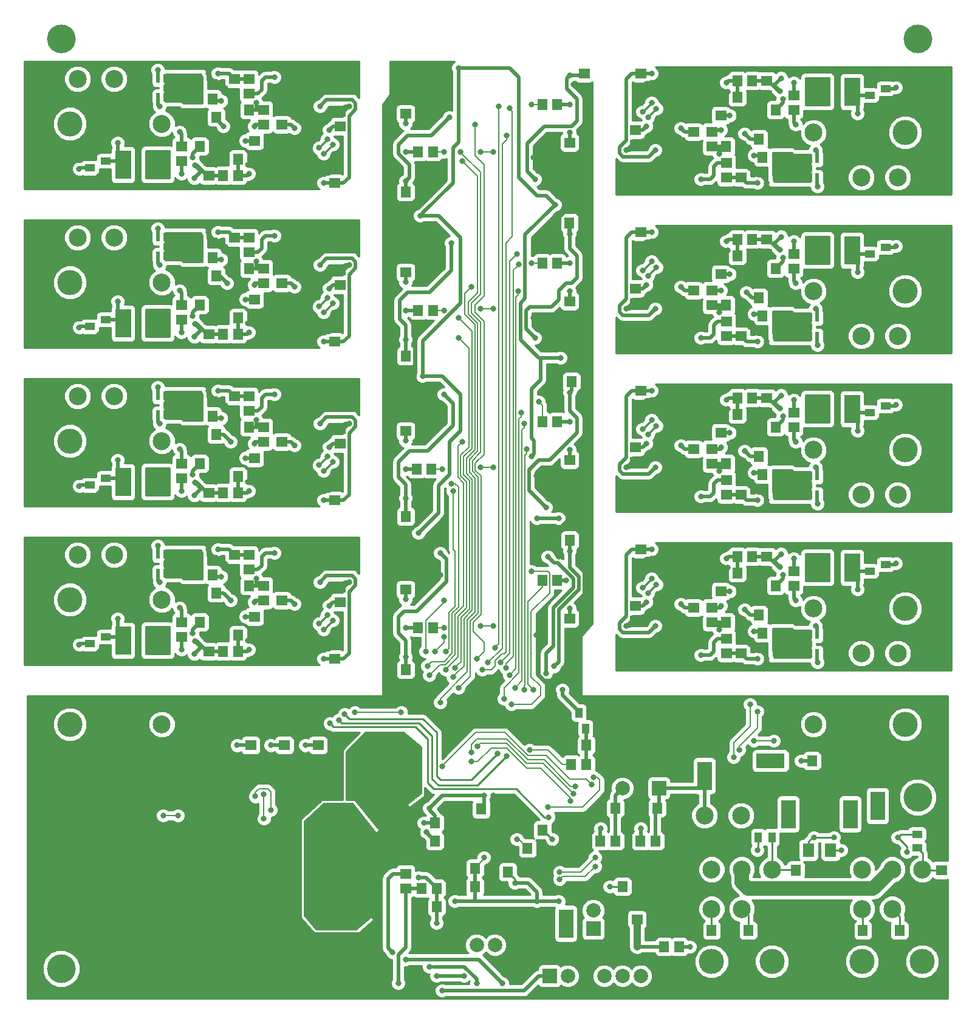
<source format=gbl>
G04 #@! TF.FileFunction,Copper,L2,Bot,Signal*
%FSLAX46Y46*%
G04 Gerber Fmt 4.6, Leading zero omitted, Abs format (unit mm)*
G04 Created by KiCad (PCBNEW 4.0.5+dfsg1-4) date Tue Aug 22 17:04:35 2017*
%MOMM*%
%LPD*%
G01*
G04 APERTURE LIST*
%ADD10C,0.100000*%
%ADD11C,4.000000*%
%ADD12R,1.500000X1.400000*%
%ADD13R,1.400000X1.500000*%
%ADD14R,1.400000X1.000000*%
%ADD15R,2.200000X4.000000*%
%ADD16R,0.620000X1.220000*%
%ADD17C,2.500000*%
%ADD18R,2.500000X2.500000*%
%ADD19C,3.508000*%
%ADD20R,1.000000X1.400000*%
%ADD21R,2.000000X2.000000*%
%ADD22C,2.000000*%
%ADD23R,1.600000X1.900000*%
%ADD24R,2.000000X4.000000*%
%ADD25R,4.000000X2.000000*%
%ADD26C,0.800000*%
%ADD27C,0.254000*%
%ADD28C,0.508000*%
%ADD29C,0.203200*%
%ADD30C,1.000000*%
%ADD31C,2.000000*%
G04 APERTURE END LIST*
D10*
D11*
X213360000Y-148844000D03*
X213360000Y-43180000D03*
X93980000Y-43180000D03*
D12*
X164846000Y-59690000D03*
X164846000Y-57640000D03*
D13*
X163086000Y-52324000D03*
X161036000Y-52324000D03*
D12*
X166878000Y-47988000D03*
X166878000Y-50038000D03*
X164846000Y-81788000D03*
X164846000Y-79738000D03*
D13*
X164828000Y-68834000D03*
X166878000Y-68834000D03*
X163086000Y-74422000D03*
X161036000Y-74422000D03*
X165100000Y-90932000D03*
X167150000Y-90932000D03*
D12*
X164846000Y-103886000D03*
X164846000Y-101836000D03*
D13*
X163086000Y-96520000D03*
X161036000Y-96520000D03*
D12*
X164846000Y-125984000D03*
X164846000Y-123934000D03*
D13*
X164846000Y-113030000D03*
X166896000Y-113030000D03*
X163086000Y-118618000D03*
X161036000Y-118618000D03*
D12*
X141986000Y-117856000D03*
X141986000Y-119906000D03*
D13*
X141986000Y-131064000D03*
X139936000Y-131064000D03*
X143746000Y-125222000D03*
X145796000Y-125222000D03*
X142004000Y-109728000D03*
X139954000Y-109728000D03*
D12*
X141986000Y-95758000D03*
X141986000Y-97808000D03*
D13*
X143510000Y-103124000D03*
X145560000Y-103124000D03*
D12*
X141986000Y-73660000D03*
X141986000Y-75710000D03*
D13*
X142004000Y-87376000D03*
X139954000Y-87376000D03*
X143746000Y-81026000D03*
X145796000Y-81026000D03*
D14*
X206672000Y-51054000D03*
X208872000Y-52004000D03*
X208872000Y-50104000D03*
D15*
X204216000Y-50546000D03*
X198816000Y-50546000D03*
D12*
X196088000Y-53104000D03*
X196088000Y-51054000D03*
D13*
X191498000Y-53086000D03*
X193548000Y-53086000D03*
D12*
X192278000Y-49004000D03*
X192278000Y-51054000D03*
X185928000Y-51798000D03*
X185928000Y-53848000D03*
X184658000Y-58184000D03*
X184658000Y-56134000D03*
X182118000Y-58184000D03*
X182118000Y-56134000D03*
X174752000Y-50056000D03*
X174752000Y-48006000D03*
X186690000Y-62502000D03*
X186690000Y-60452000D03*
D13*
X188722000Y-58166000D03*
X186672000Y-58166000D03*
D12*
X188722000Y-60452000D03*
X188722000Y-62502000D03*
X173990000Y-57930000D03*
X173990000Y-55880000D03*
D16*
X199330641Y-62531987D03*
X198380641Y-62531987D03*
X197430641Y-62531987D03*
X197430641Y-59911987D03*
X199330641Y-59911987D03*
X198380641Y-59911987D03*
D13*
X191752000Y-61722000D03*
X193802000Y-61722000D03*
X193802000Y-59690000D03*
X191752000Y-59690000D03*
X191244000Y-57150000D03*
X193294000Y-57150000D03*
X188214000Y-49022000D03*
X190264000Y-49022000D03*
X190264000Y-51308000D03*
X188214000Y-51308000D03*
D17*
X198826000Y-56238000D03*
D18*
X204326000Y-56238000D03*
D19*
X211626000Y-56238000D03*
D13*
X190264000Y-73406000D03*
X188214000Y-73406000D03*
D12*
X188722000Y-82550000D03*
X188722000Y-84600000D03*
D13*
X188722000Y-80264000D03*
X186672000Y-80264000D03*
X188214000Y-71120000D03*
X190264000Y-71120000D03*
D12*
X186690000Y-84600000D03*
X186690000Y-82550000D03*
X192278000Y-71102000D03*
X192278000Y-73152000D03*
X196088000Y-75202000D03*
X196088000Y-73152000D03*
D15*
X204216000Y-72644000D03*
X198816000Y-72644000D03*
D13*
X191498000Y-75184000D03*
X193548000Y-75184000D03*
D14*
X206672000Y-73152000D03*
X208872000Y-74102000D03*
X208872000Y-72202000D03*
D13*
X193802000Y-81788000D03*
X191752000Y-81788000D03*
X191244000Y-79248000D03*
X193294000Y-79248000D03*
X191752000Y-83820000D03*
X193802000Y-83820000D03*
D16*
X199330641Y-84629987D03*
X198380641Y-84629987D03*
X197430641Y-84629987D03*
X197430641Y-82009987D03*
X199330641Y-82009987D03*
X198380641Y-82009987D03*
D12*
X174752000Y-72154000D03*
X174752000Y-70104000D03*
X182118000Y-80282000D03*
X182118000Y-78232000D03*
X184658000Y-80282000D03*
X184658000Y-78232000D03*
X173990000Y-80028000D03*
X173990000Y-77978000D03*
X185928000Y-73896000D03*
X185928000Y-75946000D03*
D17*
X198826000Y-78336000D03*
D18*
X204326000Y-78336000D03*
D19*
X211626000Y-78336000D03*
D12*
X188722000Y-104648000D03*
X188722000Y-106698000D03*
D16*
X199330641Y-106727987D03*
X198380641Y-106727987D03*
X197430641Y-106727987D03*
X197430641Y-104107987D03*
X199330641Y-104107987D03*
X198380641Y-104107987D03*
D13*
X191244000Y-101346000D03*
X193294000Y-101346000D03*
D12*
X186690000Y-106698000D03*
X186690000Y-104648000D03*
D13*
X188722000Y-102362000D03*
X186672000Y-102362000D03*
X193802000Y-103886000D03*
X191752000Y-103886000D03*
X191752000Y-105918000D03*
X193802000Y-105918000D03*
D14*
X206672000Y-95250000D03*
X208872000Y-96200000D03*
X208872000Y-94300000D03*
D12*
X196088000Y-97300000D03*
X196088000Y-95250000D03*
D13*
X191498000Y-97282000D03*
X193548000Y-97282000D03*
D15*
X204216000Y-94742000D03*
X198816000Y-94742000D03*
D12*
X192278000Y-93200000D03*
X192278000Y-95250000D03*
X182118000Y-102380000D03*
X182118000Y-100330000D03*
X184658000Y-102380000D03*
X184658000Y-100330000D03*
X185928000Y-95994000D03*
X185928000Y-98044000D03*
D13*
X188214000Y-93218000D03*
X190264000Y-93218000D03*
D12*
X173990000Y-102126000D03*
X173990000Y-100076000D03*
D13*
X190264000Y-95504000D03*
X188214000Y-95504000D03*
D12*
X174752000Y-94252000D03*
X174752000Y-92202000D03*
D17*
X198826000Y-100434000D03*
D18*
X204326000Y-100434000D03*
D19*
X211626000Y-100434000D03*
D12*
X188722000Y-126746000D03*
X188722000Y-128796000D03*
X186690000Y-128796000D03*
X186690000Y-126746000D03*
D13*
X191752000Y-128016000D03*
X193802000Y-128016000D03*
X193802000Y-125984000D03*
X191752000Y-125984000D03*
D14*
X206672000Y-117348000D03*
X208872000Y-118298000D03*
X208872000Y-116398000D03*
D12*
X196088000Y-119398000D03*
X196088000Y-117348000D03*
X192278000Y-115298000D03*
X192278000Y-117348000D03*
D13*
X191498000Y-119380000D03*
X193548000Y-119380000D03*
D15*
X204216000Y-116840000D03*
X198816000Y-116840000D03*
D13*
X188722000Y-124460000D03*
X186672000Y-124460000D03*
X188214000Y-115316000D03*
X190264000Y-115316000D03*
X190264000Y-117602000D03*
X188214000Y-117602000D03*
D12*
X173990000Y-124224000D03*
X173990000Y-122174000D03*
X185928000Y-118092000D03*
X185928000Y-120142000D03*
X174752000Y-116350000D03*
X174752000Y-114300000D03*
X182118000Y-124478000D03*
X182118000Y-122428000D03*
X184658000Y-124478000D03*
X184658000Y-122428000D03*
D16*
X199330641Y-128825987D03*
X198380641Y-128825987D03*
X197430641Y-128825987D03*
X197430641Y-126205987D03*
X199330641Y-126205987D03*
X198380641Y-126205987D03*
D13*
X191244000Y-123444000D03*
X193294000Y-123444000D03*
D17*
X198826000Y-122532000D03*
D18*
X204326000Y-122532000D03*
D19*
X211626000Y-122532000D03*
D12*
X122174000Y-119362000D03*
X122174000Y-121412000D03*
X124714000Y-119362000D03*
X124714000Y-121412000D03*
X132080000Y-127490000D03*
X132080000Y-129540000D03*
X120904000Y-125748000D03*
X120904000Y-123698000D03*
X132842000Y-119616000D03*
X132842000Y-121666000D03*
D13*
X118110000Y-119380000D03*
X120160000Y-119380000D03*
X116568000Y-126238000D03*
X118618000Y-126238000D03*
X118618000Y-128524000D03*
X116568000Y-128524000D03*
D12*
X120142000Y-115044000D03*
X120142000Y-117094000D03*
X118110000Y-117094000D03*
X118110000Y-115044000D03*
D13*
X113030000Y-117856000D03*
X115080000Y-117856000D03*
X115588000Y-120396000D03*
X113538000Y-120396000D03*
X115080000Y-115824000D03*
X113030000Y-115824000D03*
D16*
X107501359Y-115014013D03*
X108451359Y-115014013D03*
X109401359Y-115014013D03*
X109401359Y-117634013D03*
X107501359Y-117634013D03*
X108451359Y-117634013D03*
D15*
X102616000Y-127000000D03*
X108016000Y-127000000D03*
D13*
X115334000Y-124460000D03*
X113284000Y-124460000D03*
D12*
X110744000Y-124442000D03*
X110744000Y-126492000D03*
X114554000Y-128542000D03*
X114554000Y-126492000D03*
D14*
X100160000Y-126492000D03*
X97960000Y-125542000D03*
X97960000Y-127442000D03*
D17*
X108006000Y-121308000D03*
D18*
X102506000Y-121308000D03*
D19*
X95206000Y-121308000D03*
D12*
X114554000Y-106444000D03*
X114554000Y-104394000D03*
X110744000Y-102344000D03*
X110744000Y-104394000D03*
D14*
X100160000Y-104394000D03*
X97960000Y-103444000D03*
X97960000Y-105344000D03*
D15*
X102616000Y-104902000D03*
X108016000Y-104902000D03*
D16*
X107501359Y-92916013D03*
X108451359Y-92916013D03*
X109401359Y-92916013D03*
X109401359Y-95536013D03*
X107501359Y-95536013D03*
X108451359Y-95536013D03*
D13*
X115334000Y-102362000D03*
X113284000Y-102362000D03*
X113030000Y-95758000D03*
X115080000Y-95758000D03*
X115080000Y-93726000D03*
X113030000Y-93726000D03*
X115588000Y-98298000D03*
X113538000Y-98298000D03*
X116568000Y-104140000D03*
X118618000Y-104140000D03*
D12*
X120142000Y-92946000D03*
X120142000Y-94996000D03*
X118110000Y-94996000D03*
X118110000Y-92946000D03*
D13*
X118110000Y-97282000D03*
X120160000Y-97282000D03*
D12*
X120904000Y-103650000D03*
X120904000Y-101600000D03*
D13*
X118618000Y-106426000D03*
X116568000Y-106426000D03*
D12*
X132080000Y-105392000D03*
X132080000Y-107442000D03*
X132842000Y-97518000D03*
X132842000Y-99568000D03*
X124714000Y-97264000D03*
X124714000Y-99314000D03*
X122174000Y-97264000D03*
X122174000Y-99314000D03*
D17*
X108006000Y-99210000D03*
D18*
X102506000Y-99210000D03*
D19*
X95206000Y-99210000D03*
D12*
X122174000Y-75166000D03*
X122174000Y-77216000D03*
X124714000Y-75166000D03*
X124714000Y-77216000D03*
X132842000Y-75420000D03*
X132842000Y-77470000D03*
X132080000Y-83294000D03*
X132080000Y-85344000D03*
X120904000Y-81552000D03*
X120904000Y-79502000D03*
D13*
X115588000Y-76200000D03*
X113538000Y-76200000D03*
X115080000Y-71628000D03*
X113030000Y-71628000D03*
X118110000Y-75184000D03*
X120160000Y-75184000D03*
D12*
X118110000Y-72898000D03*
X118110000Y-70848000D03*
X120142000Y-70848000D03*
X120142000Y-72898000D03*
D13*
X113030000Y-73660000D03*
X115080000Y-73660000D03*
D16*
X107501359Y-70818013D03*
X108451359Y-70818013D03*
X109401359Y-70818013D03*
X109401359Y-73438013D03*
X107501359Y-73438013D03*
X108451359Y-73438013D03*
D13*
X116568000Y-82042000D03*
X118618000Y-82042000D03*
D14*
X100160000Y-82296000D03*
X97960000Y-81346000D03*
X97960000Y-83246000D03*
D15*
X102616000Y-82804000D03*
X108016000Y-82804000D03*
D13*
X115334000Y-80264000D03*
X113284000Y-80264000D03*
X118618000Y-84328000D03*
X116568000Y-84328000D03*
D12*
X110744000Y-80246000D03*
X110744000Y-82296000D03*
X114554000Y-84346000D03*
X114554000Y-82296000D03*
D17*
X108006000Y-77112000D03*
D18*
X102506000Y-77112000D03*
D19*
X95206000Y-77112000D03*
D13*
X148100000Y-152400000D03*
X146050000Y-152400000D03*
X148100000Y-154940000D03*
X146050000Y-154940000D03*
X152527000Y-150495000D03*
X154577000Y-150495000D03*
X149588000Y-161290000D03*
X151638000Y-161290000D03*
X149588000Y-158750000D03*
X151638000Y-158750000D03*
X146322000Y-164084000D03*
X144272000Y-164084000D03*
X161036000Y-155956000D03*
X158986000Y-155956000D03*
X161054000Y-153416000D03*
X159004000Y-153416000D03*
X156228000Y-159258000D03*
X154178000Y-159258000D03*
D12*
X174244000Y-163812000D03*
X174244000Y-165862000D03*
D13*
X174988000Y-150368000D03*
X177038000Y-150368000D03*
X173246000Y-150368000D03*
X171196000Y-150368000D03*
X174262000Y-161290000D03*
X172212000Y-161290000D03*
X198392000Y-159004000D03*
X196342000Y-159004000D03*
X191788000Y-167386000D03*
X189738000Y-167386000D03*
X200678000Y-143764000D03*
X198628000Y-143764000D03*
X212870000Y-167386000D03*
X210820000Y-167386000D03*
D12*
X216662000Y-161054000D03*
X216662000Y-159004000D03*
X132080000Y-61196000D03*
X132080000Y-63246000D03*
D13*
X141986000Y-64516000D03*
X139936000Y-64516000D03*
D12*
X141986000Y-51562000D03*
X141986000Y-53612000D03*
X132842000Y-53322000D03*
X132842000Y-55372000D03*
D13*
X115080000Y-49530000D03*
X113030000Y-49530000D03*
D12*
X124714000Y-53068000D03*
X124714000Y-55118000D03*
D13*
X115588000Y-54102000D03*
X113538000Y-54102000D03*
X115334000Y-58166000D03*
X113284000Y-58166000D03*
D12*
X114554000Y-62248000D03*
X114554000Y-60198000D03*
D20*
X192090000Y-152232000D03*
X191140000Y-154432000D03*
X193040000Y-154432000D03*
D14*
X215476000Y-154940000D03*
X213276000Y-153990000D03*
X213276000Y-155890000D03*
D17*
X188722000Y-151384000D03*
X183642000Y-151384000D03*
D21*
X162052000Y-173736000D03*
D22*
X164592000Y-173736000D03*
X167132000Y-173736000D03*
X169672000Y-173736000D03*
X172212000Y-173736000D03*
X174752000Y-173736000D03*
D21*
X149352000Y-169418000D03*
D22*
X151892000Y-169418000D03*
X154432000Y-169418000D03*
D14*
X100160000Y-60198000D03*
X97960000Y-59248000D03*
X97960000Y-61148000D03*
D12*
X141986000Y-161544000D03*
X141986000Y-159494000D03*
D13*
X144254000Y-161544000D03*
X146304000Y-161544000D03*
X174734000Y-154940000D03*
X176784000Y-154940000D03*
X169146000Y-154940000D03*
X171196000Y-154940000D03*
X180086000Y-169672000D03*
X178036000Y-169672000D03*
D23*
X201220000Y-156210000D03*
X198120000Y-156210000D03*
D13*
X143746000Y-58928000D03*
X145796000Y-58928000D03*
D12*
X120904000Y-59454000D03*
X120904000Y-57404000D03*
X120142000Y-48750000D03*
X120142000Y-50800000D03*
X118110000Y-50800000D03*
X118110000Y-48750000D03*
X122174000Y-53068000D03*
X122174000Y-55118000D03*
D13*
X118110000Y-53086000D03*
X120160000Y-53086000D03*
D12*
X110744000Y-58148000D03*
X110744000Y-60198000D03*
D13*
X118618000Y-62230000D03*
X116568000Y-62230000D03*
D15*
X102616000Y-60706000D03*
X108016000Y-60706000D03*
D13*
X116568000Y-59944000D03*
X118618000Y-59944000D03*
D24*
X164338000Y-166432000D03*
X203962000Y-151192000D03*
X207772000Y-150052000D03*
X195326000Y-151192000D03*
D25*
X192848000Y-143764000D03*
D21*
X177292000Y-147574000D03*
D22*
X174752000Y-147574000D03*
X172212000Y-147574000D03*
D17*
X108006000Y-55014000D03*
D18*
X102506000Y-55014000D03*
D19*
X95206000Y-55014000D03*
D16*
X107501359Y-48720013D03*
X108451359Y-48720013D03*
X109401359Y-48720013D03*
X109401359Y-51340013D03*
X107501359Y-51340013D03*
X108451359Y-51340013D03*
D13*
X113030000Y-51562000D03*
X115080000Y-51562000D03*
D21*
X168148000Y-167132000D03*
D22*
X168148000Y-164592000D03*
D13*
X184640000Y-167386000D03*
X186690000Y-167386000D03*
X205722000Y-167386000D03*
X207772000Y-167386000D03*
D19*
X184640000Y-171704000D03*
D17*
X184640000Y-158904000D03*
X188840000Y-158904000D03*
X193040000Y-158904000D03*
D18*
X193040000Y-164404000D03*
D17*
X188840000Y-164404000D03*
X184640000Y-164404000D03*
D19*
X193040000Y-171704000D03*
X205604000Y-171704000D03*
D17*
X205604000Y-158904000D03*
X209804000Y-158904000D03*
X214004000Y-158904000D03*
D18*
X214004000Y-164404000D03*
D17*
X209804000Y-164404000D03*
X205604000Y-164404000D03*
D19*
X214004000Y-171704000D03*
D17*
X96266000Y-48768000D03*
X101346000Y-48768000D03*
X96266000Y-70866000D03*
X101346000Y-70866000D03*
X96266000Y-92964000D03*
X101346000Y-92964000D03*
X96266000Y-115062000D03*
X101346000Y-115062000D03*
X210566000Y-128778000D03*
X205486000Y-128778000D03*
X210566000Y-106680000D03*
X205486000Y-106680000D03*
X210566000Y-84582000D03*
X205486000Y-84582000D03*
X210566000Y-62484000D03*
X205486000Y-62484000D03*
D20*
X166116000Y-137076000D03*
X165166000Y-139276000D03*
X167066000Y-139276000D03*
D13*
X167132000Y-144272000D03*
X165082000Y-144272000D03*
D17*
X108006000Y-138684000D03*
D18*
X102506000Y-138684000D03*
D19*
X95206000Y-138684000D03*
D17*
X198826000Y-138684000D03*
D18*
X204326000Y-138684000D03*
D19*
X211626000Y-138684000D03*
D24*
X183642000Y-145858000D03*
D25*
X104586000Y-150622000D03*
D11*
X93980000Y-172720000D03*
D13*
X165100000Y-141605000D03*
X167150000Y-141605000D03*
D12*
X129794000Y-143637000D03*
X129794000Y-141587000D03*
X125095000Y-143637000D03*
X125095000Y-141587000D03*
X120396000Y-143655000D03*
X120396000Y-141605000D03*
D26*
X129286000Y-158877000D03*
X162432996Y-155956000D03*
X202692000Y-135890000D03*
X107188000Y-141986000D03*
X176530000Y-159258000D03*
X207264000Y-143002000D03*
X178054000Y-156972000D03*
X171958000Y-156972000D03*
X156718000Y-167640000D03*
X144526000Y-62738000D03*
X140462000Y-52070000D03*
X165354000Y-49530000D03*
X177292000Y-167386000D03*
X140208000Y-132842000D03*
X101600000Y-157226000D03*
X100330000Y-158242000D03*
X100330000Y-153162000D03*
X113284000Y-154178000D03*
X129286000Y-156972000D03*
X143002000Y-143510000D03*
X135128000Y-143510000D03*
X202438000Y-143764000D03*
X154178000Y-148590000D03*
X157480000Y-153416000D03*
X150876000Y-156210000D03*
X154178000Y-157734000D03*
X149606000Y-152400000D03*
X160192922Y-126231140D03*
X160198873Y-104085558D03*
X163322000Y-115316000D03*
X163576000Y-93218000D03*
X163322000Y-71120000D03*
X143510000Y-84074000D03*
X143510000Y-106426000D03*
X146812000Y-51562000D03*
X146812000Y-73660000D03*
X139954000Y-74676000D03*
X139954000Y-96520000D03*
X147320000Y-95504000D03*
X139954000Y-118872000D03*
X146812000Y-117856000D03*
X166878000Y-125222000D03*
X166878000Y-103124000D03*
X166878000Y-81026000D03*
X159766000Y-82042000D03*
X166878000Y-58928000D03*
X159766000Y-59690000D03*
X162433000Y-154686000D03*
X140144501Y-170433999D03*
X148844000Y-163322000D03*
X197104000Y-143764000D03*
X152908000Y-148590000D03*
X152907992Y-157226000D03*
X157226000Y-160782000D03*
X145288000Y-150368000D03*
X147066000Y-175768000D03*
X160274004Y-163322000D03*
X163322000Y-163322000D03*
X162704889Y-130595552D03*
X148336000Y-71628000D03*
X147320000Y-92710000D03*
X146812000Y-114808000D03*
X161544000Y-108458000D03*
X160020000Y-84836000D03*
X160020000Y-62738000D03*
X148082000Y-54102000D03*
X144526000Y-152400000D03*
X141986000Y-62992000D03*
X141986000Y-85090000D03*
X141986000Y-107188000D03*
X141986000Y-129286000D03*
X164846000Y-114554000D03*
X164846000Y-92456000D03*
X164846000Y-70358000D03*
X164846000Y-48260000D03*
X144875200Y-153670000D03*
X143764000Y-160020000D03*
X146304000Y-166370000D03*
X157480000Y-154686000D03*
X134909916Y-136997084D03*
X141351000Y-137033002D03*
X108204000Y-151384000D03*
X110236000Y-151384000D03*
X174244000Y-169672000D03*
X170434000Y-161290000D03*
X202692000Y-156210000D03*
X211836000Y-156464000D03*
X191008000Y-156210000D03*
X198882000Y-154432000D03*
X210566000Y-154432000D03*
X201676000Y-154432000D03*
X141986000Y-54991000D03*
X131318000Y-55880000D03*
X112677629Y-60775978D03*
X112522000Y-62591990D03*
X111760034Y-50038000D03*
X110490000Y-56134000D03*
X111252000Y-51816000D03*
X120904000Y-55372016D03*
X116586000Y-55372000D03*
X112268000Y-59690000D03*
X150113990Y-173736000D03*
X146304000Y-173736000D03*
X151892000Y-174752000D03*
X145288000Y-172466002D03*
X155448000Y-174752000D03*
X141986000Y-171450000D03*
X174752000Y-153162000D03*
X169164000Y-153162000D03*
X181610000Y-169672000D03*
X107696000Y-52577980D03*
X101854000Y-57658000D03*
X96483813Y-61294485D03*
X151130008Y-143891000D03*
X164973000Y-149351999D03*
X152019000Y-141732000D03*
X165354000Y-148336000D03*
X151130000Y-142621000D03*
X165607998Y-147320000D03*
X107442000Y-47498000D03*
X110744000Y-61976000D03*
X140970000Y-174752000D03*
X141986000Y-58928000D03*
X131826000Y-57912000D03*
X130556000Y-59182000D03*
X119666539Y-57372866D03*
X131064000Y-57150000D03*
X129898065Y-58358567D03*
X115824000Y-48005988D03*
X120142000Y-61976024D03*
X121168583Y-52092650D03*
X130556000Y-63246000D03*
X130048000Y-52578000D03*
X126492000Y-55626000D03*
X123698000Y-48514000D03*
X130556000Y-85344000D03*
X126492000Y-77724000D03*
X123698000Y-70612000D03*
X130048000Y-74676000D03*
X141986000Y-77089000D03*
X131318000Y-77978000D03*
X111252000Y-73914000D03*
X111760034Y-72136000D03*
X112522000Y-84689990D03*
X112677629Y-82873978D03*
X110490000Y-78232000D03*
X120904000Y-77470000D03*
X117094000Y-77216000D03*
X112268000Y-81788000D03*
X130556000Y-107442000D03*
X126492000Y-99822000D03*
X130048000Y-96774000D03*
X123698000Y-92710000D03*
X141986000Y-99187000D03*
X131318000Y-100076000D03*
X111760034Y-94234000D03*
X110490000Y-100330000D03*
X111252000Y-96012000D03*
X112677629Y-104971978D03*
X112522000Y-106787990D03*
X120904000Y-99568000D03*
X117602000Y-99314000D03*
X112268000Y-103886000D03*
X107696000Y-74675980D03*
X101854000Y-79756000D03*
X96483813Y-83392485D03*
X107696000Y-96773980D03*
X101854000Y-101854000D03*
X96483813Y-105490485D03*
X107442000Y-69596000D03*
X110744000Y-84074000D03*
X107442000Y-91694000D03*
X110744000Y-106172000D03*
X141986000Y-81026000D03*
X130556000Y-81280000D03*
X131826000Y-80010000D03*
X119666539Y-79470866D03*
X129898065Y-80456567D03*
X131064000Y-79248000D03*
X115824000Y-70103988D03*
X121168583Y-74190650D03*
X120142000Y-84074024D03*
X141986000Y-103124000D03*
X131826000Y-102108000D03*
X130556000Y-103378000D03*
X119666539Y-101568866D03*
X129898065Y-102554567D03*
X131064000Y-101346000D03*
X115824000Y-92201988D03*
X121168583Y-96288650D03*
X120142000Y-106172024D03*
X90169994Y-51816000D03*
X130556000Y-61961894D03*
X119971857Y-60707765D03*
X113538000Y-55626000D03*
X99822000Y-57912000D03*
X134112000Y-52578000D03*
X128270000Y-47752000D03*
X126492000Y-53848000D03*
X123698000Y-50546000D03*
X114515987Y-48006000D03*
X116840000Y-50038000D03*
X130556000Y-84059894D03*
X119971857Y-82805765D03*
X126492000Y-75946000D03*
X90169994Y-73914000D03*
X99822000Y-80010000D03*
X116840000Y-72136000D03*
X114515987Y-70104000D03*
X113538000Y-77724000D03*
X134112000Y-74676000D03*
X128270000Y-69850000D03*
X123698000Y-72644000D03*
X113538000Y-99822000D03*
X114515987Y-92202000D03*
X130556000Y-106157894D03*
X123698000Y-94742000D03*
X126492000Y-98044000D03*
X134112000Y-96774000D03*
X99822000Y-102108000D03*
X90169994Y-96012000D03*
X116840000Y-94234000D03*
X119971857Y-104903765D03*
X128270000Y-91948000D03*
X123698000Y-116840000D03*
X114515987Y-114300000D03*
X130556000Y-128255894D03*
X134112000Y-118872000D03*
X119971857Y-127001765D03*
X116840000Y-116332000D03*
X128270000Y-114046000D03*
X126492000Y-120142000D03*
X113538000Y-121920000D03*
X99822000Y-124206000D03*
X90169994Y-118110000D03*
X130556000Y-129540000D03*
X126492000Y-121920000D03*
X123698000Y-114808000D03*
X130048000Y-118872000D03*
X141986000Y-121285000D03*
X131318000Y-122174000D03*
X112522000Y-128885990D03*
X112677629Y-127069978D03*
X110490000Y-122428000D03*
X111252000Y-118110000D03*
X111760034Y-116332000D03*
X120904000Y-121666022D03*
X117602000Y-121412000D03*
X112268000Y-125984000D03*
X176276000Y-115584106D03*
X186860143Y-116838235D03*
X180340000Y-123698000D03*
X172720000Y-124968000D03*
X189992000Y-127508000D03*
X183134000Y-127000000D03*
X178562000Y-129794000D03*
X193294000Y-121920000D03*
X216662006Y-125730000D03*
X192316013Y-129540000D03*
X207010000Y-119634000D03*
X176276000Y-114300000D03*
X180340000Y-121920000D03*
X176784000Y-124968000D03*
X183134000Y-129032000D03*
X164846000Y-122555000D03*
X175514000Y-121666000D03*
X194310000Y-114954010D03*
X196342000Y-121412000D03*
X194154371Y-116770022D03*
X195071966Y-127508000D03*
X195580000Y-125730000D03*
X185928000Y-122173990D03*
X189230000Y-122682000D03*
X194564000Y-117856000D03*
X192316013Y-107442000D03*
X189992000Y-105410000D03*
X183134000Y-104902000D03*
X176276000Y-93486106D03*
X186860143Y-94740235D03*
X193294000Y-99822000D03*
X178562000Y-107696000D03*
X180340000Y-101600000D03*
X172720000Y-102870000D03*
X216662006Y-103632000D03*
X207010000Y-97536000D03*
X183134000Y-106934000D03*
X176276000Y-92202000D03*
X180340000Y-99822000D03*
X176784000Y-102870000D03*
X164846000Y-100457000D03*
X175514000Y-99568000D03*
X194310000Y-92856010D03*
X194154371Y-94672022D03*
X195071966Y-105410000D03*
X195580000Y-103632000D03*
X196342000Y-99314000D03*
X185928000Y-100076000D03*
X189230000Y-100584000D03*
X194564000Y-95758000D03*
X189992000Y-83312000D03*
X192316013Y-85344000D03*
X183134000Y-82804000D03*
X178562000Y-85598000D03*
X172720000Y-80772000D03*
X180340000Y-79502000D03*
X176276000Y-71388106D03*
X186860143Y-72642235D03*
X193294000Y-77724000D03*
X207010000Y-75438000D03*
X216662006Y-81534000D03*
X176784000Y-80772000D03*
X183134000Y-84836000D03*
X180340000Y-77724000D03*
X176276000Y-70104000D03*
X164846000Y-78359000D03*
X175514000Y-77470000D03*
X194310000Y-70758010D03*
X196342000Y-77216000D03*
X194154371Y-72574022D03*
X195071966Y-83312000D03*
X195580000Y-81534000D03*
X189484000Y-78486000D03*
X185928000Y-78232000D03*
X194564000Y-73660000D03*
X192316013Y-63246000D03*
X193294000Y-55626000D03*
X207010000Y-53340000D03*
X216662006Y-59436000D03*
X189992000Y-61214000D03*
X183134000Y-60706000D03*
X186860143Y-50544235D03*
X180340000Y-57404000D03*
X178562000Y-63500000D03*
X172720000Y-58674000D03*
X176276000Y-49290106D03*
X183134000Y-62738000D03*
X180340000Y-55626000D03*
X176784000Y-58674000D03*
X176276000Y-48006000D03*
X164846000Y-56261000D03*
X175514000Y-55372000D03*
X195580000Y-59436000D03*
X195071966Y-61214000D03*
X194310000Y-48660010D03*
X194154371Y-50476022D03*
X196342000Y-55118000D03*
X189230000Y-56388000D03*
X185928000Y-55880000D03*
X194564000Y-51562000D03*
X107696000Y-118871980D03*
X101854000Y-123952000D03*
X96483813Y-127588485D03*
X199136000Y-124968020D03*
X204978000Y-119888000D03*
X210348187Y-116251515D03*
X199136000Y-102870020D03*
X204978000Y-97790000D03*
X210348187Y-94153515D03*
X199136000Y-80772020D03*
X204978000Y-75692000D03*
X210348187Y-72055515D03*
X199136000Y-58674020D03*
X204978000Y-53594000D03*
X210348187Y-49957515D03*
X107442000Y-113792000D03*
X110744000Y-128270000D03*
X199390000Y-130048000D03*
X196088000Y-115570000D03*
X199390000Y-107950000D03*
X196088000Y-93472000D03*
X199390000Y-85852000D03*
X196088000Y-71374000D03*
X199390000Y-63754000D03*
X196088000Y-49276000D03*
X141986000Y-125222000D03*
X131826000Y-124206000D03*
X130556000Y-125476000D03*
X119666539Y-123666866D03*
X129898065Y-124652567D03*
X131064000Y-123444000D03*
X115824000Y-114299988D03*
X121168583Y-118386650D03*
X120142000Y-128270024D03*
X164337998Y-118618000D03*
X176276000Y-118364000D03*
X175006000Y-119634000D03*
X187165461Y-120173134D03*
X176933935Y-119187433D03*
X175768000Y-120396000D03*
X191008000Y-129540012D03*
X185663417Y-125453350D03*
X186690000Y-115569976D03*
X164846000Y-96520000D03*
X176276000Y-96266000D03*
X175006000Y-97536000D03*
X187165461Y-98075134D03*
X176933935Y-97089433D03*
X175768000Y-98298000D03*
X191008000Y-107442012D03*
X185663417Y-103355350D03*
X186690000Y-93471976D03*
X164846000Y-74422000D03*
X175006000Y-75438000D03*
X176276000Y-74168000D03*
X187165461Y-75977134D03*
X175768000Y-76200000D03*
X176933935Y-74991433D03*
X191008000Y-85344012D03*
X185663417Y-81257350D03*
X186690000Y-71373976D03*
X164846000Y-52324000D03*
X175006000Y-53340000D03*
X176276000Y-52070000D03*
X187165461Y-53879134D03*
X176933935Y-52893433D03*
X175768000Y-54102000D03*
X191008000Y-63246012D03*
X185663417Y-59159350D03*
X186690000Y-49275976D03*
X106172000Y-62095998D03*
X106172000Y-60706000D03*
X106172000Y-59182000D03*
X106172000Y-82804000D03*
X106172000Y-84193998D03*
X106172000Y-81280000D03*
X106172000Y-103378000D03*
X106172000Y-106291998D03*
X106172000Y-104902000D03*
X106172000Y-128389998D03*
X106172000Y-125476000D03*
X106172000Y-127000000D03*
X200660000Y-115450002D03*
X200660000Y-118364000D03*
X200660000Y-116840000D03*
X200660000Y-96266000D03*
X200660000Y-93352002D03*
X200660000Y-94742000D03*
X200660000Y-72644000D03*
X200660000Y-74168000D03*
X200660000Y-71254002D03*
X200660000Y-52070000D03*
X200660000Y-50546000D03*
X200660000Y-49156002D03*
X116293103Y-51839637D03*
X116293103Y-73937637D03*
X116293103Y-96035637D03*
X116293103Y-118133637D03*
X190538897Y-125706363D03*
X190538897Y-103608363D03*
X190538897Y-81510363D03*
X190538897Y-59412363D03*
X163830000Y-133858000D03*
X162814000Y-66293994D03*
X161544000Y-131572000D03*
X161798000Y-115316000D03*
X163322000Y-109982000D03*
X160274000Y-109982000D03*
X159512000Y-101346000D03*
X163576000Y-87630000D03*
X143764000Y-112014000D03*
X144367200Y-90170000D03*
X144018000Y-67818000D03*
X149352000Y-47244000D03*
X146812008Y-135636000D03*
X149860000Y-60198000D03*
X147320008Y-58928000D03*
X149606000Y-58928000D03*
X149352000Y-133604000D03*
X154178000Y-124968000D03*
X152400000Y-124968000D03*
X152400011Y-102870000D03*
X154178000Y-102870000D03*
X152400000Y-80772000D03*
X154178000Y-80772000D03*
X154178000Y-58928000D03*
X152400000Y-58928000D03*
X151892000Y-129540000D03*
X151638000Y-55118000D03*
X147570071Y-131060071D03*
X149352000Y-84836000D03*
X147319988Y-81026000D03*
X148844000Y-130810000D03*
X149352008Y-82042000D03*
X148590000Y-132080000D03*
X151130000Y-77724000D03*
X147574000Y-128524000D03*
X148590000Y-106172000D03*
X147066000Y-103124000D03*
X145034000Y-130556000D03*
X148336018Y-105156000D03*
X145288000Y-131826000D03*
X149860000Y-99314000D03*
X146050000Y-128524000D03*
X147320000Y-126492000D03*
X147320000Y-125222000D03*
X144780000Y-128524000D03*
X147320000Y-121412000D03*
X156718000Y-135890000D03*
X159512000Y-117348000D03*
X159766000Y-133858000D03*
X155702000Y-135127988D03*
X158083221Y-95250000D03*
X158489632Y-96774000D03*
X160528000Y-93726000D03*
X157226000Y-133604000D03*
X158896043Y-100330000D03*
X158496004Y-133858000D03*
X157480004Y-73152000D03*
X155194000Y-130048000D03*
X157784815Y-74587887D03*
X155956000Y-130810000D03*
X159512000Y-74422000D03*
X157676810Y-78304961D03*
X156464000Y-131826000D03*
X154432000Y-128016000D03*
X154940000Y-52578000D03*
X152654000Y-131064000D03*
X156464000Y-52832000D03*
X159512000Y-52324000D03*
X153473200Y-130048000D03*
X156051221Y-56642000D03*
X159258000Y-142240000D03*
X121030994Y-148717000D03*
X123190026Y-150622000D03*
X163449000Y-159258000D03*
X168402000Y-157226000D03*
X187706000Y-143256000D03*
X189992000Y-135890000D03*
X122237500Y-148399500D03*
X122237500Y-151828500D03*
X163449000Y-160274000D03*
X168401982Y-158496000D03*
X188468000Y-142240000D03*
X191008000Y-136906000D03*
X161798000Y-150241000D03*
X168148000Y-146050000D03*
X190500000Y-140970000D03*
X193294000Y-140970000D03*
X147066000Y-144526000D03*
X167894000Y-147066000D03*
X128016000Y-141605000D03*
X131445000Y-138557000D03*
X161925000Y-151637998D03*
X123190000Y-141605000D03*
X132676543Y-138087457D03*
X156083000Y-143129000D03*
X118491000Y-141605000D03*
X133477000Y-137286996D03*
X154813002Y-142748000D03*
D27*
X139936000Y-131064000D02*
X139936000Y-132570000D01*
X139936000Y-132570000D02*
X140208000Y-132842000D01*
D28*
X154577000Y-150495000D02*
X154577000Y-148989000D01*
X154577000Y-148989000D02*
X154178000Y-148590000D01*
X161290000Y-132588000D02*
X162433000Y-132588000D01*
X162433000Y-132588000D02*
X164084000Y-132588000D01*
X162560000Y-137678000D02*
X162560000Y-132715000D01*
X162560000Y-132715000D02*
X162433000Y-132588000D01*
X165166000Y-139276000D02*
X164158000Y-139276000D01*
X164158000Y-139276000D02*
X162560000Y-137678000D01*
X165100000Y-141605000D02*
X165100000Y-139342000D01*
X165100000Y-139342000D02*
X165166000Y-139276000D01*
D29*
X161036000Y-155956000D02*
X162432996Y-155956000D01*
D28*
X163322000Y-115316000D02*
X163322000Y-111506000D01*
X163322000Y-111506000D02*
X164846000Y-109982000D01*
X164846000Y-109982000D02*
X164846000Y-103886000D01*
X167150000Y-90932000D02*
X167150000Y-89674000D01*
X167150000Y-89674000D02*
X166878000Y-89402000D01*
X166878000Y-89402000D02*
X166878000Y-89154000D01*
X163576000Y-93218000D02*
X162306000Y-91948000D01*
X162306000Y-91948000D02*
X162306000Y-90170000D01*
X162306000Y-90170000D02*
X163322000Y-89154000D01*
X163322000Y-89154000D02*
X166878000Y-89154000D01*
X176530000Y-159258000D02*
X176294000Y-159258000D01*
X176294000Y-159258000D02*
X174262000Y-161290000D01*
X166370000Y-66802000D02*
X166878000Y-67310000D01*
X166878000Y-67310000D02*
X166878000Y-68834000D01*
X164592000Y-66802000D02*
X166370000Y-66802000D01*
X163322000Y-68072000D02*
X164592000Y-66802000D01*
X163322000Y-71120000D02*
X163322000Y-68072000D01*
X164338000Y-89154000D02*
X166878000Y-89154000D01*
X163576000Y-89916000D02*
X164338000Y-89154000D01*
X163830000Y-111506000D02*
X163322000Y-112014000D01*
X163322000Y-112014000D02*
X163322000Y-115316000D01*
X166630000Y-111506000D02*
X163830000Y-111506000D01*
X166896000Y-113030000D02*
X166896000Y-111772000D01*
X166896000Y-111772000D02*
X166630000Y-111506000D01*
X139954000Y-109728000D02*
X139954000Y-110986000D01*
X139954000Y-110986000D02*
X140208000Y-111240000D01*
X140208000Y-111240000D02*
X140208000Y-111760000D01*
X143510000Y-106426000D02*
X143510000Y-110744000D01*
X140208000Y-111760000D02*
X140208000Y-116078000D01*
X143510000Y-110744000D02*
X142494000Y-111760000D01*
X142494000Y-111760000D02*
X140208000Y-111760000D01*
X140208000Y-116078000D02*
X141986000Y-117856000D01*
X140462000Y-52070000D02*
X140970000Y-51562000D01*
X140970000Y-51562000D02*
X141986000Y-51562000D01*
X166878000Y-72136000D02*
X166878000Y-81026000D01*
X150622000Y-166116000D02*
X149352000Y-167386000D01*
X149352000Y-167386000D02*
X149352000Y-169418000D01*
X155194000Y-166116000D02*
X150622000Y-166116000D01*
X156718000Y-167640000D02*
X155194000Y-166116000D01*
X141986000Y-73660000D02*
X141986000Y-67310000D01*
X141986000Y-67310000D02*
X144126001Y-65169999D01*
X144126001Y-65169999D02*
X144126001Y-63137999D01*
X144126001Y-63137999D02*
X144526000Y-62738000D01*
X165354000Y-49530000D02*
X166370000Y-49530000D01*
X166370000Y-49530000D02*
X166878000Y-50038000D01*
X174244000Y-163812000D02*
X174244000Y-161308000D01*
X174244000Y-161308000D02*
X174262000Y-161290000D01*
X201886000Y-143764000D02*
X202438000Y-143764000D01*
X200678000Y-143764000D02*
X201886000Y-143764000D01*
D29*
X159004000Y-153416000D02*
X157480000Y-153416000D01*
X149588000Y-157498000D02*
X150876000Y-156210000D01*
X149588000Y-158750000D02*
X149588000Y-157498000D01*
X154178000Y-157734000D02*
X154178000Y-159258000D01*
D28*
X148100000Y-152400000D02*
X149606000Y-152400000D01*
X193040000Y-164404000D02*
X193040000Y-163594000D01*
X160192922Y-126231140D02*
X160528000Y-126566218D01*
X160528000Y-126566218D02*
X160528000Y-131826000D01*
X160528000Y-131826000D02*
X161290000Y-132588000D01*
X164084000Y-132588000D02*
X164846000Y-131826000D01*
X164846000Y-131826000D02*
X164846000Y-127192000D01*
X164846000Y-127192000D02*
X164846000Y-125984000D01*
X160398431Y-103886000D02*
X160198873Y-104085558D01*
X164846000Y-103886000D02*
X160398431Y-103886000D01*
X141986000Y-95758000D02*
X141986000Y-94550000D01*
X141986000Y-94550000D02*
X143256000Y-93280000D01*
X143256000Y-93280000D02*
X143256000Y-84328000D01*
X143256000Y-84328000D02*
X143510000Y-84074000D01*
X163322000Y-70104000D02*
X163322000Y-71120000D01*
X164846000Y-81788000D02*
X166116000Y-81788000D01*
X166116000Y-81788000D02*
X166878000Y-81026000D01*
X159766000Y-82042000D02*
X164592000Y-82042000D01*
X164592000Y-82042000D02*
X164846000Y-81788000D01*
X166878000Y-103124000D02*
X166878000Y-94234000D01*
X164846000Y-103886000D02*
X166116000Y-103886000D01*
X166116000Y-103886000D02*
X166878000Y-103124000D01*
X166878000Y-125222000D02*
X166878000Y-116332000D01*
X164846000Y-125984000D02*
X166116000Y-125984000D01*
X166116000Y-125984000D02*
X166878000Y-125222000D01*
X139954000Y-118872000D02*
X139954000Y-127508000D01*
X141986000Y-117856000D02*
X140970000Y-117856000D01*
X140970000Y-117856000D02*
X139954000Y-118872000D01*
X146812000Y-117856000D02*
X141986000Y-117856000D01*
X139954000Y-96520000D02*
X139954000Y-105410000D01*
X141986000Y-95758000D02*
X140716000Y-95758000D01*
X140716000Y-95758000D02*
X139954000Y-96520000D01*
X147320000Y-95504000D02*
X142240000Y-95504000D01*
X142240000Y-95504000D02*
X141986000Y-95758000D01*
X141986000Y-73660000D02*
X146812000Y-73660000D01*
X139954000Y-74676000D02*
X140970000Y-73660000D01*
X140970000Y-73660000D02*
X141986000Y-73660000D01*
X139954000Y-83312000D02*
X139954000Y-82104000D01*
X139954000Y-82104000D02*
X139954000Y-74676000D01*
X164846000Y-59690000D02*
X159766000Y-59690000D01*
X166878000Y-59493685D02*
X166681685Y-59690000D01*
X166681685Y-59690000D02*
X164846000Y-59690000D01*
X166878000Y-58928000D02*
X166878000Y-59493685D01*
X166878000Y-50038000D02*
X166878000Y-58928000D01*
X141986000Y-51562000D02*
X146812000Y-51562000D01*
X152527000Y-150495000D02*
X152908000Y-150114000D01*
X152908000Y-150114000D02*
X152908000Y-148590000D01*
D27*
X161054000Y-153416000D02*
X161163000Y-153416000D01*
X161163000Y-153416000D02*
X162433000Y-154686000D01*
D28*
X140144501Y-170433999D02*
X139554041Y-169843539D01*
X139554041Y-169843539D02*
X139554041Y-160165959D01*
X139554041Y-160165959D02*
X140226000Y-159494000D01*
X140226000Y-159494000D02*
X141986000Y-159494000D01*
X165100000Y-90932000D02*
X165100000Y-92202000D01*
X165100000Y-92202000D02*
X164846000Y-92456000D01*
X164828000Y-68834000D02*
X164828000Y-70340000D01*
X164828000Y-70340000D02*
X164846000Y-70358000D01*
X164846000Y-70358000D02*
X164846000Y-69585802D01*
X164846000Y-114554000D02*
X164846000Y-113030000D01*
X141986000Y-129286000D02*
X141986000Y-131064000D01*
X141986000Y-107753685D02*
X142004000Y-107771685D01*
X142004000Y-107771685D02*
X142004000Y-109728000D01*
X141986000Y-107188000D02*
X141986000Y-107753685D01*
X141986000Y-85090000D02*
X141986000Y-87358000D01*
X141986000Y-87358000D02*
X142004000Y-87376000D01*
X141986000Y-62992000D02*
X141986000Y-64272198D01*
X141986000Y-64272198D02*
X141864099Y-64394099D01*
X148082000Y-54102000D02*
X145542000Y-56642000D01*
X140970000Y-57912000D02*
X140970000Y-59182000D01*
X145542000Y-56642000D02*
X142240000Y-56642000D01*
X142494000Y-62484000D02*
X141986000Y-62992000D01*
X142240000Y-56642000D02*
X140970000Y-57912000D01*
X140970000Y-59182000D02*
X142494000Y-60706000D01*
X142494000Y-60706000D02*
X142494000Y-62484000D01*
X141986000Y-159494000D02*
X141936000Y-159494000D01*
X152908000Y-148590000D02*
X147066000Y-148590000D01*
X147066000Y-148590000D02*
X145288000Y-150368000D01*
X151638000Y-161290000D02*
X151638000Y-163322000D01*
X151638000Y-163322000D02*
X152412000Y-163322000D01*
X148844000Y-163322000D02*
X152412000Y-163322000D01*
X157226000Y-160782000D02*
X159004000Y-160782000D01*
X159004000Y-160782000D02*
X160274004Y-162052004D01*
X160274004Y-162052004D02*
X160274004Y-163322000D01*
X152412000Y-163322000D02*
X159708319Y-163322000D01*
X159708319Y-163322000D02*
X160274004Y-163322000D01*
X197104000Y-143764000D02*
X198628000Y-143764000D01*
X151638000Y-161290000D02*
X151638000Y-158750000D01*
D29*
X152907992Y-157430008D02*
X152907992Y-157226000D01*
X151638000Y-158700000D02*
X152907992Y-157430008D01*
X151638000Y-158750000D02*
X151638000Y-158700000D01*
D27*
X157226000Y-160782000D02*
X157226000Y-160256000D01*
X157226000Y-160256000D02*
X156228000Y-159258000D01*
D28*
X145288000Y-150368000D02*
X145288000Y-150622000D01*
X145288000Y-150622000D02*
X146050000Y-151384000D01*
X146050000Y-151384000D02*
X146050000Y-152400000D01*
X147631685Y-175768000D02*
X147066000Y-175768000D01*
X162052000Y-173736000D02*
X160544000Y-173736000D01*
X158512000Y-175768000D02*
X147631685Y-175768000D01*
X160544000Y-173736000D02*
X158512000Y-175768000D01*
X163322000Y-163322000D02*
X160274004Y-163322000D01*
X159162798Y-106076798D02*
X161144001Y-108058001D01*
X159162798Y-103220542D02*
X159162798Y-106076798D01*
X160529340Y-101854000D02*
X159162798Y-103220542D01*
X161144001Y-108058001D02*
X161544000Y-108458000D01*
X162052000Y-101854000D02*
X160529340Y-101854000D01*
X165862000Y-98044000D02*
X162052000Y-101854000D01*
X165862000Y-96012000D02*
X165862000Y-98044000D01*
X164846000Y-94996000D02*
X165862000Y-96012000D01*
X164846000Y-92456000D02*
X164846000Y-94996000D01*
X163104888Y-130195553D02*
X162704889Y-130595552D01*
X163322000Y-129978441D02*
X163104888Y-130195553D01*
X166116000Y-119888000D02*
X163322000Y-122682000D01*
X163322000Y-122682000D02*
X163322000Y-129978441D01*
X166116000Y-118110000D02*
X166116000Y-119888000D01*
X164846000Y-116840000D02*
X166116000Y-118110000D01*
X164846000Y-114554000D02*
X164846000Y-116840000D01*
X148336000Y-71628000D02*
X148336000Y-75438000D01*
X148336000Y-75438000D02*
X145288000Y-78486000D01*
X145288000Y-78486000D02*
X142240000Y-78486000D01*
X142240000Y-78486000D02*
X141128799Y-79597201D01*
X141128799Y-79597201D02*
X141128799Y-82200799D01*
X141128799Y-82200799D02*
X141986000Y-83058000D01*
X141986000Y-83058000D02*
X141986000Y-85090000D01*
X140970000Y-102108000D02*
X140970000Y-104252799D01*
X140970000Y-104252799D02*
X141986000Y-105268799D01*
X141986000Y-105268799D02*
X141986000Y-106622315D01*
X141986000Y-106622315D02*
X141986000Y-107188000D01*
X142494000Y-100584000D02*
X140970000Y-102108000D01*
X145034000Y-100584000D02*
X142494000Y-100584000D01*
X148590000Y-97028000D02*
X145034000Y-100584000D01*
X148590000Y-93980000D02*
X148590000Y-97028000D01*
X147320000Y-92710000D02*
X148590000Y-93980000D01*
X140970000Y-125984000D02*
X141986000Y-127000000D01*
X141986000Y-127000000D02*
X141986000Y-129286000D01*
X140970000Y-123698000D02*
X140970000Y-125984000D01*
X141732000Y-122936000D02*
X140970000Y-123698000D01*
X143510000Y-122936000D02*
X141732000Y-122936000D01*
X147669201Y-118776799D02*
X143510000Y-122936000D01*
X146812000Y-114808000D02*
X147669201Y-115665201D01*
X147669201Y-115665201D02*
X147669201Y-118776799D01*
X158750000Y-81026000D02*
X158750000Y-83566000D01*
X158750000Y-83566000D02*
X160020000Y-84836000D01*
X159258000Y-80518000D02*
X158750000Y-81026000D01*
X162306000Y-80518000D02*
X159258000Y-80518000D01*
X163322000Y-79502000D02*
X162306000Y-80518000D01*
X163322000Y-78232000D02*
X163322000Y-79502000D01*
X164338000Y-77216000D02*
X163322000Y-78232000D01*
X165100000Y-77216000D02*
X164338000Y-77216000D01*
X165862000Y-76454000D02*
X165100000Y-77216000D01*
X165862000Y-73392962D02*
X165862000Y-76454000D01*
X164846000Y-70358000D02*
X164846000Y-72376962D01*
X164846000Y-72376962D02*
X165862000Y-73392962D01*
X161290000Y-55372000D02*
X158908799Y-57753201D01*
X158908799Y-57753201D02*
X158908799Y-61626799D01*
X158908799Y-61626799D02*
X160020000Y-62738000D01*
X164466342Y-55372000D02*
X161290000Y-55372000D01*
X165100000Y-55372000D02*
X164466342Y-55372000D01*
X165862000Y-54610000D02*
X165100000Y-55372000D01*
X165862000Y-51562000D02*
X165862000Y-54610000D01*
X164446001Y-50146001D02*
X165862000Y-51562000D01*
X164846000Y-48260000D02*
X164446001Y-48659999D01*
X164446001Y-48659999D02*
X164446001Y-50146001D01*
X144526000Y-152400000D02*
X146050000Y-152400000D01*
X164846000Y-48260000D02*
X166606000Y-48260000D01*
X166606000Y-48260000D02*
X166878000Y-47988000D01*
X144875200Y-153670000D02*
X144875200Y-153765200D01*
X144875200Y-153765200D02*
X146050000Y-154940000D01*
X146304000Y-161544000D02*
X146304000Y-161494000D01*
X144830000Y-160020000D02*
X143764000Y-160020000D01*
X146304000Y-161494000D02*
X144830000Y-160020000D01*
X146322000Y-164084000D02*
X146322000Y-161562000D01*
X146322000Y-161562000D02*
X146304000Y-161544000D01*
X146304000Y-166370000D02*
X146304000Y-164102000D01*
X146304000Y-164102000D02*
X146322000Y-164084000D01*
X146304000Y-164066000D02*
X146322000Y-164084000D01*
D29*
X158986000Y-155956000D02*
X158986000Y-155906000D01*
X158986000Y-155906000D02*
X157766000Y-154686000D01*
X157766000Y-154686000D02*
X157480000Y-154686000D01*
X141351000Y-137033002D02*
X134945834Y-137033002D01*
X134945834Y-137033002D02*
X134909916Y-136997084D01*
X110236000Y-151384000D02*
X108204000Y-151384000D01*
D28*
X178036000Y-169672000D02*
X174244000Y-169672000D01*
D30*
X174244000Y-165862000D02*
X174244000Y-169672000D01*
D28*
X177292000Y-147574000D02*
X182626000Y-147574000D01*
X182626000Y-147574000D02*
X183642000Y-146558000D01*
X183642000Y-151384000D02*
X183642000Y-146558000D01*
X177292000Y-147574000D02*
X177292000Y-150114000D01*
X177292000Y-150114000D02*
X177038000Y-150368000D01*
X176784000Y-154940000D02*
X176784000Y-150622000D01*
X176784000Y-150622000D02*
X177038000Y-150368000D01*
D27*
X172212000Y-161290000D02*
X170434000Y-161290000D01*
D28*
X172212000Y-147574000D02*
X171196000Y-148590000D01*
X171196000Y-148590000D02*
X171196000Y-150368000D01*
X171196000Y-150368000D02*
X171196000Y-154940000D01*
D27*
X213106000Y-155702000D02*
X214056000Y-156652000D01*
X214056000Y-156652000D02*
X214056000Y-158852000D01*
X214056000Y-158852000D02*
X214004000Y-158904000D01*
X193040000Y-158904000D02*
X196242000Y-158904000D01*
X196242000Y-158904000D02*
X196342000Y-159004000D01*
X193040000Y-158904000D02*
X193040000Y-154432000D01*
X193140000Y-159004000D02*
X193040000Y-158904000D01*
X201220000Y-156210000D02*
X202692000Y-156210000D01*
X216662000Y-159004000D02*
X214104000Y-159004000D01*
X214104000Y-159004000D02*
X214004000Y-158904000D01*
X210566000Y-154432000D02*
X211836000Y-155702000D01*
X211836000Y-155702000D02*
X211836000Y-156464000D01*
X213276000Y-153990000D02*
X211008000Y-153990000D01*
X211008000Y-153990000D02*
X210566000Y-154432000D01*
X210820000Y-167386000D02*
X210820000Y-165420000D01*
X210820000Y-165420000D02*
X209804000Y-164404000D01*
X189738000Y-167386000D02*
X189738000Y-165302000D01*
X189738000Y-165302000D02*
X188840000Y-164404000D01*
X191140000Y-154432000D02*
X191140000Y-156078000D01*
X191140000Y-156078000D02*
X191008000Y-156210000D01*
X198120000Y-155006000D02*
X198694000Y-154432000D01*
X198120000Y-156210000D02*
X198120000Y-155006000D01*
X201676000Y-154432000D02*
X198882000Y-154432000D01*
X198628000Y-154432000D02*
X198882000Y-154432000D01*
X198694000Y-154432000D02*
X198882000Y-154432000D01*
D28*
X141986000Y-53612000D02*
X141986000Y-54991000D01*
X132842000Y-55372000D02*
X131826000Y-55372000D01*
X131826000Y-55372000D02*
X131318000Y-55880000D01*
D27*
X111252000Y-51816000D02*
X112776000Y-51816000D01*
X112776000Y-51816000D02*
X113030000Y-51562000D01*
D28*
X112522000Y-62591990D02*
X113507821Y-61606170D01*
X113507821Y-61606170D02*
X112677629Y-60775978D01*
X114554000Y-62248000D02*
X114318000Y-62248000D01*
X114318000Y-62248000D02*
X112776000Y-60706000D01*
X112776000Y-60706000D02*
X112677629Y-60706000D01*
X112677629Y-60706000D02*
X112677629Y-60775978D01*
X116568000Y-62230000D02*
X114572000Y-62230000D01*
X114572000Y-62230000D02*
X114554000Y-62248000D01*
X110744000Y-58148000D02*
X110744000Y-56388000D01*
X110744000Y-56388000D02*
X110490000Y-56134000D01*
X111252000Y-51816000D02*
X109877346Y-51816000D01*
X109877346Y-51816000D02*
X109401359Y-51340013D01*
X113030000Y-49530000D02*
X113030000Y-51562000D01*
X108451359Y-48720013D02*
X109401359Y-48720013D01*
X108451359Y-51340013D02*
X109401359Y-51340013D01*
X120904000Y-55130000D02*
X120904000Y-55372016D01*
X122174000Y-55118000D02*
X120916000Y-55118000D01*
X120916000Y-55118000D02*
X120904000Y-55130000D01*
X115588000Y-54102000D02*
X115588000Y-54374000D01*
X115588000Y-54374000D02*
X116586000Y-55372000D01*
X112268000Y-59690000D02*
X112268000Y-59182000D01*
X112268000Y-59182000D02*
X113284000Y-58166000D01*
X146304000Y-173736000D02*
X150113990Y-173736000D01*
X151892000Y-174186315D02*
X151892000Y-174752000D01*
X150171687Y-172466002D02*
X151892000Y-174186315D01*
X145853685Y-172466002D02*
X150171687Y-172466002D01*
D29*
X145853685Y-172466002D02*
X145288000Y-172466002D01*
D28*
X141986000Y-171450000D02*
X152146000Y-171450000D01*
X152146000Y-171450000D02*
X155448000Y-174752000D01*
X174752000Y-153162000D02*
X174752000Y-154922000D01*
X174752000Y-154922000D02*
X174734000Y-154940000D01*
X169146000Y-154940000D02*
X169146000Y-153180000D01*
X169146000Y-153180000D02*
X169164000Y-153162000D01*
X181610000Y-169672000D02*
X180086000Y-169672000D01*
X107501359Y-51340013D02*
X107501359Y-52458013D01*
X107696000Y-52578000D02*
X107696000Y-52577980D01*
X107501359Y-52458013D02*
X107621326Y-52577980D01*
X107501359Y-52383359D02*
X107696000Y-52578000D01*
X107621326Y-52577980D02*
X107696000Y-52577980D01*
X100160000Y-60198000D02*
X102108000Y-60198000D01*
X102108000Y-60198000D02*
X102616000Y-60706000D01*
X101854000Y-57658000D02*
X101854000Y-59944000D01*
X101854000Y-59944000D02*
X102616000Y-60706000D01*
X97960000Y-61148000D02*
X96630298Y-61148000D01*
X96630298Y-61148000D02*
X96483813Y-61294485D01*
D31*
X189712234Y-161544000D02*
X207164000Y-161544000D01*
X207164000Y-161544000D02*
X209804000Y-158904000D01*
X188840000Y-158904000D02*
X188840000Y-160671766D01*
X188840000Y-160671766D02*
X189712234Y-161544000D01*
D29*
X164973000Y-149351999D02*
X164973000Y-148971000D01*
X164973000Y-148971000D02*
X160782000Y-144780000D01*
X160782000Y-144780000D02*
X158877000Y-144780000D01*
X158877000Y-144780000D02*
X156063999Y-141966999D01*
X156063999Y-141966999D02*
X153943001Y-141966999D01*
X153943001Y-141966999D02*
X152019000Y-143891000D01*
X152019000Y-143891000D02*
X151695693Y-143891000D01*
X151695693Y-143891000D02*
X151130008Y-143891000D01*
X165354000Y-148336000D02*
X161163000Y-144145000D01*
X161163000Y-144145000D02*
X158877000Y-144145000D01*
X158877000Y-144145000D02*
X156064001Y-141332001D01*
X156064001Y-141332001D02*
X152418999Y-141332001D01*
X152418999Y-141332001D02*
X152019000Y-141732000D01*
X165607998Y-147320000D02*
X164973000Y-147320000D01*
X164973000Y-147320000D02*
X161290000Y-143637000D01*
X151892000Y-140716000D02*
X151130000Y-141478000D01*
X161290000Y-143637000D02*
X159004000Y-143637000D01*
X159004000Y-143637000D02*
X156083000Y-140716000D01*
X156083000Y-140716000D02*
X151892000Y-140716000D01*
X151130000Y-141478000D02*
X151130000Y-142621000D01*
D28*
X107501359Y-48720013D02*
X107501359Y-47557359D01*
X107501359Y-47557359D02*
X107442000Y-47498000D01*
X110744000Y-60198000D02*
X110744000Y-61976000D01*
X140970000Y-174752000D02*
X140970000Y-170751500D01*
X140970000Y-170751500D02*
X141986000Y-169735500D01*
X141986000Y-169735500D02*
X141986000Y-161544000D01*
X141986000Y-161544000D02*
X144254000Y-161544000D01*
X141986000Y-58928000D02*
X143746000Y-58928000D01*
D27*
X131572000Y-58166000D02*
X131826000Y-57912000D01*
X130556000Y-59182000D02*
X131572000Y-58166000D01*
D28*
X120904000Y-57404000D02*
X119697673Y-57404000D01*
X119697673Y-57404000D02*
X119666539Y-57372866D01*
D27*
X129898065Y-58358567D02*
X131064000Y-57192632D01*
X131064000Y-57192632D02*
X131064000Y-57150000D01*
D28*
X118110000Y-48750000D02*
X120142000Y-48750000D01*
X118110000Y-48750000D02*
X118092000Y-48750000D01*
X115824012Y-48006000D02*
X115824000Y-48005988D01*
X118092000Y-48750000D02*
X117348000Y-48006000D01*
X117348000Y-48006000D02*
X115824012Y-48006000D01*
X119888024Y-62230000D02*
X120142000Y-61976024D01*
X118618000Y-62230000D02*
X119888024Y-62230000D01*
X118618000Y-62230000D02*
X118618000Y-59944000D01*
X121168583Y-52658335D02*
X121168583Y-52092650D01*
X121168583Y-53075417D02*
X121168583Y-52658335D01*
X121158000Y-53086000D02*
X121168583Y-53075417D01*
X120160000Y-53086000D02*
X121158000Y-53086000D01*
X121158000Y-53086000D02*
X122156000Y-53086000D01*
X122156000Y-53086000D02*
X122174000Y-53068000D01*
X130048000Y-52578000D02*
X130956001Y-51669999D01*
X130956001Y-51669999D02*
X134547841Y-51669999D01*
X134547841Y-51669999D02*
X135020001Y-52142159D01*
X135020001Y-52142159D02*
X135020001Y-53013841D01*
X135020001Y-53013841D02*
X134112000Y-53921842D01*
X134112000Y-53921842D02*
X134112000Y-62472000D01*
X134112000Y-62472000D02*
X133338000Y-63246000D01*
X133338000Y-63246000D02*
X132080000Y-63246000D01*
X130556000Y-63246000D02*
X132080000Y-63246000D01*
X124714000Y-55118000D02*
X125984000Y-55118000D01*
X125984000Y-55118000D02*
X126492000Y-55626000D01*
X121920000Y-49022000D02*
X122428000Y-48514000D01*
X122428000Y-48514000D02*
X123698000Y-48514000D01*
X121920000Y-50280000D02*
X121920000Y-49022000D01*
X121400000Y-50800000D02*
X121920000Y-50280000D01*
X120142000Y-50800000D02*
X121400000Y-50800000D01*
X130556000Y-85344000D02*
X132080000Y-85344000D01*
X133338000Y-85344000D02*
X132080000Y-85344000D01*
X134112000Y-76019842D02*
X134112000Y-84570000D01*
X134112000Y-84570000D02*
X133338000Y-85344000D01*
X121920000Y-71120000D02*
X122428000Y-70612000D01*
X122428000Y-70612000D02*
X123698000Y-70612000D01*
X120142000Y-72898000D02*
X121400000Y-72898000D01*
X121920000Y-72378000D02*
X121920000Y-71120000D01*
X121400000Y-72898000D02*
X121920000Y-72378000D01*
X130048000Y-74676000D02*
X130956001Y-73767999D01*
X135020001Y-75111841D02*
X134112000Y-76019842D01*
X135020001Y-74240159D02*
X135020001Y-75111841D01*
X134547841Y-73767999D02*
X135020001Y-74240159D01*
X130956001Y-73767999D02*
X134547841Y-73767999D01*
X125984000Y-77216000D02*
X126492000Y-77724000D01*
X124714000Y-77216000D02*
X125984000Y-77216000D01*
X141986000Y-75710000D02*
X141986000Y-77089000D01*
X131826000Y-77470000D02*
X131318000Y-77978000D01*
X132842000Y-77470000D02*
X131826000Y-77470000D01*
D27*
X111252000Y-73914000D02*
X112776000Y-73914000D01*
X112776000Y-73914000D02*
X113030000Y-73660000D01*
D28*
X116568000Y-84328000D02*
X114572000Y-84328000D01*
X108451359Y-73438013D02*
X109401359Y-73438013D01*
X108451359Y-70818013D02*
X109401359Y-70818013D01*
X111252000Y-73914000D02*
X109877346Y-73914000D01*
X109877346Y-73914000D02*
X109401359Y-73438013D01*
X113030000Y-71628000D02*
X113030000Y-73660000D01*
X112776000Y-82804000D02*
X112677629Y-82804000D01*
X114318000Y-84346000D02*
X112776000Y-82804000D01*
X113507821Y-83704170D02*
X112677629Y-82873978D01*
X112677629Y-82804000D02*
X112677629Y-82873978D01*
X112522000Y-84689990D02*
X113507821Y-83704170D01*
X114572000Y-84328000D02*
X114554000Y-84346000D01*
X114554000Y-84346000D02*
X114318000Y-84346000D01*
X110744000Y-80246000D02*
X110744000Y-78486000D01*
X110744000Y-78486000D02*
X110490000Y-78232000D01*
X120916000Y-77216000D02*
X120904000Y-77228000D01*
X122174000Y-77216000D02*
X120916000Y-77216000D01*
X120904000Y-77228000D02*
X120904000Y-77470000D01*
X115588000Y-76200000D02*
X116078000Y-76200000D01*
X116078000Y-76200000D02*
X117094000Y-77216000D01*
X112268000Y-81280000D02*
X113284000Y-80264000D01*
X112268000Y-81788000D02*
X112268000Y-81280000D01*
X134547841Y-95865999D02*
X135020001Y-96338159D01*
X135020001Y-96338159D02*
X135020001Y-97209841D01*
X130956001Y-95865999D02*
X134547841Y-95865999D01*
X122428000Y-92710000D02*
X123698000Y-92710000D01*
X121920000Y-93218000D02*
X122428000Y-92710000D01*
X135020001Y-97209841D02*
X134112000Y-98117842D01*
X130048000Y-96774000D02*
X130956001Y-95865999D01*
X120142000Y-94996000D02*
X121400000Y-94996000D01*
X121400000Y-94996000D02*
X121920000Y-94476000D01*
X121920000Y-94476000D02*
X121920000Y-93218000D01*
X133338000Y-107442000D02*
X132080000Y-107442000D01*
X134112000Y-106668000D02*
X133338000Y-107442000D01*
X134112000Y-98117842D02*
X134112000Y-106668000D01*
X130556000Y-107442000D02*
X132080000Y-107442000D01*
X125984000Y-99314000D02*
X126492000Y-99822000D01*
X124714000Y-99314000D02*
X125984000Y-99314000D01*
X141986000Y-97808000D02*
X141986000Y-99187000D01*
X131826000Y-99568000D02*
X131318000Y-100076000D01*
X132842000Y-99568000D02*
X131826000Y-99568000D01*
D27*
X111252000Y-96012000D02*
X112776000Y-96012000D01*
X112776000Y-96012000D02*
X113030000Y-95758000D01*
D28*
X112522000Y-106787990D02*
X113507821Y-105802170D01*
X116568000Y-106426000D02*
X114572000Y-106426000D01*
X113030000Y-93726000D02*
X113030000Y-95758000D01*
X109877346Y-96012000D02*
X109401359Y-95536013D01*
X108451359Y-95536013D02*
X109401359Y-95536013D01*
X111252000Y-96012000D02*
X109877346Y-96012000D01*
X108451359Y-92916013D02*
X109401359Y-92916013D01*
X114554000Y-106444000D02*
X114318000Y-106444000D01*
X113507821Y-105802170D02*
X112677629Y-104971978D01*
X114572000Y-106426000D02*
X114554000Y-106444000D01*
X112677629Y-104902000D02*
X112677629Y-104971978D01*
X114318000Y-106444000D02*
X112776000Y-104902000D01*
X110744000Y-102344000D02*
X110744000Y-100584000D01*
X110744000Y-100584000D02*
X110490000Y-100330000D01*
X112776000Y-104902000D02*
X112677629Y-104902000D01*
X120916000Y-99314000D02*
X120904000Y-99326000D01*
X120904000Y-99326000D02*
X120904000Y-99568000D01*
X122174000Y-99314000D02*
X120916000Y-99314000D01*
X115588000Y-98298000D02*
X116586000Y-98298000D01*
X116586000Y-98298000D02*
X117602000Y-99314000D01*
X112268000Y-103378000D02*
X113284000Y-102362000D01*
X112268000Y-103886000D02*
X112268000Y-103378000D01*
X107501359Y-74556013D02*
X107621326Y-74675980D01*
X107621326Y-74675980D02*
X107696000Y-74675980D01*
X107501359Y-74481359D02*
X107696000Y-74676000D01*
X107696000Y-74676000D02*
X107696000Y-74675980D01*
X107501359Y-73438013D02*
X107501359Y-74556013D01*
X101854000Y-82042000D02*
X102616000Y-82804000D01*
X102108000Y-82296000D02*
X102616000Y-82804000D01*
X100160000Y-82296000D02*
X102108000Y-82296000D01*
X101854000Y-79756000D02*
X101854000Y-82042000D01*
X96630298Y-83246000D02*
X96483813Y-83392485D01*
X97960000Y-83246000D02*
X96630298Y-83246000D01*
X107501359Y-95536013D02*
X107501359Y-96654013D01*
X107501359Y-96579359D02*
X107696000Y-96774000D01*
X107621326Y-96773980D02*
X107696000Y-96773980D01*
X107501359Y-96654013D02*
X107621326Y-96773980D01*
X107696000Y-96774000D02*
X107696000Y-96773980D01*
X100160000Y-104394000D02*
X102108000Y-104394000D01*
X101854000Y-104140000D02*
X102616000Y-104902000D01*
X102108000Y-104394000D02*
X102616000Y-104902000D01*
X101854000Y-101854000D02*
X101854000Y-104140000D01*
X97960000Y-105344000D02*
X96630298Y-105344000D01*
X96630298Y-105344000D02*
X96483813Y-105490485D01*
X107501359Y-69655359D02*
X107442000Y-69596000D01*
X107501359Y-70818013D02*
X107501359Y-69655359D01*
X110744000Y-82296000D02*
X110744000Y-84074000D01*
X107501359Y-92916013D02*
X107501359Y-91753359D01*
X107501359Y-91753359D02*
X107442000Y-91694000D01*
X110744000Y-104394000D02*
X110744000Y-106172000D01*
X141986000Y-81026000D02*
X143746000Y-81026000D01*
D27*
X131572000Y-80264000D02*
X131826000Y-80010000D01*
X130556000Y-81280000D02*
X131572000Y-80264000D01*
D28*
X119697673Y-79502000D02*
X119666539Y-79470866D01*
X120904000Y-79502000D02*
X119697673Y-79502000D01*
D27*
X129898065Y-80456567D02*
X131064000Y-79290632D01*
X131064000Y-79290632D02*
X131064000Y-79248000D01*
D28*
X115824012Y-70104000D02*
X115824000Y-70103988D01*
X117348000Y-70104000D02*
X115824012Y-70104000D01*
X118092000Y-70848000D02*
X117348000Y-70104000D01*
X118110000Y-70848000D02*
X118092000Y-70848000D01*
X118110000Y-70848000D02*
X120142000Y-70848000D01*
X121168583Y-75173417D02*
X121168583Y-74756335D01*
X121158000Y-75184000D02*
X121168583Y-75173417D01*
X120160000Y-75184000D02*
X121158000Y-75184000D01*
X121168583Y-74756335D02*
X121168583Y-74190650D01*
X121158000Y-75184000D02*
X122156000Y-75184000D01*
X122156000Y-75184000D02*
X122174000Y-75166000D01*
X118618000Y-84328000D02*
X118618000Y-82042000D01*
X118618000Y-84328000D02*
X119888024Y-84328000D01*
X119888024Y-84328000D02*
X120142000Y-84074024D01*
X141986000Y-103124000D02*
X143746000Y-103124000D01*
D27*
X131572000Y-102362000D02*
X131826000Y-102108000D01*
X130556000Y-103378000D02*
X131572000Y-102362000D01*
D28*
X120904000Y-101600000D02*
X119697673Y-101600000D01*
X119697673Y-101600000D02*
X119666539Y-101568866D01*
D27*
X129898065Y-102554567D02*
X131064000Y-101388632D01*
X131064000Y-101388632D02*
X131064000Y-101346000D01*
D28*
X118110000Y-92946000D02*
X118092000Y-92946000D01*
X118110000Y-92946000D02*
X120142000Y-92946000D01*
X117348000Y-92202000D02*
X115824012Y-92202000D01*
X115824012Y-92202000D02*
X115824000Y-92201988D01*
X118092000Y-92946000D02*
X117348000Y-92202000D01*
X121168583Y-96854335D02*
X121168583Y-96288650D01*
X121158000Y-97282000D02*
X121168583Y-97271417D01*
X120160000Y-97282000D02*
X121158000Y-97282000D01*
X122156000Y-97282000D02*
X122174000Y-97264000D01*
X121158000Y-97282000D02*
X122156000Y-97282000D01*
X121168583Y-97271417D02*
X121168583Y-96854335D01*
X119888024Y-106426000D02*
X120142000Y-106172024D01*
X118618000Y-106426000D02*
X118618000Y-104140000D01*
X118618000Y-106426000D02*
X119888024Y-106426000D01*
D27*
X89769995Y-54463995D02*
X94554000Y-59248000D01*
X94554000Y-59248000D02*
X97960000Y-59248000D01*
X90169994Y-51816000D02*
X89769995Y-52215999D01*
X89769995Y-52215999D02*
X89769995Y-54463995D01*
D28*
X123698000Y-50546000D02*
X123698000Y-52052000D01*
X123698000Y-52052000D02*
X124714000Y-53068000D01*
X130556000Y-61961894D02*
X131314106Y-61961894D01*
X131314106Y-61961894D02*
X132080000Y-61196000D01*
X134112000Y-52578000D02*
X133586000Y-52578000D01*
X133586000Y-52578000D02*
X132842000Y-53322000D01*
X118110000Y-50800000D02*
X118110000Y-53086000D01*
X114515987Y-48571685D02*
X114515987Y-48006000D01*
X114515987Y-48965987D02*
X114515987Y-48571685D01*
X115080000Y-49530000D02*
X114515987Y-48965987D01*
D27*
X92268000Y-81346000D02*
X90169994Y-79247994D01*
X90169994Y-79247994D02*
X90169994Y-73914000D01*
X97960000Y-81346000D02*
X92268000Y-81346000D01*
D28*
X114515987Y-71063987D02*
X114515987Y-70669685D01*
X114515987Y-70669685D02*
X114515987Y-70104000D01*
X115080000Y-71628000D02*
X114515987Y-71063987D01*
X131314106Y-84059894D02*
X132080000Y-83294000D01*
X134112000Y-74676000D02*
X133586000Y-74676000D01*
X133586000Y-74676000D02*
X132842000Y-75420000D01*
X130556000Y-84059894D02*
X131314106Y-84059894D01*
X118110000Y-72898000D02*
X118110000Y-75184000D01*
X123698000Y-74150000D02*
X124714000Y-75166000D01*
X123698000Y-72644000D02*
X123698000Y-74150000D01*
D27*
X92268000Y-103444000D02*
X90169994Y-101345994D01*
X97960000Y-103444000D02*
X92268000Y-103444000D01*
X90169994Y-101345994D02*
X90169994Y-96012000D01*
D28*
X118110000Y-94996000D02*
X118110000Y-97282000D01*
X114515987Y-93161987D02*
X114515987Y-92767685D01*
X114515987Y-92767685D02*
X114515987Y-92202000D01*
X115080000Y-93726000D02*
X114515987Y-93161987D01*
X133586000Y-96774000D02*
X132842000Y-97518000D01*
X134112000Y-96774000D02*
X133586000Y-96774000D01*
X123698000Y-94742000D02*
X123698000Y-96248000D01*
X130556000Y-106157894D02*
X131314106Y-106157894D01*
X131314106Y-106157894D02*
X132080000Y-105392000D01*
X123698000Y-96248000D02*
X124714000Y-97264000D01*
X130556000Y-128255894D02*
X131314106Y-128255894D01*
X131314106Y-128255894D02*
X132080000Y-127490000D01*
X114515987Y-114865685D02*
X114515987Y-114300000D01*
X118110000Y-117094000D02*
X118110000Y-119380000D01*
X114515987Y-115259987D02*
X114515987Y-114865685D01*
X115080000Y-115824000D02*
X114515987Y-115259987D01*
X123698000Y-118346000D02*
X124714000Y-119362000D01*
X123698000Y-116840000D02*
X123698000Y-118346000D01*
X134112000Y-118872000D02*
X133586000Y-118872000D01*
X133586000Y-118872000D02*
X132842000Y-119616000D01*
D27*
X90169994Y-123443994D02*
X90169994Y-118110000D01*
X97960000Y-125542000D02*
X92268000Y-125542000D01*
X92268000Y-125542000D02*
X90169994Y-123443994D01*
D28*
X134112000Y-128766000D02*
X133338000Y-129540000D01*
X134112000Y-120215842D02*
X134112000Y-128766000D01*
X130556000Y-129540000D02*
X132080000Y-129540000D01*
X133338000Y-129540000D02*
X132080000Y-129540000D01*
X121920000Y-116574000D02*
X121920000Y-115316000D01*
X121400000Y-117094000D02*
X121920000Y-116574000D01*
X120142000Y-117094000D02*
X121400000Y-117094000D01*
X124714000Y-121412000D02*
X125984000Y-121412000D01*
X125984000Y-121412000D02*
X126492000Y-121920000D01*
X134547841Y-117963999D02*
X135020001Y-118436159D01*
X130956001Y-117963999D02*
X134547841Y-117963999D01*
X135020001Y-119307841D02*
X134112000Y-120215842D01*
X135020001Y-118436159D02*
X135020001Y-119307841D01*
X122428000Y-114808000D02*
X123698000Y-114808000D01*
X121920000Y-115316000D02*
X122428000Y-114808000D01*
X130048000Y-118872000D02*
X130956001Y-117963999D01*
X141986000Y-119906000D02*
X141986000Y-121285000D01*
X131826000Y-121666000D02*
X131318000Y-122174000D01*
X132842000Y-121666000D02*
X131826000Y-121666000D01*
X110744000Y-122682000D02*
X110490000Y-122428000D01*
X112522000Y-128885990D02*
X113507821Y-127900170D01*
X110744000Y-124442000D02*
X110744000Y-122682000D01*
X114572000Y-128524000D02*
X114554000Y-128542000D01*
X116568000Y-128524000D02*
X114572000Y-128524000D01*
X113507821Y-127900170D02*
X112677629Y-127069978D01*
X112776000Y-127000000D02*
X112677629Y-127000000D01*
X114318000Y-128542000D02*
X112776000Y-127000000D01*
X114554000Y-128542000D02*
X114318000Y-128542000D01*
X112677629Y-127000000D02*
X112677629Y-127069978D01*
X108451359Y-115014013D02*
X109401359Y-115014013D01*
D27*
X112776000Y-118110000D02*
X113030000Y-117856000D01*
X111252000Y-118110000D02*
X112776000Y-118110000D01*
D28*
X113030000Y-115824000D02*
X113030000Y-117856000D01*
X111252000Y-118110000D02*
X109877346Y-118110000D01*
X109877346Y-118110000D02*
X109401359Y-117634013D01*
X108451359Y-117634013D02*
X109401359Y-117634013D01*
X120904000Y-121424000D02*
X120904000Y-121666022D01*
X120916000Y-121412000D02*
X120904000Y-121424000D01*
X122174000Y-121412000D02*
X120916000Y-121412000D01*
X115588000Y-120396000D02*
X116586000Y-120396000D01*
X116586000Y-120396000D02*
X117602000Y-121412000D01*
X112268000Y-125476000D02*
X113284000Y-124460000D01*
X112268000Y-125984000D02*
X112268000Y-125476000D01*
X204326000Y-122532000D02*
X204326000Y-122318000D01*
X204326000Y-122318000D02*
X207010000Y-119634000D01*
X173246000Y-124968000D02*
X173990000Y-124224000D01*
X172720000Y-124968000D02*
X173246000Y-124968000D01*
X176276000Y-115584106D02*
X175517894Y-115584106D01*
X175517894Y-115584106D02*
X174752000Y-116350000D01*
X183134000Y-125494000D02*
X182118000Y-124478000D01*
D27*
X216662006Y-120396006D02*
X216662006Y-125730000D01*
D28*
X183134000Y-127000000D02*
X183134000Y-125494000D01*
D27*
X208872000Y-118298000D02*
X214564000Y-118298000D01*
X214564000Y-118298000D02*
X216662006Y-120396006D01*
D28*
X188722000Y-126746000D02*
X188722000Y-124460000D01*
X191752000Y-128016000D02*
X192316013Y-128580013D01*
X192316013Y-128580013D02*
X192316013Y-128974315D01*
X192316013Y-128974315D02*
X192316013Y-129540000D01*
X176784000Y-124968000D02*
X175875999Y-125876001D01*
X172284159Y-125876001D02*
X171811999Y-125403841D01*
X171811999Y-124532159D02*
X172720000Y-123624158D01*
X171811999Y-125403841D02*
X171811999Y-124532159D01*
X175875999Y-125876001D02*
X172284159Y-125876001D01*
X172720000Y-123624158D02*
X172720000Y-115074000D01*
X182118000Y-122428000D02*
X180848000Y-122428000D01*
X180848000Y-122428000D02*
X180340000Y-121920000D01*
X184912000Y-128524000D02*
X184404000Y-129032000D01*
X184404000Y-129032000D02*
X183134000Y-129032000D01*
X172720000Y-115074000D02*
X173494000Y-114300000D01*
X173494000Y-114300000D02*
X174752000Y-114300000D01*
X176276000Y-114300000D02*
X174752000Y-114300000D01*
X185432000Y-126746000D02*
X184912000Y-127266000D01*
X184912000Y-127266000D02*
X184912000Y-128524000D01*
X186690000Y-126746000D02*
X185432000Y-126746000D01*
X164846000Y-123934000D02*
X164846000Y-122555000D01*
X175006000Y-122174000D02*
X175514000Y-121666000D01*
X173990000Y-122174000D02*
X175006000Y-122174000D01*
X194056000Y-116840000D02*
X194154371Y-116840000D01*
X194154371Y-116840000D02*
X194154371Y-116770022D01*
X196088000Y-121158000D02*
X196342000Y-121412000D01*
X196088000Y-119398000D02*
X196088000Y-121158000D01*
X192260000Y-115316000D02*
X192278000Y-115298000D01*
X192278000Y-115298000D02*
X192514000Y-115298000D01*
X192514000Y-115298000D02*
X194056000Y-116840000D01*
X194310000Y-114954010D02*
X193324179Y-115939830D01*
X193324179Y-115939830D02*
X194154371Y-116770022D01*
X190264000Y-115316000D02*
X192260000Y-115316000D01*
X196954654Y-125730000D02*
X197430641Y-126205987D01*
D27*
X195580000Y-125730000D02*
X194056000Y-125730000D01*
D28*
X195580000Y-125730000D02*
X196954654Y-125730000D01*
X198380641Y-126205987D02*
X197430641Y-126205987D01*
X193802000Y-128016000D02*
X193802000Y-125984000D01*
D27*
X194056000Y-125730000D02*
X193802000Y-125984000D01*
D28*
X198380641Y-128825987D02*
X197430641Y-128825987D01*
X185928000Y-122416000D02*
X185928000Y-122173990D01*
X185916000Y-122428000D02*
X185928000Y-122416000D01*
X184658000Y-122428000D02*
X185916000Y-122428000D01*
X191244000Y-123444000D02*
X189992000Y-123444000D01*
X189992000Y-123444000D02*
X189230000Y-122682000D01*
X194564000Y-117856000D02*
X194564000Y-118364000D01*
X194564000Y-118364000D02*
X193548000Y-119380000D01*
D27*
X216662006Y-98298006D02*
X216662006Y-103632000D01*
X208872000Y-96200000D02*
X214564000Y-96200000D01*
D28*
X204326000Y-100220000D02*
X207010000Y-97536000D01*
X204326000Y-100434000D02*
X204326000Y-100220000D01*
D27*
X214564000Y-96200000D02*
X216662006Y-98298006D01*
D28*
X183134000Y-104902000D02*
X183134000Y-103396000D01*
X191752000Y-105918000D02*
X192316013Y-106482013D01*
X192316013Y-106482013D02*
X192316013Y-106876315D01*
X188722000Y-104648000D02*
X188722000Y-102362000D01*
X172720000Y-102870000D02*
X173246000Y-102870000D01*
X173246000Y-102870000D02*
X173990000Y-102126000D01*
X192316013Y-106876315D02*
X192316013Y-107442000D01*
X183134000Y-103396000D02*
X182118000Y-102380000D01*
X175517894Y-93486106D02*
X174752000Y-94252000D01*
X176276000Y-93486106D02*
X175517894Y-93486106D01*
X184912000Y-106426000D02*
X184404000Y-106934000D01*
X184912000Y-105168000D02*
X184912000Y-106426000D01*
X185432000Y-104648000D02*
X184912000Y-105168000D01*
X184404000Y-106934000D02*
X183134000Y-106934000D01*
X186690000Y-104648000D02*
X185432000Y-104648000D01*
X172284159Y-103778001D02*
X171811999Y-103305841D01*
X171811999Y-102434159D02*
X172720000Y-101526158D01*
X171811999Y-103305841D02*
X171811999Y-102434159D01*
X175875999Y-103778001D02*
X172284159Y-103778001D01*
X182118000Y-100330000D02*
X180848000Y-100330000D01*
X180848000Y-100330000D02*
X180340000Y-99822000D01*
X176784000Y-102870000D02*
X175875999Y-103778001D01*
X172720000Y-101526158D02*
X172720000Y-92976000D01*
X176276000Y-92202000D02*
X174752000Y-92202000D01*
X173494000Y-92202000D02*
X174752000Y-92202000D01*
X172720000Y-92976000D02*
X173494000Y-92202000D01*
X164846000Y-101836000D02*
X164846000Y-100457000D01*
X173990000Y-100076000D02*
X175006000Y-100076000D01*
X175006000Y-100076000D02*
X175514000Y-99568000D01*
X194056000Y-94742000D02*
X194154371Y-94742000D01*
X196088000Y-99060000D02*
X196342000Y-99314000D01*
X196088000Y-97300000D02*
X196088000Y-99060000D01*
X196954654Y-103632000D02*
X197430641Y-104107987D01*
D27*
X195580000Y-103632000D02*
X194056000Y-103632000D01*
D28*
X195580000Y-103632000D02*
X196954654Y-103632000D01*
X198380641Y-104107987D02*
X197430641Y-104107987D01*
X198380641Y-106727987D02*
X197430641Y-106727987D01*
X193802000Y-105918000D02*
X193802000Y-103886000D01*
D27*
X194056000Y-103632000D02*
X193802000Y-103886000D01*
D28*
X194154371Y-94742000D02*
X194154371Y-94672022D01*
X193324179Y-93841830D02*
X194154371Y-94672022D01*
X194310000Y-92856010D02*
X193324179Y-93841830D01*
X192514000Y-93200000D02*
X194056000Y-94742000D01*
X190264000Y-93218000D02*
X192260000Y-93218000D01*
X192260000Y-93218000D02*
X192278000Y-93200000D01*
X192278000Y-93200000D02*
X192514000Y-93200000D01*
X185928000Y-100318000D02*
X185928000Y-100076000D01*
X184658000Y-100330000D02*
X185916000Y-100330000D01*
X185916000Y-100330000D02*
X185928000Y-100318000D01*
X191244000Y-101346000D02*
X189992000Y-101346000D01*
X189992000Y-101346000D02*
X189230000Y-100584000D01*
X194564000Y-95758000D02*
X194564000Y-96266000D01*
X194564000Y-96266000D02*
X193548000Y-97282000D01*
X183134000Y-81298000D02*
X182118000Y-80282000D01*
X188722000Y-82550000D02*
X188722000Y-80264000D01*
D27*
X216662006Y-76200006D02*
X216662006Y-81534000D01*
D28*
X204326000Y-78336000D02*
X204326000Y-78122000D01*
X204326000Y-78122000D02*
X207010000Y-75438000D01*
D27*
X214564000Y-74102000D02*
X216662006Y-76200006D01*
X208872000Y-74102000D02*
X214564000Y-74102000D01*
D28*
X192316013Y-84778315D02*
X192316013Y-85344000D01*
X191752000Y-83820000D02*
X192316013Y-84384013D01*
X192316013Y-84384013D02*
X192316013Y-84778315D01*
X183134000Y-82804000D02*
X183134000Y-81298000D01*
X176276000Y-71388106D02*
X175517894Y-71388106D01*
X175517894Y-71388106D02*
X174752000Y-72154000D01*
X172720000Y-80772000D02*
X173246000Y-80772000D01*
X173246000Y-80772000D02*
X173990000Y-80028000D01*
X172284159Y-81680001D02*
X171811999Y-81207841D01*
X172720000Y-70878000D02*
X173494000Y-70104000D01*
X176276000Y-70104000D02*
X174752000Y-70104000D01*
X173494000Y-70104000D02*
X174752000Y-70104000D01*
X171811999Y-80336159D02*
X172720000Y-79428158D01*
X171811999Y-81207841D02*
X171811999Y-80336159D01*
X186690000Y-82550000D02*
X185432000Y-82550000D01*
X184404000Y-84836000D02*
X183134000Y-84836000D01*
X184912000Y-84328000D02*
X184404000Y-84836000D01*
X185432000Y-82550000D02*
X184912000Y-83070000D01*
X184912000Y-83070000D02*
X184912000Y-84328000D01*
X180848000Y-78232000D02*
X180340000Y-77724000D01*
X182118000Y-78232000D02*
X180848000Y-78232000D01*
X172720000Y-79428158D02*
X172720000Y-70878000D01*
X175875999Y-81680001D02*
X172284159Y-81680001D01*
X176784000Y-80772000D02*
X175875999Y-81680001D01*
X164846000Y-79738000D02*
X164846000Y-78359000D01*
X173990000Y-77978000D02*
X175006000Y-77978000D01*
X175006000Y-77978000D02*
X175514000Y-77470000D01*
D27*
X195580000Y-81534000D02*
X194056000Y-81534000D01*
X194056000Y-81534000D02*
X193802000Y-81788000D01*
D28*
X196954654Y-81534000D02*
X197430641Y-82009987D01*
X198380641Y-84629987D02*
X197430641Y-84629987D01*
X195580000Y-81534000D02*
X196954654Y-81534000D01*
X198380641Y-82009987D02*
X197430641Y-82009987D01*
X192260000Y-71120000D02*
X192278000Y-71102000D01*
X193324179Y-71743830D02*
X194154371Y-72574022D01*
X192514000Y-71102000D02*
X194056000Y-72644000D01*
X192278000Y-71102000D02*
X192514000Y-71102000D01*
X190264000Y-71120000D02*
X192260000Y-71120000D01*
X194310000Y-70758010D02*
X193324179Y-71743830D01*
X194154371Y-72644000D02*
X194154371Y-72574022D01*
X194056000Y-72644000D02*
X194154371Y-72644000D01*
X196088000Y-75202000D02*
X196088000Y-76962000D01*
X196088000Y-76962000D02*
X196342000Y-77216000D01*
X193802000Y-83820000D02*
X193802000Y-81788000D01*
X191244000Y-79248000D02*
X190246000Y-79248000D01*
X190246000Y-79248000D02*
X189484000Y-78486000D01*
X185928000Y-78232000D02*
X184658000Y-78232000D01*
X194564000Y-74168000D02*
X193548000Y-75184000D01*
X194564000Y-73660000D02*
X194564000Y-74168000D01*
X204326000Y-56238000D02*
X204326000Y-56024000D01*
D27*
X214564000Y-52004000D02*
X216662006Y-54102006D01*
X216662006Y-54102006D02*
X216662006Y-59436000D01*
X208872000Y-52004000D02*
X214564000Y-52004000D01*
D28*
X204326000Y-56024000D02*
X207010000Y-53340000D01*
X172720000Y-58674000D02*
X173246000Y-58674000D01*
X188722000Y-60452000D02*
X188722000Y-58166000D01*
X192316013Y-62286013D02*
X192316013Y-62680315D01*
X192316013Y-62680315D02*
X192316013Y-63246000D01*
X191752000Y-61722000D02*
X192316013Y-62286013D01*
X175517894Y-49290106D02*
X174752000Y-50056000D01*
X176276000Y-49290106D02*
X175517894Y-49290106D01*
X183134000Y-59200000D02*
X182118000Y-58184000D01*
X183134000Y-60706000D02*
X183134000Y-59200000D01*
X173246000Y-58674000D02*
X173990000Y-57930000D01*
X176784000Y-58674000D02*
X175875999Y-59582001D01*
X185432000Y-60452000D02*
X184912000Y-60972000D01*
X186690000Y-60452000D02*
X185432000Y-60452000D01*
X184912000Y-60972000D02*
X184912000Y-62230000D01*
X184912000Y-62230000D02*
X184404000Y-62738000D01*
X184404000Y-62738000D02*
X183134000Y-62738000D01*
X173494000Y-48006000D02*
X174752000Y-48006000D01*
X176276000Y-48006000D02*
X174752000Y-48006000D01*
X172720000Y-48780000D02*
X173494000Y-48006000D01*
X182118000Y-56134000D02*
X180848000Y-56134000D01*
X180848000Y-56134000D02*
X180340000Y-55626000D01*
X171811999Y-59109841D02*
X171811999Y-58238159D01*
X175875999Y-59582001D02*
X172284159Y-59582001D01*
X172284159Y-59582001D02*
X171811999Y-59109841D01*
X172720000Y-57330158D02*
X172720000Y-48780000D01*
X171811999Y-58238159D02*
X172720000Y-57330158D01*
X164846000Y-57640000D02*
X164846000Y-56261000D01*
X175006000Y-55880000D02*
X175514000Y-55372000D01*
X173990000Y-55880000D02*
X175006000Y-55880000D01*
X194310000Y-48660010D02*
X193324179Y-49645830D01*
X198380641Y-62531987D02*
X197430641Y-62531987D01*
X193802000Y-61722000D02*
X193802000Y-59690000D01*
X194154371Y-50546000D02*
X194154371Y-50476022D01*
X194056000Y-50546000D02*
X194154371Y-50546000D01*
X192260000Y-49022000D02*
X192278000Y-49004000D01*
X192278000Y-49004000D02*
X192514000Y-49004000D01*
X193324179Y-49645830D02*
X194154371Y-50476022D01*
X192514000Y-49004000D02*
X194056000Y-50546000D01*
X190264000Y-49022000D02*
X192260000Y-49022000D01*
X196088000Y-54864000D02*
X196342000Y-55118000D01*
X196088000Y-53104000D02*
X196088000Y-54864000D01*
X198380641Y-59911987D02*
X197430641Y-59911987D01*
X196954654Y-59436000D02*
X197430641Y-59911987D01*
D27*
X194056000Y-59436000D02*
X193802000Y-59690000D01*
D28*
X195580000Y-59436000D02*
X196954654Y-59436000D01*
D27*
X195580000Y-59436000D02*
X194056000Y-59436000D01*
D28*
X191244000Y-57150000D02*
X189992000Y-57150000D01*
X189992000Y-57150000D02*
X189230000Y-56388000D01*
X185928000Y-55880000D02*
X184912000Y-55880000D01*
X184912000Y-55880000D02*
X184658000Y-56134000D01*
X194564000Y-51562000D02*
X194564000Y-52070000D01*
X194564000Y-52070000D02*
X193548000Y-53086000D01*
X107501359Y-117634013D02*
X107501359Y-118752013D01*
X107501359Y-118752013D02*
X107621326Y-118871980D01*
X107696000Y-118872000D02*
X107696000Y-118871980D01*
X107621326Y-118871980D02*
X107696000Y-118871980D01*
X107501359Y-118677359D02*
X107696000Y-118872000D01*
X101854000Y-126238000D02*
X102616000Y-127000000D01*
X101854000Y-123952000D02*
X101854000Y-126238000D01*
X102108000Y-126492000D02*
X102616000Y-127000000D01*
X100160000Y-126492000D02*
X102108000Y-126492000D01*
X96630298Y-127442000D02*
X96483813Y-127588485D01*
X97960000Y-127442000D02*
X96630298Y-127442000D01*
X199330641Y-125087987D02*
X199210674Y-124968020D01*
X199136000Y-124968000D02*
X199136000Y-124968020D01*
X199330641Y-125162641D02*
X199136000Y-124968000D01*
X199210674Y-124968020D02*
X199136000Y-124968020D01*
X199330641Y-126205987D02*
X199330641Y-125087987D01*
X204724000Y-117348000D02*
X204216000Y-116840000D01*
X206672000Y-117348000D02*
X204724000Y-117348000D01*
X204978000Y-117602000D02*
X204216000Y-116840000D01*
X204978000Y-119888000D02*
X204978000Y-117602000D01*
X208872000Y-116398000D02*
X210201702Y-116398000D01*
X210201702Y-116398000D02*
X210348187Y-116251515D01*
X199210674Y-102870020D02*
X199136000Y-102870020D01*
X199330641Y-103064641D02*
X199136000Y-102870000D01*
X199330641Y-104107987D02*
X199330641Y-102989987D01*
X199330641Y-102989987D02*
X199210674Y-102870020D01*
X199136000Y-102870000D02*
X199136000Y-102870020D01*
X204978000Y-97790000D02*
X204978000Y-95504000D01*
X204724000Y-95250000D02*
X204216000Y-94742000D01*
X206672000Y-95250000D02*
X204724000Y-95250000D01*
X204978000Y-95504000D02*
X204216000Y-94742000D01*
X208872000Y-94300000D02*
X210201702Y-94300000D01*
X210201702Y-94300000D02*
X210348187Y-94153515D01*
X199136000Y-80772000D02*
X199136000Y-80772020D01*
X199330641Y-82009987D02*
X199330641Y-80891987D01*
X199330641Y-80966641D02*
X199136000Y-80772000D01*
X199210674Y-80772020D02*
X199136000Y-80772020D01*
X199330641Y-80891987D02*
X199210674Y-80772020D01*
X204978000Y-73406000D02*
X204216000Y-72644000D01*
X204724000Y-73152000D02*
X204216000Y-72644000D01*
X206672000Y-73152000D02*
X204724000Y-73152000D01*
X204978000Y-75692000D02*
X204978000Y-73406000D01*
X210201702Y-72202000D02*
X210348187Y-72055515D01*
X208872000Y-72202000D02*
X210201702Y-72202000D01*
X199210674Y-58674020D02*
X199136000Y-58674020D01*
X199330641Y-58793987D02*
X199210674Y-58674020D01*
X199136000Y-58674000D02*
X199136000Y-58674020D01*
X199330641Y-58868641D02*
X199136000Y-58674000D01*
X199330641Y-59911987D02*
X199330641Y-58793987D01*
X204978000Y-53594000D02*
X204978000Y-51308000D01*
X204978000Y-51308000D02*
X204216000Y-50546000D01*
X206672000Y-51054000D02*
X204724000Y-51054000D01*
X204724000Y-51054000D02*
X204216000Y-50546000D01*
X208872000Y-50104000D02*
X210201702Y-50104000D01*
X210201702Y-50104000D02*
X210348187Y-49957515D01*
X107501359Y-115014013D02*
X107501359Y-113851359D01*
X107501359Y-113851359D02*
X107442000Y-113792000D01*
X110744000Y-126492000D02*
X110744000Y-128270000D01*
X199330641Y-129988641D02*
X199390000Y-130048000D01*
X199330641Y-128825987D02*
X199330641Y-129988641D01*
X196088000Y-117348000D02*
X196088000Y-115570000D01*
X199330641Y-107890641D02*
X199390000Y-107950000D01*
X199330641Y-106727987D02*
X199330641Y-107890641D01*
X196088000Y-95250000D02*
X196088000Y-93472000D01*
X199330641Y-85792641D02*
X199390000Y-85852000D01*
X199330641Y-84629987D02*
X199330641Y-85792641D01*
X196088000Y-73152000D02*
X196088000Y-71374000D01*
X199330641Y-62531987D02*
X199330641Y-63694641D01*
X199330641Y-63694641D02*
X199390000Y-63754000D01*
X196088000Y-51054000D02*
X196088000Y-49276000D01*
X141986000Y-125222000D02*
X143746000Y-125222000D01*
D27*
X130556000Y-125476000D02*
X131572000Y-124460000D01*
X131572000Y-124460000D02*
X131826000Y-124206000D01*
D28*
X120904000Y-123698000D02*
X119697673Y-123698000D01*
X119697673Y-123698000D02*
X119666539Y-123666866D01*
D27*
X131064000Y-123486632D02*
X131064000Y-123444000D01*
X129898065Y-124652567D02*
X131064000Y-123486632D01*
D28*
X118110000Y-115044000D02*
X118092000Y-115044000D01*
X118092000Y-115044000D02*
X117348000Y-114300000D01*
X115824012Y-114300000D02*
X115824000Y-114299988D01*
X117348000Y-114300000D02*
X115824012Y-114300000D01*
X118110000Y-115044000D02*
X120142000Y-115044000D01*
X122156000Y-119380000D02*
X122174000Y-119362000D01*
X121158000Y-119380000D02*
X122156000Y-119380000D01*
X121158000Y-119380000D02*
X121168583Y-119369417D01*
X121168583Y-119369417D02*
X121168583Y-118952335D01*
X120160000Y-119380000D02*
X121158000Y-119380000D01*
X121168583Y-118952335D02*
X121168583Y-118386650D01*
X119888024Y-128524000D02*
X120142000Y-128270024D01*
X118618000Y-128524000D02*
X119888024Y-128524000D01*
X118618000Y-128524000D02*
X118618000Y-126238000D01*
X163086000Y-118618000D02*
X164337998Y-118618000D01*
D27*
X176276000Y-118364000D02*
X175260000Y-119380000D01*
X175260000Y-119380000D02*
X175006000Y-119634000D01*
D28*
X185928000Y-120142000D02*
X187134327Y-120142000D01*
X187134327Y-120142000D02*
X187165461Y-120173134D01*
D27*
X175768000Y-120353368D02*
X175768000Y-120396000D01*
X176933935Y-119187433D02*
X175768000Y-120353368D01*
D28*
X191007988Y-129540000D02*
X191008000Y-129540012D01*
X188722000Y-128796000D02*
X186690000Y-128796000D01*
X189484000Y-129540000D02*
X191007988Y-129540000D01*
X188740000Y-128796000D02*
X189484000Y-129540000D01*
X188722000Y-128796000D02*
X188740000Y-128796000D01*
X185663417Y-124470583D02*
X185663417Y-124887665D01*
X184676000Y-124460000D02*
X184658000Y-124478000D01*
X185674000Y-124460000D02*
X184676000Y-124460000D01*
X185674000Y-124460000D02*
X185663417Y-124470583D01*
X185663417Y-124887665D02*
X185663417Y-125453350D01*
X186672000Y-124460000D02*
X185674000Y-124460000D01*
X188214000Y-115316000D02*
X188214000Y-117602000D01*
X186943976Y-115316000D02*
X186690000Y-115569976D01*
X188214000Y-115316000D02*
X186943976Y-115316000D01*
X164846000Y-96520000D02*
X163086000Y-96520000D01*
D27*
X175260000Y-97282000D02*
X175006000Y-97536000D01*
X176276000Y-96266000D02*
X175260000Y-97282000D01*
D28*
X185928000Y-98044000D02*
X187134327Y-98044000D01*
X187134327Y-98044000D02*
X187165461Y-98075134D01*
D27*
X176933935Y-97089433D02*
X175768000Y-98255368D01*
X175768000Y-98255368D02*
X175768000Y-98298000D01*
D28*
X188722000Y-106698000D02*
X186690000Y-106698000D01*
X188722000Y-106698000D02*
X188740000Y-106698000D01*
X189484000Y-107442000D02*
X191007988Y-107442000D01*
X191007988Y-107442000D02*
X191008000Y-107442012D01*
X188740000Y-106698000D02*
X189484000Y-107442000D01*
X185674000Y-102362000D02*
X184676000Y-102362000D01*
X184676000Y-102362000D02*
X184658000Y-102380000D01*
X185674000Y-102362000D02*
X185663417Y-102372583D01*
X186672000Y-102362000D02*
X185674000Y-102362000D01*
X185663417Y-102372583D02*
X185663417Y-102789665D01*
X185663417Y-102789665D02*
X185663417Y-103355350D01*
X188214000Y-93218000D02*
X188214000Y-95504000D01*
X186943976Y-93218000D02*
X186690000Y-93471976D01*
X188214000Y-93218000D02*
X186943976Y-93218000D01*
X164846000Y-74422000D02*
X163086000Y-74422000D01*
D27*
X176276000Y-74168000D02*
X175260000Y-75184000D01*
X175260000Y-75184000D02*
X175006000Y-75438000D01*
D28*
X185928000Y-75946000D02*
X187134327Y-75946000D01*
X187134327Y-75946000D02*
X187165461Y-75977134D01*
D27*
X176933935Y-74991433D02*
X175768000Y-76157368D01*
X175768000Y-76157368D02*
X175768000Y-76200000D01*
D28*
X191007988Y-85344000D02*
X191008000Y-85344012D01*
X189484000Y-85344000D02*
X191007988Y-85344000D01*
X188740000Y-84600000D02*
X189484000Y-85344000D01*
X188722000Y-84600000D02*
X186690000Y-84600000D01*
X188722000Y-84600000D02*
X188740000Y-84600000D01*
X185663417Y-80274583D02*
X185663417Y-80691665D01*
X185674000Y-80264000D02*
X184676000Y-80264000D01*
X186672000Y-80264000D02*
X185674000Y-80264000D01*
X184676000Y-80264000D02*
X184658000Y-80282000D01*
X185674000Y-80264000D02*
X185663417Y-80274583D01*
X185663417Y-80691665D02*
X185663417Y-81257350D01*
X188214000Y-71120000D02*
X188214000Y-73406000D01*
X186943976Y-71120000D02*
X186690000Y-71373976D01*
X188214000Y-71120000D02*
X186943976Y-71120000D01*
X164846000Y-52324000D02*
X163086000Y-52324000D01*
D27*
X175260000Y-53086000D02*
X175006000Y-53340000D01*
X176276000Y-52070000D02*
X175260000Y-53086000D01*
D28*
X187134327Y-53848000D02*
X187165461Y-53879134D01*
X185928000Y-53848000D02*
X187134327Y-53848000D01*
D27*
X175768000Y-54059368D02*
X175768000Y-54102000D01*
X176933935Y-52893433D02*
X175768000Y-54059368D01*
D28*
X188722000Y-62502000D02*
X186690000Y-62502000D01*
X188722000Y-62502000D02*
X188740000Y-62502000D01*
X189484000Y-63246000D02*
X191007988Y-63246000D01*
X191007988Y-63246000D02*
X191008000Y-63246012D01*
X188740000Y-62502000D02*
X189484000Y-63246000D01*
X184676000Y-58166000D02*
X184658000Y-58184000D01*
X185674000Y-58166000D02*
X184676000Y-58166000D01*
X186672000Y-58166000D02*
X185674000Y-58166000D01*
X185663417Y-58176583D02*
X185663417Y-58593665D01*
X185663417Y-58593665D02*
X185663417Y-59159350D01*
X185674000Y-58166000D02*
X185663417Y-58176583D01*
X186943976Y-49022000D02*
X186690000Y-49275976D01*
X188214000Y-49022000D02*
X188214000Y-51308000D01*
X188214000Y-49022000D02*
X186943976Y-49022000D01*
X108016000Y-60706000D02*
X107561998Y-60706000D01*
X107561998Y-60706000D02*
X106172000Y-62095998D01*
X108016000Y-60706000D02*
X106172000Y-60706000D01*
X108016000Y-60706000D02*
X107696000Y-60706000D01*
X107696000Y-60706000D02*
X106172000Y-59182000D01*
X108016000Y-82804000D02*
X107561998Y-82804000D01*
X108016000Y-82804000D02*
X106172000Y-82804000D01*
X108016000Y-82804000D02*
X107696000Y-82804000D01*
X107561998Y-82804000D02*
X106172000Y-84193998D01*
X107696000Y-82804000D02*
X106172000Y-81280000D01*
X107696000Y-104902000D02*
X106172000Y-103378000D01*
X108016000Y-104902000D02*
X107696000Y-104902000D01*
X108016000Y-104902000D02*
X107561998Y-104902000D01*
X108016000Y-104902000D02*
X106172000Y-104902000D01*
X107561998Y-104902000D02*
X106172000Y-106291998D01*
X107561998Y-127000000D02*
X106172000Y-128389998D01*
X107696000Y-127000000D02*
X106172000Y-125476000D01*
X108016000Y-127000000D02*
X107696000Y-127000000D01*
X108016000Y-127000000D02*
X107561998Y-127000000D01*
X108016000Y-127000000D02*
X106172000Y-127000000D01*
X198816000Y-116840000D02*
X199136000Y-116840000D01*
X199136000Y-116840000D02*
X200660000Y-118364000D01*
X199270002Y-116840000D02*
X200660000Y-115450002D01*
X198816000Y-116840000D02*
X200660000Y-116840000D01*
X198816000Y-116840000D02*
X199270002Y-116840000D01*
X198816000Y-94742000D02*
X199136000Y-94742000D01*
X198816000Y-94742000D02*
X199270002Y-94742000D01*
X198816000Y-94742000D02*
X200660000Y-94742000D01*
X199136000Y-94742000D02*
X200660000Y-96266000D01*
X199270002Y-94742000D02*
X200660000Y-93352002D01*
X199136000Y-72644000D02*
X200660000Y-74168000D01*
X198816000Y-72644000D02*
X199270002Y-72644000D01*
X198816000Y-72644000D02*
X199136000Y-72644000D01*
X199270002Y-72644000D02*
X200660000Y-71254002D01*
X198816000Y-72644000D02*
X200660000Y-72644000D01*
X199136000Y-50546000D02*
X200660000Y-52070000D01*
X199270002Y-50546000D02*
X200660000Y-49156002D01*
X198816000Y-50546000D02*
X200660000Y-50546000D01*
X198816000Y-50546000D02*
X199136000Y-50546000D01*
X198816000Y-50546000D02*
X199270002Y-50546000D01*
X116293103Y-51839637D02*
X115357637Y-51839637D01*
X115357637Y-51839637D02*
X115080000Y-51562000D01*
X116293103Y-73937637D02*
X115357637Y-73937637D01*
X115357637Y-73937637D02*
X115080000Y-73660000D01*
X116293103Y-96035637D02*
X115357637Y-96035637D01*
X115357637Y-96035637D02*
X115080000Y-95758000D01*
X116293103Y-118133637D02*
X115357637Y-118133637D01*
X115357637Y-118133637D02*
X115080000Y-117856000D01*
X190538897Y-125706363D02*
X191474363Y-125706363D01*
X191474363Y-125706363D02*
X191752000Y-125984000D01*
X190538897Y-103608363D02*
X191474363Y-103608363D01*
X191474363Y-103608363D02*
X191752000Y-103886000D01*
X191474363Y-81510363D02*
X191752000Y-81788000D01*
X190538897Y-81510363D02*
X191474363Y-81510363D01*
X190538897Y-59412363D02*
X191474363Y-59412363D01*
X191474363Y-59412363D02*
X191752000Y-59690000D01*
D27*
X184640000Y-167386000D02*
X184640000Y-166382000D01*
X184640000Y-166382000D02*
X184640000Y-164404000D01*
X205722000Y-167386000D02*
X205722000Y-164522000D01*
X205722000Y-164522000D02*
X205604000Y-164404000D01*
D28*
X163830000Y-134423685D02*
X163830000Y-133858000D01*
X166116000Y-136876000D02*
X163830000Y-134590000D01*
X166116000Y-137076000D02*
X166116000Y-136876000D01*
X163830000Y-134590000D02*
X163830000Y-134423685D01*
X149352000Y-47244000D02*
X156464000Y-47244000D01*
X156464000Y-47244000D02*
X157734000Y-48514000D01*
X161544006Y-65024000D02*
X162814000Y-66293994D01*
X157734000Y-48514000D02*
X157734000Y-62484000D01*
X157734000Y-62484000D02*
X160274000Y-65024000D01*
X160274000Y-65024000D02*
X161544006Y-65024000D01*
X162414001Y-66693993D02*
X162814000Y-66293994D01*
X158642016Y-70465978D02*
X162414001Y-66693993D01*
X158642016Y-79355984D02*
X158642016Y-70465978D01*
X163576000Y-87630000D02*
X160528000Y-87630000D01*
X160528000Y-87630000D02*
X157988000Y-85090000D01*
X157988000Y-80010000D02*
X158642016Y-79355984D01*
X157988000Y-85090000D02*
X157988000Y-80010000D01*
X160782000Y-87630000D02*
X160782000Y-90678000D01*
X160782000Y-90678000D02*
X159512000Y-91948000D01*
X159512000Y-91948000D02*
X159512000Y-98806000D01*
X159512000Y-98806000D02*
X159878799Y-99172799D01*
X159878799Y-99172799D02*
X159878799Y-100979201D01*
X159878799Y-100979201D02*
X159512000Y-101346000D01*
X143764000Y-112014000D02*
X146558000Y-109220000D01*
X149606000Y-92710000D02*
X147066000Y-90170000D01*
X146558000Y-109220000D02*
X146558000Y-105410000D01*
X146558000Y-105410000D02*
X148082000Y-103886000D01*
X148082000Y-103886000D02*
X148082000Y-99314000D01*
X148082000Y-99314000D02*
X149606000Y-97790000D01*
X149606000Y-97790000D02*
X149606000Y-92710000D01*
X147066000Y-90170000D02*
X144932885Y-90170000D01*
X144932885Y-90170000D02*
X144367200Y-90170000D01*
X149352000Y-47244000D02*
X149352000Y-57595750D01*
X149352000Y-57595750D02*
X148590000Y-58357750D01*
X148590000Y-58357750D02*
X148590000Y-63246000D01*
X148590000Y-63246000D02*
X144417999Y-67418001D01*
X144417999Y-67418001D02*
X144018000Y-67818000D01*
X144018000Y-67818000D02*
X146558000Y-67818000D01*
X146558000Y-67818000D02*
X149606000Y-70866000D01*
X149606000Y-70866000D02*
X149606000Y-80010000D01*
X149606000Y-80010000D02*
X144367200Y-85248800D01*
X144367200Y-85248800D02*
X144367200Y-89604315D01*
X144367200Y-89604315D02*
X144367200Y-90170000D01*
X161798000Y-115316000D02*
X162655201Y-116173201D01*
X162655201Y-116173201D02*
X163173399Y-116173201D01*
X163173399Y-116173201D02*
X165354000Y-118353802D01*
X165354000Y-118353802D02*
X165354000Y-119644198D01*
X165354000Y-119644198D02*
X162560000Y-122438198D01*
X162560000Y-122438198D02*
X162560000Y-127762000D01*
X162560000Y-127762000D02*
X161544000Y-128778000D01*
X161544000Y-128778000D02*
X161544000Y-131572000D01*
X160274000Y-109982000D02*
X163322000Y-109982000D01*
X167150000Y-141605000D02*
X167150000Y-139360000D01*
X167150000Y-139360000D02*
X167066000Y-139276000D01*
X167132000Y-144272000D02*
X167132000Y-139342000D01*
X167132000Y-139342000D02*
X167066000Y-139276000D01*
D29*
X149860000Y-60198000D02*
X151993590Y-62331590D01*
X152044410Y-100618841D02*
X150882382Y-101780871D01*
X151993590Y-62331590D02*
X151993590Y-78571660D01*
X150882380Y-103598270D02*
X151701578Y-104417468D01*
X151993590Y-78571660D02*
X150723591Y-79841659D01*
X150723591Y-79841659D02*
X150723591Y-81515091D01*
X150723591Y-81515091D02*
X152044411Y-82835910D01*
X151701578Y-122992922D02*
X150571180Y-124123320D01*
X152044411Y-82835910D02*
X152044410Y-100618841D01*
X150882382Y-101780871D02*
X150882380Y-103598270D01*
X151701578Y-104417468D02*
X151701578Y-122992922D01*
X150571180Y-124123320D02*
X150571180Y-131368820D01*
X150571180Y-131368820D02*
X146812000Y-135128000D01*
X146812000Y-135128000D02*
X146812000Y-135635992D01*
X146812000Y-135635992D02*
X146812008Y-135636000D01*
X145796000Y-58928000D02*
X147320008Y-58928000D01*
X150005999Y-59327999D02*
X149606000Y-58928000D01*
X152400001Y-61722001D02*
X150005999Y-59327999D01*
X152107989Y-123161262D02*
X152107989Y-104249128D01*
X152400001Y-78740000D02*
X152400001Y-61722001D01*
X151130000Y-81346748D02*
X151130000Y-80010000D01*
X152450820Y-82667568D02*
X151130000Y-81346748D01*
X152450820Y-100787182D02*
X152450820Y-82667568D01*
X150977590Y-124291660D02*
X152107989Y-123161262D01*
X151130000Y-80010000D02*
X152400001Y-78740000D01*
X150977590Y-131978410D02*
X150977590Y-124291660D01*
X149352000Y-133604000D02*
X150977590Y-131978410D01*
X151288792Y-101949211D02*
X152450820Y-100787182D01*
X152107989Y-104249128D02*
X151288789Y-103429928D01*
X151288789Y-103429928D02*
X151288792Y-101949211D01*
X152400000Y-124968000D02*
X154178000Y-124968000D01*
X154178000Y-102870000D02*
X152400011Y-102870000D01*
X152400000Y-80772000D02*
X154178000Y-80772000D01*
X152400000Y-58928000D02*
X154178000Y-58928000D01*
X151384001Y-125730001D02*
X152908000Y-127254000D01*
X151384001Y-124460000D02*
X151384001Y-125730001D01*
X152514399Y-123329603D02*
X151384001Y-124460000D01*
X152908000Y-101092000D02*
X151695202Y-102304798D01*
X151638000Y-81279997D02*
X152908001Y-82550000D01*
X151638000Y-80264000D02*
X151638000Y-81279997D01*
X152514399Y-104080787D02*
X152514399Y-123329603D01*
X152908000Y-60706000D02*
X152908000Y-78994000D01*
X151695200Y-103261588D02*
X152514399Y-104080787D01*
X151638000Y-55118000D02*
X151638000Y-59436000D01*
X152908000Y-128524000D02*
X151892000Y-129540000D01*
X152908000Y-127254000D02*
X152908000Y-128524000D01*
X151638000Y-59436000D02*
X152908000Y-60706000D01*
X151695202Y-102304798D02*
X151695200Y-103261588D01*
X152908001Y-82550000D02*
X152908000Y-101092000D01*
X152908000Y-78994000D02*
X151638000Y-80264000D01*
X149301181Y-129328961D02*
X147970070Y-130660072D01*
X149663151Y-104103294D02*
X150469590Y-104909733D01*
X149663152Y-101222098D02*
X149663151Y-104103294D01*
X149301181Y-123615319D02*
X149301181Y-129328961D01*
X150825180Y-100060070D02*
X149663152Y-101222098D01*
X147970070Y-130660072D02*
X147570071Y-131060071D01*
X150469590Y-122446910D02*
X149301181Y-123615319D01*
X150469590Y-104909733D02*
X150469590Y-122446910D01*
X150825180Y-86309180D02*
X150825180Y-100060070D01*
X149352000Y-84836000D02*
X150825180Y-86309180D01*
X145796000Y-81026000D02*
X147319988Y-81026000D01*
X149707591Y-129946409D02*
X149243999Y-130410001D01*
X150876000Y-104741392D02*
X150876000Y-122615249D01*
X150069561Y-103934953D02*
X150876000Y-104741392D01*
X149707591Y-123783658D02*
X149707591Y-129946409D01*
X150876000Y-122615249D02*
X149707591Y-123783658D01*
X151231591Y-100228410D02*
X150069562Y-101390438D01*
X151231590Y-83921582D02*
X151231591Y-100228410D01*
X149352008Y-82042000D02*
X151231590Y-83921582D01*
X150069562Y-101390438D02*
X150069561Y-103934953D01*
X149243999Y-130410001D02*
X148844000Y-130810000D01*
X150114000Y-130556000D02*
X148989999Y-131680001D01*
X150475972Y-101612530D02*
X150475970Y-103766611D01*
X148989999Y-131680001D02*
X148590000Y-132080000D01*
X150114000Y-123952000D02*
X150114000Y-130556000D01*
X151282411Y-122783589D02*
X150114000Y-123952000D01*
X150215590Y-81581840D02*
X151638000Y-83004250D01*
X151130000Y-77724000D02*
X150215590Y-78638410D01*
X150215590Y-78638410D02*
X150215590Y-81581840D01*
X151638000Y-100450500D02*
X150475972Y-101612530D01*
X150475970Y-103766611D02*
X151282411Y-104573052D01*
X151282411Y-104573052D02*
X151282411Y-122783589D01*
X151638000Y-83004250D02*
X151638000Y-100450500D01*
X148590000Y-106172000D02*
X148590000Y-114300000D01*
X148024801Y-123113699D02*
X148024801Y-128073199D01*
X148590000Y-114300000D02*
X148844000Y-114554000D01*
X148844000Y-114554000D02*
X148844000Y-122294500D01*
X148844000Y-122294500D02*
X148024801Y-123113699D01*
X148024801Y-128073199D02*
X147574000Y-128524000D01*
X145796000Y-103124000D02*
X147066000Y-103124000D01*
X149352000Y-105606297D02*
X149352000Y-122361250D01*
X148901703Y-105156000D02*
X149352000Y-105606297D01*
X149352000Y-122361250D02*
X148488361Y-123224890D01*
X148488361Y-123224890D02*
X148488360Y-128785782D01*
X145637213Y-129952787D02*
X145433999Y-130156001D01*
X147321355Y-129952787D02*
X145637213Y-129952787D01*
X148488360Y-128785782D02*
X147321355Y-129952787D01*
X148336018Y-105156000D02*
X148901703Y-105156000D01*
X145433999Y-130156001D02*
X145034000Y-130556000D01*
X149460001Y-99713999D02*
X149860000Y-99314000D01*
X150063179Y-122224821D02*
X150063179Y-105078073D01*
X148894770Y-128954122D02*
X148894771Y-123393229D01*
X146754802Y-130359198D02*
X147489694Y-130359198D01*
X149256741Y-99917259D02*
X149460001Y-99713999D01*
X145288000Y-131826000D02*
X146754802Y-130359198D01*
X149256741Y-104271635D02*
X149256741Y-99917259D01*
X148894771Y-123393229D02*
X150063179Y-122224821D01*
X150063179Y-105078073D02*
X149256741Y-104271635D01*
X147489694Y-130359198D02*
X148894770Y-128954122D01*
X147320000Y-126492000D02*
X147320000Y-127254000D01*
X147320000Y-127254000D02*
X146050000Y-128524000D01*
X145796000Y-125222000D02*
X147320000Y-125222000D01*
X147320000Y-121412000D02*
X147320000Y-121699358D01*
X147320000Y-121699358D02*
X144780000Y-124239358D01*
X144780000Y-124239358D02*
X144780000Y-128524000D01*
X160782000Y-134620000D02*
X159512000Y-135890000D01*
X159512000Y-135890000D02*
X156718000Y-135890000D01*
X160782000Y-133350000D02*
X160782000Y-134620000D01*
X159488121Y-132056121D02*
X160782000Y-133350000D01*
X159488121Y-128754121D02*
X159488121Y-132056121D01*
X159512000Y-128778000D02*
X159488121Y-128754121D01*
X159488121Y-128754121D02*
X159488121Y-122959879D01*
X159488121Y-122959879D02*
X162052000Y-120396000D01*
X162052000Y-120396000D02*
X162052000Y-117602000D01*
X162052000Y-117602000D02*
X161798000Y-117348000D01*
X161798000Y-117348000D02*
X159512000Y-117348000D01*
X161036000Y-119571200D02*
X161036000Y-118618000D01*
X159004055Y-121603145D02*
X161036000Y-119571200D01*
X159004055Y-133096055D02*
X159004055Y-121603145D01*
X159766000Y-133858000D02*
X159004055Y-133096055D01*
X158083221Y-95250000D02*
X158083221Y-95815685D01*
X155702000Y-134562303D02*
X155702000Y-135127988D01*
X155702000Y-133604000D02*
X155702000Y-134562303D01*
X157784822Y-131521178D02*
X155702000Y-133604000D01*
X157784822Y-96114084D02*
X157784822Y-131521178D01*
X158083221Y-95815685D02*
X157784822Y-96114084D01*
X158489632Y-97339685D02*
X158489632Y-96774000D01*
X158191233Y-97638084D02*
X158489632Y-97339685D01*
X161036000Y-95566800D02*
X161036000Y-94234000D01*
X161036000Y-94234000D02*
X160528000Y-93726000D01*
X161036000Y-96520000D02*
X161036000Y-95566800D01*
X158191233Y-132638767D02*
X158191233Y-97638084D01*
X157226000Y-133604000D02*
X158191233Y-132638767D01*
X158896043Y-100895685D02*
X158896043Y-100330000D01*
X158597644Y-133190675D02*
X158597644Y-101194084D01*
X158597644Y-101194084D02*
X158896043Y-100895685D01*
X158496004Y-133292315D02*
X158597644Y-133190675D01*
X158496004Y-133858000D02*
X158496004Y-133292315D01*
X155194000Y-130048000D02*
X156464000Y-128778000D01*
X156464000Y-128778000D02*
X156464000Y-74168004D01*
X157080005Y-73551999D02*
X157480004Y-73152000D01*
X156464000Y-74168004D02*
X157080005Y-73551999D01*
X157384816Y-74987886D02*
X157784815Y-74587887D01*
X155956000Y-130810000D02*
X155956000Y-130244315D01*
X155956000Y-130244315D02*
X156972000Y-129228315D01*
X156972000Y-129228315D02*
X156972000Y-75400702D01*
X156972000Y-75400702D02*
X157384816Y-74987886D01*
X159512000Y-74422000D02*
X161036000Y-74422000D01*
X157641791Y-78870646D02*
X157641791Y-78304961D01*
X157378411Y-130911589D02*
X157378411Y-79134026D01*
X156464000Y-131826000D02*
X157378411Y-130911589D01*
X157378411Y-79134026D02*
X157641791Y-78870646D01*
X157641791Y-78304961D02*
X157676810Y-78304961D01*
X154831999Y-127616001D02*
X154432000Y-128016000D01*
X154940000Y-127508000D02*
X154831999Y-127616001D01*
X154940000Y-52578000D02*
X154940000Y-127508000D01*
X153924000Y-131064000D02*
X152654000Y-131064000D01*
X154432000Y-130556000D02*
X153924000Y-131064000D01*
X154432000Y-130132306D02*
X154432000Y-130556000D01*
X154432000Y-129794000D02*
X154432000Y-130132306D01*
X155702000Y-128844750D02*
X155381250Y-128844750D01*
X155381250Y-128844750D02*
X154432000Y-129794000D01*
X155956000Y-76962000D02*
X155956000Y-128590750D01*
X155956000Y-128590750D02*
X155702000Y-128844750D01*
X155956000Y-74101254D02*
X155956000Y-76962000D01*
X155956000Y-72898000D02*
X155956000Y-74101254D01*
X155956000Y-71628000D02*
X155956000Y-72898000D01*
X156863999Y-70720001D02*
X155956000Y-71628000D01*
X156464000Y-52832000D02*
X156863999Y-53231999D01*
X156863999Y-53231999D02*
X156863999Y-70720001D01*
X161036000Y-52324000D02*
X159512000Y-52324000D01*
X153473200Y-130048000D02*
X155448000Y-128073200D01*
X155448000Y-128073200D02*
X155448000Y-57810906D01*
X155448000Y-57810906D02*
X156051221Y-57207685D01*
X156051221Y-57207685D02*
X156051221Y-56642000D01*
X159258000Y-142240000D02*
X161798000Y-142240000D01*
X161798000Y-142240000D02*
X163830000Y-144272000D01*
X163830000Y-144272000D02*
X165082000Y-144272000D01*
X121030994Y-148151315D02*
X121030994Y-148717000D01*
X121500308Y-147682001D02*
X121030994Y-148151315D01*
X122790001Y-147682001D02*
X121500308Y-147682001D01*
X123190026Y-148082026D02*
X122790001Y-147682001D01*
X123190026Y-150622000D02*
X123190026Y-148082026D01*
X168402000Y-157226000D02*
X166370000Y-159258000D01*
X166370000Y-159258000D02*
X163449000Y-159258000D01*
X189992000Y-138938000D02*
X187706000Y-141224000D01*
X187706000Y-141224000D02*
X187706000Y-143256000D01*
X189992000Y-135890000D02*
X189992000Y-138938000D01*
X122237500Y-151828500D02*
X122174000Y-151765000D01*
X122174000Y-151765000D02*
X122174000Y-148463000D01*
X122174000Y-148463000D02*
X122237500Y-148399500D01*
X168401982Y-158496000D02*
X167023981Y-159874001D01*
X167023981Y-159874001D02*
X163848999Y-159874001D01*
X163848999Y-159874001D02*
X163449000Y-160274000D01*
X191008000Y-139192000D02*
X188468000Y-141732000D01*
X188468000Y-141732000D02*
X188468000Y-142240000D01*
X191008000Y-136906000D02*
X191008000Y-139192000D01*
X161798000Y-150241000D02*
X166624000Y-150241000D01*
X166624000Y-150241000D02*
X169037000Y-147828000D01*
X169037000Y-147828000D02*
X169037000Y-146431000D01*
X169037000Y-146431000D02*
X168656000Y-146050000D01*
X168656000Y-146050000D02*
X168148000Y-146050000D01*
X193294000Y-140970000D02*
X190500000Y-140970000D01*
X167894000Y-147066000D02*
X167132000Y-146304000D01*
X167132000Y-146304000D02*
X164846000Y-146304000D01*
X164846000Y-146304000D02*
X161544000Y-143002000D01*
X161544000Y-143002000D02*
X159004000Y-143002000D01*
X159004000Y-143002000D02*
X155829000Y-139827000D01*
X147465999Y-144126001D02*
X147066000Y-144526000D01*
X155829000Y-139827000D02*
X151765000Y-139827000D01*
X151765000Y-139827000D02*
X147465999Y-144126001D01*
D28*
X128016000Y-141605000D02*
X129776000Y-141605000D01*
X129776000Y-141605000D02*
X129794000Y-141587000D01*
D27*
X161925000Y-151637998D02*
X161359315Y-151637998D01*
X161359315Y-151637998D02*
X157422317Y-147701000D01*
X157422317Y-147701000D02*
X145923000Y-147701000D01*
X145923000Y-147701000D02*
X145034000Y-146812000D01*
X145034000Y-146812000D02*
X145034000Y-140716000D01*
X145034000Y-140716000D02*
X143383000Y-139065000D01*
X143383000Y-139065000D02*
X131953000Y-139065000D01*
X131953000Y-139065000D02*
X131445000Y-138557000D01*
D28*
X123190000Y-141605000D02*
X125077000Y-141605000D01*
X125077000Y-141605000D02*
X125095000Y-141587000D01*
D27*
X156083000Y-143129000D02*
X152019000Y-147193000D01*
X145669000Y-140335000D02*
X143891000Y-138557000D01*
X145669000Y-146304000D02*
X145669000Y-140335000D01*
X143891000Y-138557000D02*
X133146086Y-138557000D01*
X133146086Y-138557000D02*
X133076542Y-138487456D01*
X133076542Y-138487456D02*
X132676543Y-138087457D01*
X152019000Y-147193000D02*
X146558000Y-147193000D01*
X146558000Y-147193000D02*
X145669000Y-146304000D01*
D28*
X118491000Y-141605000D02*
X120396000Y-141605000D01*
D27*
X154813002Y-142748000D02*
X151130002Y-146431000D01*
X151130002Y-146431000D02*
X146812000Y-146431000D01*
X146304000Y-139827000D02*
X144399000Y-137922000D01*
X146812000Y-146431000D02*
X146304000Y-145923000D01*
X146304000Y-145923000D02*
X146304000Y-139827000D01*
X144399000Y-137922000D02*
X134112004Y-137922000D01*
X134112004Y-137922000D02*
X133876999Y-137686995D01*
X133876999Y-137686995D02*
X133477000Y-137286996D01*
G36*
X113480808Y-48210971D02*
X113626987Y-48564752D01*
X113626987Y-48965987D01*
X113665000Y-49157092D01*
X113665000Y-52197000D01*
X111050606Y-52197000D01*
X110833803Y-51980197D01*
X110791789Y-51952334D01*
X110744000Y-51943000D01*
X108524563Y-51943000D01*
X108458799Y-51877121D01*
X108458799Y-50730013D01*
X108414521Y-50494696D01*
X108331000Y-50364901D01*
X108331000Y-49694289D01*
X108407790Y-49581903D01*
X108458799Y-49330013D01*
X108458799Y-48133000D01*
X113480876Y-48133000D01*
X113480808Y-48210971D01*
X113480808Y-48210971D01*
G37*
X113480808Y-48210971D02*
X113626987Y-48564752D01*
X113626987Y-48965987D01*
X113665000Y-49157092D01*
X113665000Y-52197000D01*
X111050606Y-52197000D01*
X110833803Y-51980197D01*
X110791789Y-51952334D01*
X110744000Y-51943000D01*
X108524563Y-51943000D01*
X108458799Y-51877121D01*
X108458799Y-50730013D01*
X108414521Y-50494696D01*
X108331000Y-50364901D01*
X108331000Y-49694289D01*
X108407790Y-49581903D01*
X108458799Y-49330013D01*
X108458799Y-48133000D01*
X113480876Y-48133000D01*
X113480808Y-48210971D01*
G36*
X109093000Y-62611000D02*
X105791000Y-62611000D01*
X105791000Y-58801000D01*
X109093000Y-58801000D01*
X109093000Y-62611000D01*
X109093000Y-62611000D01*
G37*
X109093000Y-62611000D02*
X105791000Y-62611000D01*
X105791000Y-58801000D01*
X109093000Y-58801000D01*
X109093000Y-62611000D01*
G36*
X135509000Y-51373922D02*
X135176459Y-51041381D01*
X135141928Y-51018308D01*
X134888047Y-50848670D01*
X134547841Y-50780999D01*
X130956001Y-50780999D01*
X130615795Y-50848670D01*
X130327383Y-51041381D01*
X129813912Y-51554852D01*
X129462485Y-51700058D01*
X129171081Y-51990954D01*
X129013180Y-52371223D01*
X129012821Y-52782971D01*
X129170058Y-53163515D01*
X129460954Y-53454919D01*
X129841223Y-53612820D01*
X130252971Y-53613179D01*
X130633515Y-53455942D01*
X130924919Y-53165046D01*
X131071715Y-52811521D01*
X131324237Y-52558999D01*
X134131001Y-52558999D01*
X134131001Y-52645605D01*
X133483382Y-53293224D01*
X133290671Y-53581636D01*
X133223000Y-53921842D01*
X133223000Y-54024560D01*
X132092000Y-54024560D01*
X131856683Y-54068838D01*
X131640559Y-54207910D01*
X131495569Y-54420110D01*
X131466522Y-54563548D01*
X131197382Y-54743382D01*
X131083912Y-54856852D01*
X130732485Y-55002058D01*
X130441081Y-55292954D01*
X130283180Y-55673223D01*
X130282821Y-56084971D01*
X130394687Y-56355709D01*
X130187081Y-56562954D01*
X130029180Y-56943223D01*
X130029000Y-57150002D01*
X129855472Y-57323530D01*
X129693094Y-57323388D01*
X129312550Y-57480625D01*
X129021146Y-57771521D01*
X128863245Y-58151790D01*
X128862886Y-58563538D01*
X129020123Y-58944082D01*
X129311019Y-59235486D01*
X129520877Y-59322626D01*
X129520821Y-59386971D01*
X129678058Y-59767515D01*
X129968954Y-60058919D01*
X130349223Y-60216820D01*
X130760971Y-60217179D01*
X131141515Y-60059942D01*
X131432919Y-59769046D01*
X131590820Y-59388777D01*
X131590963Y-59224667D01*
X131868593Y-58947037D01*
X132030971Y-58947179D01*
X132411515Y-58789942D01*
X132702919Y-58499046D01*
X132860820Y-58118777D01*
X132861179Y-57707029D01*
X132703942Y-57326485D01*
X132413046Y-57035081D01*
X132079091Y-56896411D01*
X131998112Y-56700427D01*
X132092000Y-56719440D01*
X133223000Y-56719440D01*
X133223000Y-62045985D01*
X133081890Y-61949569D01*
X132830000Y-61898560D01*
X131330000Y-61898560D01*
X131094683Y-61942838D01*
X130878559Y-62081910D01*
X130784165Y-62220061D01*
X130762777Y-62211180D01*
X130351029Y-62210821D01*
X129970485Y-62368058D01*
X129679081Y-62658954D01*
X129521180Y-63039223D01*
X129520821Y-63450971D01*
X129678058Y-63831515D01*
X129968954Y-64122919D01*
X129998048Y-64135000D01*
X88823000Y-64135000D01*
X88823000Y-61499456D01*
X95448634Y-61499456D01*
X95605871Y-61880000D01*
X95896767Y-62171404D01*
X96277036Y-62329305D01*
X96688784Y-62329664D01*
X96965510Y-62215324D01*
X97008110Y-62244431D01*
X97260000Y-62295440D01*
X98660000Y-62295440D01*
X98895317Y-62251162D01*
X99111441Y-62112090D01*
X99256431Y-61899890D01*
X99307440Y-61648000D01*
X99307440Y-61314546D01*
X99460000Y-61345440D01*
X100860000Y-61345440D01*
X100868560Y-61343829D01*
X100868560Y-62706000D01*
X100912838Y-62941317D01*
X101051910Y-63157441D01*
X101264110Y-63302431D01*
X101516000Y-63353440D01*
X103716000Y-63353440D01*
X103951317Y-63309162D01*
X104167441Y-63170090D01*
X104312431Y-62957890D01*
X104363440Y-62706000D01*
X104363440Y-58706000D01*
X104357419Y-58674000D01*
X105029000Y-58674000D01*
X105029000Y-62738000D01*
X105072427Y-62968795D01*
X105208827Y-63180767D01*
X105416949Y-63322971D01*
X105664000Y-63373000D01*
X109220000Y-63373000D01*
X109450795Y-63329573D01*
X109662767Y-63193173D01*
X109804971Y-62985051D01*
X109855000Y-62738000D01*
X109855000Y-62534752D01*
X109866058Y-62561515D01*
X110156954Y-62852919D01*
X110537223Y-63010820D01*
X110948971Y-63011179D01*
X111329515Y-62853942D01*
X111486908Y-62696823D01*
X111486821Y-62796961D01*
X111644058Y-63177505D01*
X111934954Y-63468909D01*
X112315223Y-63626810D01*
X112726971Y-63627169D01*
X113107515Y-63469932D01*
X113276634Y-63301108D01*
X113339910Y-63399441D01*
X113552110Y-63544431D01*
X113804000Y-63595440D01*
X115304000Y-63595440D01*
X115539317Y-63551162D01*
X115559819Y-63537969D01*
X115616110Y-63576431D01*
X115868000Y-63627440D01*
X117268000Y-63627440D01*
X117503317Y-63583162D01*
X117592228Y-63525949D01*
X117666110Y-63576431D01*
X117918000Y-63627440D01*
X119318000Y-63627440D01*
X119553317Y-63583162D01*
X119769441Y-63444090D01*
X119914431Y-63231890D01*
X119939360Y-63108789D01*
X120228230Y-63051329D01*
X120288359Y-63011152D01*
X120346971Y-63011203D01*
X120727515Y-62853966D01*
X121018919Y-62563070D01*
X121176820Y-62182801D01*
X121177179Y-61771053D01*
X121019942Y-61390509D01*
X120729046Y-61099105D01*
X120348777Y-60941204D01*
X119937029Y-60940845D01*
X119910345Y-60951871D01*
X119914431Y-60945890D01*
X119965440Y-60694000D01*
X119965440Y-59194000D01*
X119921162Y-58958683D01*
X119782090Y-58742559D01*
X119569890Y-58597569D01*
X119318000Y-58546560D01*
X117918000Y-58546560D01*
X117682683Y-58590838D01*
X117466559Y-58729910D01*
X117321569Y-58942110D01*
X117270560Y-59194000D01*
X117270560Y-60694000D01*
X117297766Y-60838588D01*
X117268000Y-60832560D01*
X115868000Y-60832560D01*
X115632683Y-60876838D01*
X115525965Y-60945509D01*
X115304000Y-60900560D01*
X114227796Y-60900560D01*
X113582238Y-60255002D01*
X113555571Y-60190463D01*
X113290945Y-59925375D01*
X113302820Y-59896777D01*
X113303111Y-59563440D01*
X113984000Y-59563440D01*
X114219317Y-59519162D01*
X114435441Y-59380090D01*
X114580431Y-59167890D01*
X114631440Y-58916000D01*
X114631440Y-57416000D01*
X114587162Y-57180683D01*
X114448090Y-56964559D01*
X114235890Y-56819569D01*
X113984000Y-56768560D01*
X112584000Y-56768560D01*
X112348683Y-56812838D01*
X112132559Y-56951910D01*
X112027912Y-57105066D01*
X111958090Y-56996559D01*
X111745890Y-56851569D01*
X111633000Y-56828708D01*
X111633000Y-56388000D01*
X111565329Y-56047794D01*
X111525128Y-55987629D01*
X111525179Y-55929029D01*
X111367942Y-55548485D01*
X111077046Y-55257081D01*
X110696777Y-55099180D01*
X110285029Y-55098821D01*
X109904485Y-55256058D01*
X109890777Y-55269742D01*
X109891326Y-54640695D01*
X109604957Y-53947628D01*
X109075161Y-53416907D01*
X108542263Y-53195628D01*
X108572919Y-53165026D01*
X108730820Y-52784757D01*
X108730890Y-52705000D01*
X110480974Y-52705000D01*
X110548987Y-52773013D01*
X110750949Y-52908971D01*
X110998000Y-52959000D01*
X112327827Y-52959000D01*
X112330000Y-52959440D01*
X113730000Y-52959440D01*
X113732338Y-52959000D01*
X113792000Y-52959000D01*
X114022795Y-52915573D01*
X114082415Y-52877209D01*
X114128110Y-52908431D01*
X114380000Y-52959440D01*
X114387685Y-52959440D01*
X114291569Y-53100110D01*
X114240560Y-53352000D01*
X114240560Y-54852000D01*
X114284838Y-55087317D01*
X114423910Y-55303441D01*
X114636110Y-55448431D01*
X114888000Y-55499440D01*
X115456204Y-55499440D01*
X115562852Y-55606088D01*
X115708058Y-55957515D01*
X115998954Y-56248919D01*
X116379223Y-56406820D01*
X116790971Y-56407179D01*
X117171515Y-56249942D01*
X117462919Y-55959046D01*
X117620820Y-55578777D01*
X117621179Y-55167029D01*
X117463942Y-54786485D01*
X117173046Y-54495081D01*
X116935440Y-54396419D01*
X116935440Y-53352000D01*
X116891162Y-53116683D01*
X116752090Y-52900559D01*
X116632888Y-52819112D01*
X116878618Y-52717579D01*
X117170022Y-52426683D01*
X117327923Y-52046414D01*
X117328282Y-51634666D01*
X117171045Y-51254122D01*
X116880149Y-50962718D01*
X116499880Y-50804817D01*
X116426076Y-50804753D01*
X116383162Y-50576683D01*
X116244090Y-50360559D01*
X116031890Y-50215569D01*
X115780000Y-50164560D01*
X114427000Y-50164560D01*
X114427000Y-48210959D01*
X114788821Y-48210959D01*
X114946058Y-48591503D01*
X115236954Y-48882907D01*
X115617223Y-49040808D01*
X116028971Y-49041167D01*
X116382723Y-48895000D01*
X116712560Y-48895000D01*
X116712560Y-49450000D01*
X116756838Y-49685317D01*
X116895910Y-49901441D01*
X117108110Y-50046431D01*
X117360000Y-50097440D01*
X118745078Y-50097440D01*
X118744560Y-50100000D01*
X118744560Y-51500000D01*
X118788838Y-51735317D01*
X118927910Y-51951441D01*
X118945845Y-51963695D01*
X118863569Y-52084110D01*
X118812560Y-52336000D01*
X118812560Y-53836000D01*
X118856838Y-54071317D01*
X118995910Y-54287441D01*
X119208110Y-54432431D01*
X119460000Y-54483440D01*
X120296275Y-54483440D01*
X120287382Y-54489382D01*
X120275382Y-54501382D01*
X120203705Y-54608654D01*
X120027081Y-54784970D01*
X119869180Y-55165239D01*
X119868821Y-55576987D01*
X120026058Y-55957531D01*
X120129514Y-56061167D01*
X119918683Y-56100838D01*
X119702559Y-56239910D01*
X119635647Y-56337839D01*
X119461568Y-56337687D01*
X119081024Y-56494924D01*
X118789620Y-56785820D01*
X118631719Y-57166089D01*
X118631360Y-57577837D01*
X118788597Y-57958381D01*
X119079493Y-58249785D01*
X119459762Y-58407686D01*
X119594908Y-58407804D01*
X119689910Y-58555441D01*
X119902110Y-58700431D01*
X120154000Y-58751440D01*
X121654000Y-58751440D01*
X121889317Y-58707162D01*
X122105441Y-58568090D01*
X122250431Y-58355890D01*
X122301440Y-58104000D01*
X122301440Y-56704000D01*
X122257162Y-56468683D01*
X122255075Y-56465440D01*
X122924000Y-56465440D01*
X123159317Y-56421162D01*
X123375441Y-56282090D01*
X123443734Y-56182140D01*
X123499910Y-56269441D01*
X123712110Y-56414431D01*
X123964000Y-56465440D01*
X125464000Y-56465440D01*
X125699317Y-56421162D01*
X125774832Y-56372570D01*
X125904954Y-56502919D01*
X126285223Y-56660820D01*
X126696971Y-56661179D01*
X127077515Y-56503942D01*
X127368919Y-56213046D01*
X127526820Y-55832777D01*
X127527179Y-55421029D01*
X127369942Y-55040485D01*
X127079046Y-54749081D01*
X126725521Y-54602285D01*
X126612618Y-54489382D01*
X126603067Y-54483000D01*
X126324206Y-54296671D01*
X126079450Y-54247986D01*
X126067162Y-54182683D01*
X125928090Y-53966559D01*
X125715890Y-53821569D01*
X125464000Y-53770560D01*
X123964000Y-53770560D01*
X123728683Y-53814838D01*
X123536974Y-53938200D01*
X123571440Y-53768000D01*
X123571440Y-52368000D01*
X123527162Y-52132683D01*
X123388090Y-51916559D01*
X123175890Y-51771569D01*
X122924000Y-51720560D01*
X122134710Y-51720560D01*
X122046525Y-51507135D01*
X121992342Y-51452857D01*
X122028618Y-51428618D01*
X122548618Y-50908618D01*
X122613176Y-50812000D01*
X122741329Y-50620206D01*
X122809000Y-50280000D01*
X122809000Y-49403000D01*
X123140048Y-49403000D01*
X123491223Y-49548820D01*
X123902971Y-49549179D01*
X124283515Y-49391942D01*
X124574919Y-49101046D01*
X124732820Y-48720777D01*
X124733179Y-48309029D01*
X124575942Y-47928485D01*
X124285046Y-47637081D01*
X123904777Y-47479180D01*
X123493029Y-47478821D01*
X123139248Y-47625000D01*
X122428000Y-47625000D01*
X122087794Y-47692671D01*
X121799382Y-47885382D01*
X121539440Y-48145324D01*
X121539440Y-48050000D01*
X121495162Y-47814683D01*
X121356090Y-47598559D01*
X121143890Y-47453569D01*
X120892000Y-47402560D01*
X119392000Y-47402560D01*
X119156683Y-47446838D01*
X119128542Y-47464947D01*
X119111890Y-47453569D01*
X118860000Y-47402560D01*
X118001796Y-47402560D01*
X117976618Y-47377382D01*
X117847672Y-47291223D01*
X117688206Y-47184671D01*
X117348000Y-47117000D01*
X116381981Y-47117000D01*
X116030777Y-46971168D01*
X115619029Y-46970809D01*
X115238485Y-47128046D01*
X114947081Y-47418942D01*
X114789180Y-47799211D01*
X114788821Y-48210959D01*
X114427000Y-48210959D01*
X114427000Y-48006000D01*
X114383573Y-47775205D01*
X114247173Y-47563233D01*
X114039051Y-47421029D01*
X113792000Y-47371000D01*
X108477111Y-47371000D01*
X108477179Y-47293029D01*
X108319942Y-46912485D01*
X108029046Y-46621081D01*
X107648777Y-46463180D01*
X107237029Y-46462821D01*
X106856485Y-46620058D01*
X106565081Y-46910954D01*
X106407180Y-47291223D01*
X106406821Y-47702971D01*
X106554144Y-48059521D01*
X106543919Y-48110013D01*
X106543919Y-49330013D01*
X106588197Y-49565330D01*
X106727269Y-49781454D01*
X106939469Y-49926444D01*
X107191359Y-49977453D01*
X107569000Y-49977453D01*
X107569000Y-50082573D01*
X107191359Y-50082573D01*
X106956042Y-50126851D01*
X106739918Y-50265923D01*
X106594928Y-50478123D01*
X106543919Y-50730013D01*
X106543919Y-51950013D01*
X106588197Y-52185330D01*
X106612359Y-52222879D01*
X106612359Y-52458013D01*
X106660892Y-52702003D01*
X106660821Y-52782951D01*
X106818058Y-53163495D01*
X107031339Y-53377149D01*
X106939628Y-53415043D01*
X106408907Y-53944839D01*
X106121328Y-54637405D01*
X106120674Y-55387305D01*
X106407043Y-56080372D01*
X106936839Y-56611093D01*
X107629405Y-56898672D01*
X108379305Y-56899326D01*
X109072372Y-56612957D01*
X109454915Y-56231081D01*
X109454821Y-56338971D01*
X109612058Y-56719515D01*
X109745580Y-56853270D01*
X109542559Y-56983910D01*
X109397569Y-57196110D01*
X109346560Y-57448000D01*
X109346560Y-58064629D01*
X109220000Y-58039000D01*
X105664000Y-58039000D01*
X105433205Y-58082427D01*
X105221233Y-58218827D01*
X105079029Y-58426949D01*
X105029000Y-58674000D01*
X104357419Y-58674000D01*
X104319162Y-58470683D01*
X104180090Y-58254559D01*
X103967890Y-58109569D01*
X103716000Y-58058560D01*
X102808355Y-58058560D01*
X102888820Y-57864777D01*
X102889179Y-57453029D01*
X102731942Y-57072485D01*
X102441046Y-56781081D01*
X102060777Y-56623180D01*
X101649029Y-56622821D01*
X101268485Y-56780058D01*
X100977081Y-57070954D01*
X100819180Y-57451223D01*
X100818821Y-57862971D01*
X100965000Y-58216752D01*
X100965000Y-58387619D01*
X100919569Y-58454110D01*
X100868560Y-58706000D01*
X100868560Y-59052293D01*
X100860000Y-59050560D01*
X99460000Y-59050560D01*
X99224683Y-59094838D01*
X99008559Y-59233910D01*
X98863569Y-59446110D01*
X98812560Y-59698000D01*
X98812560Y-60031454D01*
X98660000Y-60000560D01*
X97260000Y-60000560D01*
X97024683Y-60044838D01*
X96808559Y-60183910D01*
X96757252Y-60259000D01*
X96630298Y-60259000D01*
X96627233Y-60259610D01*
X96278842Y-60259306D01*
X95898298Y-60416543D01*
X95606894Y-60707439D01*
X95448993Y-61087708D01*
X95448634Y-61499456D01*
X88823000Y-61499456D01*
X88823000Y-55487117D01*
X92816586Y-55487117D01*
X93179524Y-56365492D01*
X93850973Y-57038114D01*
X94728714Y-57402584D01*
X95679117Y-57403414D01*
X96557492Y-57040476D01*
X97230114Y-56369027D01*
X97594584Y-55491286D01*
X97595414Y-54540883D01*
X97232476Y-53662508D01*
X96561027Y-52989886D01*
X95683286Y-52625416D01*
X94732883Y-52624586D01*
X93854508Y-52987524D01*
X93181886Y-53658973D01*
X92817416Y-54536714D01*
X92816586Y-55487117D01*
X88823000Y-55487117D01*
X88823000Y-49141305D01*
X94380674Y-49141305D01*
X94667043Y-49834372D01*
X95196839Y-50365093D01*
X95889405Y-50652672D01*
X96639305Y-50653326D01*
X97332372Y-50366957D01*
X97863093Y-49837161D01*
X98150672Y-49144595D01*
X98150674Y-49141305D01*
X99460674Y-49141305D01*
X99747043Y-49834372D01*
X100276839Y-50365093D01*
X100969405Y-50652672D01*
X101719305Y-50653326D01*
X102412372Y-50366957D01*
X102943093Y-49837161D01*
X103230672Y-49144595D01*
X103231326Y-48394695D01*
X102944957Y-47701628D01*
X102415161Y-47170907D01*
X101722595Y-46883328D01*
X100972695Y-46882674D01*
X100279628Y-47169043D01*
X99748907Y-47698839D01*
X99461328Y-48391405D01*
X99460674Y-49141305D01*
X98150674Y-49141305D01*
X98151326Y-48394695D01*
X97864957Y-47701628D01*
X97335161Y-47170907D01*
X96642595Y-46883328D01*
X95892695Y-46882674D01*
X95199628Y-47169043D01*
X94668907Y-47698839D01*
X94381328Y-48391405D01*
X94380674Y-49141305D01*
X88823000Y-49141305D01*
X88823000Y-46355000D01*
X135509000Y-46355000D01*
X135509000Y-51373922D01*
X135509000Y-51373922D01*
G37*
X135509000Y-51373922D02*
X135176459Y-51041381D01*
X135141928Y-51018308D01*
X134888047Y-50848670D01*
X134547841Y-50780999D01*
X130956001Y-50780999D01*
X130615795Y-50848670D01*
X130327383Y-51041381D01*
X129813912Y-51554852D01*
X129462485Y-51700058D01*
X129171081Y-51990954D01*
X129013180Y-52371223D01*
X129012821Y-52782971D01*
X129170058Y-53163515D01*
X129460954Y-53454919D01*
X129841223Y-53612820D01*
X130252971Y-53613179D01*
X130633515Y-53455942D01*
X130924919Y-53165046D01*
X131071715Y-52811521D01*
X131324237Y-52558999D01*
X134131001Y-52558999D01*
X134131001Y-52645605D01*
X133483382Y-53293224D01*
X133290671Y-53581636D01*
X133223000Y-53921842D01*
X133223000Y-54024560D01*
X132092000Y-54024560D01*
X131856683Y-54068838D01*
X131640559Y-54207910D01*
X131495569Y-54420110D01*
X131466522Y-54563548D01*
X131197382Y-54743382D01*
X131083912Y-54856852D01*
X130732485Y-55002058D01*
X130441081Y-55292954D01*
X130283180Y-55673223D01*
X130282821Y-56084971D01*
X130394687Y-56355709D01*
X130187081Y-56562954D01*
X130029180Y-56943223D01*
X130029000Y-57150002D01*
X129855472Y-57323530D01*
X129693094Y-57323388D01*
X129312550Y-57480625D01*
X129021146Y-57771521D01*
X128863245Y-58151790D01*
X128862886Y-58563538D01*
X129020123Y-58944082D01*
X129311019Y-59235486D01*
X129520877Y-59322626D01*
X129520821Y-59386971D01*
X129678058Y-59767515D01*
X129968954Y-60058919D01*
X130349223Y-60216820D01*
X130760971Y-60217179D01*
X131141515Y-60059942D01*
X131432919Y-59769046D01*
X131590820Y-59388777D01*
X131590963Y-59224667D01*
X131868593Y-58947037D01*
X132030971Y-58947179D01*
X132411515Y-58789942D01*
X132702919Y-58499046D01*
X132860820Y-58118777D01*
X132861179Y-57707029D01*
X132703942Y-57326485D01*
X132413046Y-57035081D01*
X132079091Y-56896411D01*
X131998112Y-56700427D01*
X132092000Y-56719440D01*
X133223000Y-56719440D01*
X133223000Y-62045985D01*
X133081890Y-61949569D01*
X132830000Y-61898560D01*
X131330000Y-61898560D01*
X131094683Y-61942838D01*
X130878559Y-62081910D01*
X130784165Y-62220061D01*
X130762777Y-62211180D01*
X130351029Y-62210821D01*
X129970485Y-62368058D01*
X129679081Y-62658954D01*
X129521180Y-63039223D01*
X129520821Y-63450971D01*
X129678058Y-63831515D01*
X129968954Y-64122919D01*
X129998048Y-64135000D01*
X88823000Y-64135000D01*
X88823000Y-61499456D01*
X95448634Y-61499456D01*
X95605871Y-61880000D01*
X95896767Y-62171404D01*
X96277036Y-62329305D01*
X96688784Y-62329664D01*
X96965510Y-62215324D01*
X97008110Y-62244431D01*
X97260000Y-62295440D01*
X98660000Y-62295440D01*
X98895317Y-62251162D01*
X99111441Y-62112090D01*
X99256431Y-61899890D01*
X99307440Y-61648000D01*
X99307440Y-61314546D01*
X99460000Y-61345440D01*
X100860000Y-61345440D01*
X100868560Y-61343829D01*
X100868560Y-62706000D01*
X100912838Y-62941317D01*
X101051910Y-63157441D01*
X101264110Y-63302431D01*
X101516000Y-63353440D01*
X103716000Y-63353440D01*
X103951317Y-63309162D01*
X104167441Y-63170090D01*
X104312431Y-62957890D01*
X104363440Y-62706000D01*
X104363440Y-58706000D01*
X104357419Y-58674000D01*
X105029000Y-58674000D01*
X105029000Y-62738000D01*
X105072427Y-62968795D01*
X105208827Y-63180767D01*
X105416949Y-63322971D01*
X105664000Y-63373000D01*
X109220000Y-63373000D01*
X109450795Y-63329573D01*
X109662767Y-63193173D01*
X109804971Y-62985051D01*
X109855000Y-62738000D01*
X109855000Y-62534752D01*
X109866058Y-62561515D01*
X110156954Y-62852919D01*
X110537223Y-63010820D01*
X110948971Y-63011179D01*
X111329515Y-62853942D01*
X111486908Y-62696823D01*
X111486821Y-62796961D01*
X111644058Y-63177505D01*
X111934954Y-63468909D01*
X112315223Y-63626810D01*
X112726971Y-63627169D01*
X113107515Y-63469932D01*
X113276634Y-63301108D01*
X113339910Y-63399441D01*
X113552110Y-63544431D01*
X113804000Y-63595440D01*
X115304000Y-63595440D01*
X115539317Y-63551162D01*
X115559819Y-63537969D01*
X115616110Y-63576431D01*
X115868000Y-63627440D01*
X117268000Y-63627440D01*
X117503317Y-63583162D01*
X117592228Y-63525949D01*
X117666110Y-63576431D01*
X117918000Y-63627440D01*
X119318000Y-63627440D01*
X119553317Y-63583162D01*
X119769441Y-63444090D01*
X119914431Y-63231890D01*
X119939360Y-63108789D01*
X120228230Y-63051329D01*
X120288359Y-63011152D01*
X120346971Y-63011203D01*
X120727515Y-62853966D01*
X121018919Y-62563070D01*
X121176820Y-62182801D01*
X121177179Y-61771053D01*
X121019942Y-61390509D01*
X120729046Y-61099105D01*
X120348777Y-60941204D01*
X119937029Y-60940845D01*
X119910345Y-60951871D01*
X119914431Y-60945890D01*
X119965440Y-60694000D01*
X119965440Y-59194000D01*
X119921162Y-58958683D01*
X119782090Y-58742559D01*
X119569890Y-58597569D01*
X119318000Y-58546560D01*
X117918000Y-58546560D01*
X117682683Y-58590838D01*
X117466559Y-58729910D01*
X117321569Y-58942110D01*
X117270560Y-59194000D01*
X117270560Y-60694000D01*
X117297766Y-60838588D01*
X117268000Y-60832560D01*
X115868000Y-60832560D01*
X115632683Y-60876838D01*
X115525965Y-60945509D01*
X115304000Y-60900560D01*
X114227796Y-60900560D01*
X113582238Y-60255002D01*
X113555571Y-60190463D01*
X113290945Y-59925375D01*
X113302820Y-59896777D01*
X113303111Y-59563440D01*
X113984000Y-59563440D01*
X114219317Y-59519162D01*
X114435441Y-59380090D01*
X114580431Y-59167890D01*
X114631440Y-58916000D01*
X114631440Y-57416000D01*
X114587162Y-57180683D01*
X114448090Y-56964559D01*
X114235890Y-56819569D01*
X113984000Y-56768560D01*
X112584000Y-56768560D01*
X112348683Y-56812838D01*
X112132559Y-56951910D01*
X112027912Y-57105066D01*
X111958090Y-56996559D01*
X111745890Y-56851569D01*
X111633000Y-56828708D01*
X111633000Y-56388000D01*
X111565329Y-56047794D01*
X111525128Y-55987629D01*
X111525179Y-55929029D01*
X111367942Y-55548485D01*
X111077046Y-55257081D01*
X110696777Y-55099180D01*
X110285029Y-55098821D01*
X109904485Y-55256058D01*
X109890777Y-55269742D01*
X109891326Y-54640695D01*
X109604957Y-53947628D01*
X109075161Y-53416907D01*
X108542263Y-53195628D01*
X108572919Y-53165026D01*
X108730820Y-52784757D01*
X108730890Y-52705000D01*
X110480974Y-52705000D01*
X110548987Y-52773013D01*
X110750949Y-52908971D01*
X110998000Y-52959000D01*
X112327827Y-52959000D01*
X112330000Y-52959440D01*
X113730000Y-52959440D01*
X113732338Y-52959000D01*
X113792000Y-52959000D01*
X114022795Y-52915573D01*
X114082415Y-52877209D01*
X114128110Y-52908431D01*
X114380000Y-52959440D01*
X114387685Y-52959440D01*
X114291569Y-53100110D01*
X114240560Y-53352000D01*
X114240560Y-54852000D01*
X114284838Y-55087317D01*
X114423910Y-55303441D01*
X114636110Y-55448431D01*
X114888000Y-55499440D01*
X115456204Y-55499440D01*
X115562852Y-55606088D01*
X115708058Y-55957515D01*
X115998954Y-56248919D01*
X116379223Y-56406820D01*
X116790971Y-56407179D01*
X117171515Y-56249942D01*
X117462919Y-55959046D01*
X117620820Y-55578777D01*
X117621179Y-55167029D01*
X117463942Y-54786485D01*
X117173046Y-54495081D01*
X116935440Y-54396419D01*
X116935440Y-53352000D01*
X116891162Y-53116683D01*
X116752090Y-52900559D01*
X116632888Y-52819112D01*
X116878618Y-52717579D01*
X117170022Y-52426683D01*
X117327923Y-52046414D01*
X117328282Y-51634666D01*
X117171045Y-51254122D01*
X116880149Y-50962718D01*
X116499880Y-50804817D01*
X116426076Y-50804753D01*
X116383162Y-50576683D01*
X116244090Y-50360559D01*
X116031890Y-50215569D01*
X115780000Y-50164560D01*
X114427000Y-50164560D01*
X114427000Y-48210959D01*
X114788821Y-48210959D01*
X114946058Y-48591503D01*
X115236954Y-48882907D01*
X115617223Y-49040808D01*
X116028971Y-49041167D01*
X116382723Y-48895000D01*
X116712560Y-48895000D01*
X116712560Y-49450000D01*
X116756838Y-49685317D01*
X116895910Y-49901441D01*
X117108110Y-50046431D01*
X117360000Y-50097440D01*
X118745078Y-50097440D01*
X118744560Y-50100000D01*
X118744560Y-51500000D01*
X118788838Y-51735317D01*
X118927910Y-51951441D01*
X118945845Y-51963695D01*
X118863569Y-52084110D01*
X118812560Y-52336000D01*
X118812560Y-53836000D01*
X118856838Y-54071317D01*
X118995910Y-54287441D01*
X119208110Y-54432431D01*
X119460000Y-54483440D01*
X120296275Y-54483440D01*
X120287382Y-54489382D01*
X120275382Y-54501382D01*
X120203705Y-54608654D01*
X120027081Y-54784970D01*
X119869180Y-55165239D01*
X119868821Y-55576987D01*
X120026058Y-55957531D01*
X120129514Y-56061167D01*
X119918683Y-56100838D01*
X119702559Y-56239910D01*
X119635647Y-56337839D01*
X119461568Y-56337687D01*
X119081024Y-56494924D01*
X118789620Y-56785820D01*
X118631719Y-57166089D01*
X118631360Y-57577837D01*
X118788597Y-57958381D01*
X119079493Y-58249785D01*
X119459762Y-58407686D01*
X119594908Y-58407804D01*
X119689910Y-58555441D01*
X119902110Y-58700431D01*
X120154000Y-58751440D01*
X121654000Y-58751440D01*
X121889317Y-58707162D01*
X122105441Y-58568090D01*
X122250431Y-58355890D01*
X122301440Y-58104000D01*
X122301440Y-56704000D01*
X122257162Y-56468683D01*
X122255075Y-56465440D01*
X122924000Y-56465440D01*
X123159317Y-56421162D01*
X123375441Y-56282090D01*
X123443734Y-56182140D01*
X123499910Y-56269441D01*
X123712110Y-56414431D01*
X123964000Y-56465440D01*
X125464000Y-56465440D01*
X125699317Y-56421162D01*
X125774832Y-56372570D01*
X125904954Y-56502919D01*
X126285223Y-56660820D01*
X126696971Y-56661179D01*
X127077515Y-56503942D01*
X127368919Y-56213046D01*
X127526820Y-55832777D01*
X127527179Y-55421029D01*
X127369942Y-55040485D01*
X127079046Y-54749081D01*
X126725521Y-54602285D01*
X126612618Y-54489382D01*
X126603067Y-54483000D01*
X126324206Y-54296671D01*
X126079450Y-54247986D01*
X126067162Y-54182683D01*
X125928090Y-53966559D01*
X125715890Y-53821569D01*
X125464000Y-53770560D01*
X123964000Y-53770560D01*
X123728683Y-53814838D01*
X123536974Y-53938200D01*
X123571440Y-53768000D01*
X123571440Y-52368000D01*
X123527162Y-52132683D01*
X123388090Y-51916559D01*
X123175890Y-51771569D01*
X122924000Y-51720560D01*
X122134710Y-51720560D01*
X122046525Y-51507135D01*
X121992342Y-51452857D01*
X122028618Y-51428618D01*
X122548618Y-50908618D01*
X122613176Y-50812000D01*
X122741329Y-50620206D01*
X122809000Y-50280000D01*
X122809000Y-49403000D01*
X123140048Y-49403000D01*
X123491223Y-49548820D01*
X123902971Y-49549179D01*
X124283515Y-49391942D01*
X124574919Y-49101046D01*
X124732820Y-48720777D01*
X124733179Y-48309029D01*
X124575942Y-47928485D01*
X124285046Y-47637081D01*
X123904777Y-47479180D01*
X123493029Y-47478821D01*
X123139248Y-47625000D01*
X122428000Y-47625000D01*
X122087794Y-47692671D01*
X121799382Y-47885382D01*
X121539440Y-48145324D01*
X121539440Y-48050000D01*
X121495162Y-47814683D01*
X121356090Y-47598559D01*
X121143890Y-47453569D01*
X120892000Y-47402560D01*
X119392000Y-47402560D01*
X119156683Y-47446838D01*
X119128542Y-47464947D01*
X119111890Y-47453569D01*
X118860000Y-47402560D01*
X118001796Y-47402560D01*
X117976618Y-47377382D01*
X117847672Y-47291223D01*
X117688206Y-47184671D01*
X117348000Y-47117000D01*
X116381981Y-47117000D01*
X116030777Y-46971168D01*
X115619029Y-46970809D01*
X115238485Y-47128046D01*
X114947081Y-47418942D01*
X114789180Y-47799211D01*
X114788821Y-48210959D01*
X114427000Y-48210959D01*
X114427000Y-48006000D01*
X114383573Y-47775205D01*
X114247173Y-47563233D01*
X114039051Y-47421029D01*
X113792000Y-47371000D01*
X108477111Y-47371000D01*
X108477179Y-47293029D01*
X108319942Y-46912485D01*
X108029046Y-46621081D01*
X107648777Y-46463180D01*
X107237029Y-46462821D01*
X106856485Y-46620058D01*
X106565081Y-46910954D01*
X106407180Y-47291223D01*
X106406821Y-47702971D01*
X106554144Y-48059521D01*
X106543919Y-48110013D01*
X106543919Y-49330013D01*
X106588197Y-49565330D01*
X106727269Y-49781454D01*
X106939469Y-49926444D01*
X107191359Y-49977453D01*
X107569000Y-49977453D01*
X107569000Y-50082573D01*
X107191359Y-50082573D01*
X106956042Y-50126851D01*
X106739918Y-50265923D01*
X106594928Y-50478123D01*
X106543919Y-50730013D01*
X106543919Y-51950013D01*
X106588197Y-52185330D01*
X106612359Y-52222879D01*
X106612359Y-52458013D01*
X106660892Y-52702003D01*
X106660821Y-52782951D01*
X106818058Y-53163495D01*
X107031339Y-53377149D01*
X106939628Y-53415043D01*
X106408907Y-53944839D01*
X106121328Y-54637405D01*
X106120674Y-55387305D01*
X106407043Y-56080372D01*
X106936839Y-56611093D01*
X107629405Y-56898672D01*
X108379305Y-56899326D01*
X109072372Y-56612957D01*
X109454915Y-56231081D01*
X109454821Y-56338971D01*
X109612058Y-56719515D01*
X109745580Y-56853270D01*
X109542559Y-56983910D01*
X109397569Y-57196110D01*
X109346560Y-57448000D01*
X109346560Y-58064629D01*
X109220000Y-58039000D01*
X105664000Y-58039000D01*
X105433205Y-58082427D01*
X105221233Y-58218827D01*
X105079029Y-58426949D01*
X105029000Y-58674000D01*
X104357419Y-58674000D01*
X104319162Y-58470683D01*
X104180090Y-58254559D01*
X103967890Y-58109569D01*
X103716000Y-58058560D01*
X102808355Y-58058560D01*
X102888820Y-57864777D01*
X102889179Y-57453029D01*
X102731942Y-57072485D01*
X102441046Y-56781081D01*
X102060777Y-56623180D01*
X101649029Y-56622821D01*
X101268485Y-56780058D01*
X100977081Y-57070954D01*
X100819180Y-57451223D01*
X100818821Y-57862971D01*
X100965000Y-58216752D01*
X100965000Y-58387619D01*
X100919569Y-58454110D01*
X100868560Y-58706000D01*
X100868560Y-59052293D01*
X100860000Y-59050560D01*
X99460000Y-59050560D01*
X99224683Y-59094838D01*
X99008559Y-59233910D01*
X98863569Y-59446110D01*
X98812560Y-59698000D01*
X98812560Y-60031454D01*
X98660000Y-60000560D01*
X97260000Y-60000560D01*
X97024683Y-60044838D01*
X96808559Y-60183910D01*
X96757252Y-60259000D01*
X96630298Y-60259000D01*
X96627233Y-60259610D01*
X96278842Y-60259306D01*
X95898298Y-60416543D01*
X95606894Y-60707439D01*
X95448993Y-61087708D01*
X95448634Y-61499456D01*
X88823000Y-61499456D01*
X88823000Y-55487117D01*
X92816586Y-55487117D01*
X93179524Y-56365492D01*
X93850973Y-57038114D01*
X94728714Y-57402584D01*
X95679117Y-57403414D01*
X96557492Y-57040476D01*
X97230114Y-56369027D01*
X97594584Y-55491286D01*
X97595414Y-54540883D01*
X97232476Y-53662508D01*
X96561027Y-52989886D01*
X95683286Y-52625416D01*
X94732883Y-52624586D01*
X93854508Y-52987524D01*
X93181886Y-53658973D01*
X92817416Y-54536714D01*
X92816586Y-55487117D01*
X88823000Y-55487117D01*
X88823000Y-49141305D01*
X94380674Y-49141305D01*
X94667043Y-49834372D01*
X95196839Y-50365093D01*
X95889405Y-50652672D01*
X96639305Y-50653326D01*
X97332372Y-50366957D01*
X97863093Y-49837161D01*
X98150672Y-49144595D01*
X98150674Y-49141305D01*
X99460674Y-49141305D01*
X99747043Y-49834372D01*
X100276839Y-50365093D01*
X100969405Y-50652672D01*
X101719305Y-50653326D01*
X102412372Y-50366957D01*
X102943093Y-49837161D01*
X103230672Y-49144595D01*
X103231326Y-48394695D01*
X102944957Y-47701628D01*
X102415161Y-47170907D01*
X101722595Y-46883328D01*
X100972695Y-46882674D01*
X100279628Y-47169043D01*
X99748907Y-47698839D01*
X99461328Y-48391405D01*
X99460674Y-49141305D01*
X98150674Y-49141305D01*
X98151326Y-48394695D01*
X97864957Y-47701628D01*
X97335161Y-47170907D01*
X96642595Y-46883328D01*
X95892695Y-46882674D01*
X95199628Y-47169043D01*
X94668907Y-47698839D01*
X94381328Y-48391405D01*
X94380674Y-49141305D01*
X88823000Y-49141305D01*
X88823000Y-46355000D01*
X135509000Y-46355000D01*
X135509000Y-51373922D01*
G36*
X135509000Y-73471922D02*
X135176459Y-73139381D01*
X135141928Y-73116308D01*
X134888047Y-72946670D01*
X134547841Y-72878999D01*
X130956001Y-72878999D01*
X130615795Y-72946670D01*
X130327383Y-73139381D01*
X129813912Y-73652852D01*
X129462485Y-73798058D01*
X129171081Y-74088954D01*
X129013180Y-74469223D01*
X129012821Y-74880971D01*
X129170058Y-75261515D01*
X129460954Y-75552919D01*
X129841223Y-75710820D01*
X130252971Y-75711179D01*
X130633515Y-75553942D01*
X130924919Y-75263046D01*
X131071715Y-74909521D01*
X131324237Y-74656999D01*
X134131001Y-74656999D01*
X134131001Y-74743605D01*
X133483382Y-75391224D01*
X133290671Y-75679636D01*
X133223000Y-76019842D01*
X133223000Y-76122560D01*
X132092000Y-76122560D01*
X131856683Y-76166838D01*
X131640559Y-76305910D01*
X131495569Y-76518110D01*
X131466522Y-76661548D01*
X131197382Y-76841382D01*
X131083912Y-76954852D01*
X130732485Y-77100058D01*
X130441081Y-77390954D01*
X130283180Y-77771223D01*
X130282821Y-78182971D01*
X130394687Y-78453709D01*
X130187081Y-78660954D01*
X130029180Y-79041223D01*
X130029000Y-79248002D01*
X129855472Y-79421530D01*
X129693094Y-79421388D01*
X129312550Y-79578625D01*
X129021146Y-79869521D01*
X128863245Y-80249790D01*
X128862886Y-80661538D01*
X129020123Y-81042082D01*
X129311019Y-81333486D01*
X129520877Y-81420626D01*
X129520821Y-81484971D01*
X129678058Y-81865515D01*
X129968954Y-82156919D01*
X130349223Y-82314820D01*
X130760971Y-82315179D01*
X131141515Y-82157942D01*
X131432919Y-81867046D01*
X131590820Y-81486777D01*
X131590963Y-81322667D01*
X131868593Y-81045037D01*
X132030971Y-81045179D01*
X132411515Y-80887942D01*
X132702919Y-80597046D01*
X132860820Y-80216777D01*
X132861179Y-79805029D01*
X132703942Y-79424485D01*
X132413046Y-79133081D01*
X132079091Y-78994411D01*
X131998112Y-78798427D01*
X132092000Y-78817440D01*
X133223000Y-78817440D01*
X133223000Y-84143985D01*
X133081890Y-84047569D01*
X132830000Y-83996560D01*
X131330000Y-83996560D01*
X131094683Y-84040838D01*
X130878559Y-84179910D01*
X130784165Y-84318061D01*
X130762777Y-84309180D01*
X130351029Y-84308821D01*
X129970485Y-84466058D01*
X129679081Y-84756954D01*
X129521180Y-85137223D01*
X129520821Y-85548971D01*
X129678058Y-85929515D01*
X129968954Y-86220919D01*
X129998048Y-86233000D01*
X88823000Y-86233000D01*
X88823000Y-83597456D01*
X95448634Y-83597456D01*
X95605871Y-83978000D01*
X95896767Y-84269404D01*
X96277036Y-84427305D01*
X96688784Y-84427664D01*
X96965510Y-84313324D01*
X97008110Y-84342431D01*
X97260000Y-84393440D01*
X98660000Y-84393440D01*
X98895317Y-84349162D01*
X99111441Y-84210090D01*
X99256431Y-83997890D01*
X99307440Y-83746000D01*
X99307440Y-83412546D01*
X99460000Y-83443440D01*
X100860000Y-83443440D01*
X100868560Y-83441829D01*
X100868560Y-84804000D01*
X100912838Y-85039317D01*
X101051910Y-85255441D01*
X101264110Y-85400431D01*
X101516000Y-85451440D01*
X103716000Y-85451440D01*
X103951317Y-85407162D01*
X104167441Y-85268090D01*
X104312431Y-85055890D01*
X104363440Y-84804000D01*
X104363440Y-80804000D01*
X104357419Y-80772000D01*
X105029000Y-80772000D01*
X105029000Y-84836000D01*
X105072427Y-85066795D01*
X105208827Y-85278767D01*
X105416949Y-85420971D01*
X105664000Y-85471000D01*
X109220000Y-85471000D01*
X109450795Y-85427573D01*
X109662767Y-85291173D01*
X109804971Y-85083051D01*
X109855000Y-84836000D01*
X109855000Y-84632752D01*
X109866058Y-84659515D01*
X110156954Y-84950919D01*
X110537223Y-85108820D01*
X110948971Y-85109179D01*
X111329515Y-84951942D01*
X111486908Y-84794823D01*
X111486821Y-84894961D01*
X111644058Y-85275505D01*
X111934954Y-85566909D01*
X112315223Y-85724810D01*
X112726971Y-85725169D01*
X113107515Y-85567932D01*
X113276634Y-85399108D01*
X113339910Y-85497441D01*
X113552110Y-85642431D01*
X113804000Y-85693440D01*
X115304000Y-85693440D01*
X115539317Y-85649162D01*
X115559819Y-85635969D01*
X115616110Y-85674431D01*
X115868000Y-85725440D01*
X117268000Y-85725440D01*
X117503317Y-85681162D01*
X117592228Y-85623949D01*
X117666110Y-85674431D01*
X117918000Y-85725440D01*
X119318000Y-85725440D01*
X119553317Y-85681162D01*
X119769441Y-85542090D01*
X119914431Y-85329890D01*
X119939360Y-85206789D01*
X120228230Y-85149329D01*
X120288359Y-85109152D01*
X120346971Y-85109203D01*
X120727515Y-84951966D01*
X121018919Y-84661070D01*
X121176820Y-84280801D01*
X121177179Y-83869053D01*
X121019942Y-83488509D01*
X120729046Y-83197105D01*
X120348777Y-83039204D01*
X119937029Y-83038845D01*
X119910345Y-83049871D01*
X119914431Y-83043890D01*
X119965440Y-82792000D01*
X119965440Y-81292000D01*
X119921162Y-81056683D01*
X119782090Y-80840559D01*
X119569890Y-80695569D01*
X119318000Y-80644560D01*
X117918000Y-80644560D01*
X117682683Y-80688838D01*
X117466559Y-80827910D01*
X117321569Y-81040110D01*
X117270560Y-81292000D01*
X117270560Y-82792000D01*
X117297766Y-82936588D01*
X117268000Y-82930560D01*
X115868000Y-82930560D01*
X115632683Y-82974838D01*
X115525965Y-83043509D01*
X115304000Y-82998560D01*
X114227796Y-82998560D01*
X113582238Y-82353002D01*
X113555571Y-82288463D01*
X113290945Y-82023375D01*
X113302820Y-81994777D01*
X113303111Y-81661440D01*
X113984000Y-81661440D01*
X114219317Y-81617162D01*
X114435441Y-81478090D01*
X114580431Y-81265890D01*
X114631440Y-81014000D01*
X114631440Y-79514000D01*
X114587162Y-79278683D01*
X114448090Y-79062559D01*
X114235890Y-78917569D01*
X113984000Y-78866560D01*
X112584000Y-78866560D01*
X112348683Y-78910838D01*
X112132559Y-79049910D01*
X112027912Y-79203066D01*
X111958090Y-79094559D01*
X111745890Y-78949569D01*
X111633000Y-78926708D01*
X111633000Y-78486000D01*
X111565329Y-78145794D01*
X111525128Y-78085629D01*
X111525179Y-78027029D01*
X111367942Y-77646485D01*
X111077046Y-77355081D01*
X110696777Y-77197180D01*
X110285029Y-77196821D01*
X109904485Y-77354058D01*
X109890777Y-77367742D01*
X109891326Y-76738695D01*
X109604957Y-76045628D01*
X109075161Y-75514907D01*
X108542263Y-75293628D01*
X108572919Y-75263026D01*
X108730820Y-74882757D01*
X108730890Y-74803000D01*
X110480974Y-74803000D01*
X110548987Y-74871013D01*
X110750949Y-75006971D01*
X110998000Y-75057000D01*
X112327827Y-75057000D01*
X112330000Y-75057440D01*
X113730000Y-75057440D01*
X113732338Y-75057000D01*
X113792000Y-75057000D01*
X114022795Y-75013573D01*
X114082415Y-74975209D01*
X114128110Y-75006431D01*
X114380000Y-75057440D01*
X114387685Y-75057440D01*
X114291569Y-75198110D01*
X114240560Y-75450000D01*
X114240560Y-76950000D01*
X114284838Y-77185317D01*
X114423910Y-77401441D01*
X114636110Y-77546431D01*
X114888000Y-77597440D01*
X116131736Y-77597440D01*
X116216058Y-77801515D01*
X116506954Y-78092919D01*
X116887223Y-78250820D01*
X117298971Y-78251179D01*
X117679515Y-78093942D01*
X117970919Y-77803046D01*
X118128820Y-77422777D01*
X118129179Y-77011029D01*
X117971942Y-76630485D01*
X117681046Y-76339081D01*
X117327521Y-76192285D01*
X116935440Y-75800204D01*
X116935440Y-75450000D01*
X116891162Y-75214683D01*
X116752090Y-74998559D01*
X116632888Y-74917112D01*
X116878618Y-74815579D01*
X117170022Y-74524683D01*
X117327923Y-74144414D01*
X117328282Y-73732666D01*
X117171045Y-73352122D01*
X116880149Y-73060718D01*
X116499880Y-72902817D01*
X116426076Y-72902753D01*
X116383162Y-72674683D01*
X116244090Y-72458559D01*
X116031890Y-72313569D01*
X115780000Y-72262560D01*
X114427000Y-72262560D01*
X114427000Y-70308959D01*
X114788821Y-70308959D01*
X114946058Y-70689503D01*
X115236954Y-70980907D01*
X115617223Y-71138808D01*
X116028971Y-71139167D01*
X116382723Y-70993000D01*
X116712560Y-70993000D01*
X116712560Y-71548000D01*
X116756838Y-71783317D01*
X116895910Y-71999441D01*
X117108110Y-72144431D01*
X117360000Y-72195440D01*
X118745078Y-72195440D01*
X118744560Y-72198000D01*
X118744560Y-73598000D01*
X118788838Y-73833317D01*
X118927910Y-74049441D01*
X118945845Y-74061695D01*
X118863569Y-74182110D01*
X118812560Y-74434000D01*
X118812560Y-75934000D01*
X118856838Y-76169317D01*
X118995910Y-76385441D01*
X119208110Y-76530431D01*
X119460000Y-76581440D01*
X120296275Y-76581440D01*
X120287382Y-76587382D01*
X120275382Y-76599382D01*
X120203737Y-76706606D01*
X120027081Y-76882954D01*
X119869180Y-77263223D01*
X119868821Y-77674971D01*
X120026058Y-78055515D01*
X120129527Y-78159165D01*
X119918683Y-78198838D01*
X119702559Y-78337910D01*
X119635647Y-78435839D01*
X119461568Y-78435687D01*
X119081024Y-78592924D01*
X118789620Y-78883820D01*
X118631719Y-79264089D01*
X118631360Y-79675837D01*
X118788597Y-80056381D01*
X119079493Y-80347785D01*
X119459762Y-80505686D01*
X119594908Y-80505804D01*
X119689910Y-80653441D01*
X119902110Y-80798431D01*
X120154000Y-80849440D01*
X121654000Y-80849440D01*
X121889317Y-80805162D01*
X122105441Y-80666090D01*
X122250431Y-80453890D01*
X122301440Y-80202000D01*
X122301440Y-78802000D01*
X122257162Y-78566683D01*
X122255075Y-78563440D01*
X122924000Y-78563440D01*
X123159317Y-78519162D01*
X123375441Y-78380090D01*
X123443734Y-78280140D01*
X123499910Y-78367441D01*
X123712110Y-78512431D01*
X123964000Y-78563440D01*
X125464000Y-78563440D01*
X125699317Y-78519162D01*
X125774832Y-78470570D01*
X125904954Y-78600919D01*
X126285223Y-78758820D01*
X126696971Y-78759179D01*
X127077515Y-78601942D01*
X127368919Y-78311046D01*
X127526820Y-77930777D01*
X127527179Y-77519029D01*
X127369942Y-77138485D01*
X127079046Y-76847081D01*
X126725521Y-76700285D01*
X126612618Y-76587382D01*
X126542014Y-76540206D01*
X126324206Y-76394671D01*
X126079450Y-76345986D01*
X126067162Y-76280683D01*
X125928090Y-76064559D01*
X125715890Y-75919569D01*
X125464000Y-75868560D01*
X123964000Y-75868560D01*
X123728683Y-75912838D01*
X123536974Y-76036200D01*
X123571440Y-75866000D01*
X123571440Y-74466000D01*
X123527162Y-74230683D01*
X123388090Y-74014559D01*
X123175890Y-73869569D01*
X122924000Y-73818560D01*
X122134710Y-73818560D01*
X122046525Y-73605135D01*
X121992342Y-73550857D01*
X122028618Y-73526618D01*
X122548618Y-73006618D01*
X122613176Y-72910000D01*
X122741329Y-72718206D01*
X122809000Y-72378000D01*
X122809000Y-71501000D01*
X123140048Y-71501000D01*
X123491223Y-71646820D01*
X123902971Y-71647179D01*
X124283515Y-71489942D01*
X124574919Y-71199046D01*
X124732820Y-70818777D01*
X124733179Y-70407029D01*
X124575942Y-70026485D01*
X124285046Y-69735081D01*
X123904777Y-69577180D01*
X123493029Y-69576821D01*
X123139248Y-69723000D01*
X122428000Y-69723000D01*
X122087794Y-69790671D01*
X121799382Y-69983382D01*
X121539440Y-70243324D01*
X121539440Y-70148000D01*
X121495162Y-69912683D01*
X121356090Y-69696559D01*
X121143890Y-69551569D01*
X120892000Y-69500560D01*
X119392000Y-69500560D01*
X119156683Y-69544838D01*
X119128542Y-69562947D01*
X119111890Y-69551569D01*
X118860000Y-69500560D01*
X118001796Y-69500560D01*
X117976618Y-69475382D01*
X117847672Y-69389223D01*
X117688206Y-69282671D01*
X117348000Y-69215000D01*
X116381981Y-69215000D01*
X116030777Y-69069168D01*
X115619029Y-69068809D01*
X115238485Y-69226046D01*
X114947081Y-69516942D01*
X114789180Y-69897211D01*
X114788821Y-70308959D01*
X114427000Y-70308959D01*
X114427000Y-70104000D01*
X114383573Y-69873205D01*
X114247173Y-69661233D01*
X114039051Y-69519029D01*
X113792000Y-69469000D01*
X108477111Y-69469000D01*
X108477179Y-69391029D01*
X108319942Y-69010485D01*
X108029046Y-68719081D01*
X107648777Y-68561180D01*
X107237029Y-68560821D01*
X106856485Y-68718058D01*
X106565081Y-69008954D01*
X106407180Y-69389223D01*
X106406821Y-69800971D01*
X106554144Y-70157521D01*
X106543919Y-70208013D01*
X106543919Y-71428013D01*
X106588197Y-71663330D01*
X106727269Y-71879454D01*
X106939469Y-72024444D01*
X107191359Y-72075453D01*
X107569000Y-72075453D01*
X107569000Y-72180573D01*
X107191359Y-72180573D01*
X106956042Y-72224851D01*
X106739918Y-72363923D01*
X106594928Y-72576123D01*
X106543919Y-72828013D01*
X106543919Y-74048013D01*
X106588197Y-74283330D01*
X106612359Y-74320879D01*
X106612359Y-74556013D01*
X106660892Y-74800003D01*
X106660821Y-74880951D01*
X106818058Y-75261495D01*
X107031339Y-75475149D01*
X106939628Y-75513043D01*
X106408907Y-76042839D01*
X106121328Y-76735405D01*
X106120674Y-77485305D01*
X106407043Y-78178372D01*
X106936839Y-78709093D01*
X107629405Y-78996672D01*
X108379305Y-78997326D01*
X109072372Y-78710957D01*
X109454915Y-78329081D01*
X109454821Y-78436971D01*
X109612058Y-78817515D01*
X109745580Y-78951270D01*
X109542559Y-79081910D01*
X109397569Y-79294110D01*
X109346560Y-79546000D01*
X109346560Y-80162629D01*
X109220000Y-80137000D01*
X105664000Y-80137000D01*
X105433205Y-80180427D01*
X105221233Y-80316827D01*
X105079029Y-80524949D01*
X105029000Y-80772000D01*
X104357419Y-80772000D01*
X104319162Y-80568683D01*
X104180090Y-80352559D01*
X103967890Y-80207569D01*
X103716000Y-80156560D01*
X102808355Y-80156560D01*
X102888820Y-79962777D01*
X102889179Y-79551029D01*
X102731942Y-79170485D01*
X102441046Y-78879081D01*
X102060777Y-78721180D01*
X101649029Y-78720821D01*
X101268485Y-78878058D01*
X100977081Y-79168954D01*
X100819180Y-79549223D01*
X100818821Y-79960971D01*
X100965000Y-80314752D01*
X100965000Y-80485619D01*
X100919569Y-80552110D01*
X100868560Y-80804000D01*
X100868560Y-81150293D01*
X100860000Y-81148560D01*
X99460000Y-81148560D01*
X99224683Y-81192838D01*
X99008559Y-81331910D01*
X98863569Y-81544110D01*
X98812560Y-81796000D01*
X98812560Y-82129454D01*
X98660000Y-82098560D01*
X97260000Y-82098560D01*
X97024683Y-82142838D01*
X96808559Y-82281910D01*
X96757252Y-82357000D01*
X96630298Y-82357000D01*
X96627233Y-82357610D01*
X96278842Y-82357306D01*
X95898298Y-82514543D01*
X95606894Y-82805439D01*
X95448993Y-83185708D01*
X95448634Y-83597456D01*
X88823000Y-83597456D01*
X88823000Y-77585117D01*
X92816586Y-77585117D01*
X93179524Y-78463492D01*
X93850973Y-79136114D01*
X94728714Y-79500584D01*
X95679117Y-79501414D01*
X96557492Y-79138476D01*
X97230114Y-78467027D01*
X97594584Y-77589286D01*
X97595414Y-76638883D01*
X97232476Y-75760508D01*
X96561027Y-75087886D01*
X95683286Y-74723416D01*
X94732883Y-74722586D01*
X93854508Y-75085524D01*
X93181886Y-75756973D01*
X92817416Y-76634714D01*
X92816586Y-77585117D01*
X88823000Y-77585117D01*
X88823000Y-71239305D01*
X94380674Y-71239305D01*
X94667043Y-71932372D01*
X95196839Y-72463093D01*
X95889405Y-72750672D01*
X96639305Y-72751326D01*
X97332372Y-72464957D01*
X97863093Y-71935161D01*
X98150672Y-71242595D01*
X98150674Y-71239305D01*
X99460674Y-71239305D01*
X99747043Y-71932372D01*
X100276839Y-72463093D01*
X100969405Y-72750672D01*
X101719305Y-72751326D01*
X102412372Y-72464957D01*
X102943093Y-71935161D01*
X103230672Y-71242595D01*
X103231326Y-70492695D01*
X102944957Y-69799628D01*
X102415161Y-69268907D01*
X101722595Y-68981328D01*
X100972695Y-68980674D01*
X100279628Y-69267043D01*
X99748907Y-69796839D01*
X99461328Y-70489405D01*
X99460674Y-71239305D01*
X98150674Y-71239305D01*
X98151326Y-70492695D01*
X97864957Y-69799628D01*
X97335161Y-69268907D01*
X96642595Y-68981328D01*
X95892695Y-68980674D01*
X95199628Y-69267043D01*
X94668907Y-69796839D01*
X94381328Y-70489405D01*
X94380674Y-71239305D01*
X88823000Y-71239305D01*
X88823000Y-68453000D01*
X135509000Y-68453000D01*
X135509000Y-73471922D01*
X135509000Y-73471922D01*
G37*
X135509000Y-73471922D02*
X135176459Y-73139381D01*
X135141928Y-73116308D01*
X134888047Y-72946670D01*
X134547841Y-72878999D01*
X130956001Y-72878999D01*
X130615795Y-72946670D01*
X130327383Y-73139381D01*
X129813912Y-73652852D01*
X129462485Y-73798058D01*
X129171081Y-74088954D01*
X129013180Y-74469223D01*
X129012821Y-74880971D01*
X129170058Y-75261515D01*
X129460954Y-75552919D01*
X129841223Y-75710820D01*
X130252971Y-75711179D01*
X130633515Y-75553942D01*
X130924919Y-75263046D01*
X131071715Y-74909521D01*
X131324237Y-74656999D01*
X134131001Y-74656999D01*
X134131001Y-74743605D01*
X133483382Y-75391224D01*
X133290671Y-75679636D01*
X133223000Y-76019842D01*
X133223000Y-76122560D01*
X132092000Y-76122560D01*
X131856683Y-76166838D01*
X131640559Y-76305910D01*
X131495569Y-76518110D01*
X131466522Y-76661548D01*
X131197382Y-76841382D01*
X131083912Y-76954852D01*
X130732485Y-77100058D01*
X130441081Y-77390954D01*
X130283180Y-77771223D01*
X130282821Y-78182971D01*
X130394687Y-78453709D01*
X130187081Y-78660954D01*
X130029180Y-79041223D01*
X130029000Y-79248002D01*
X129855472Y-79421530D01*
X129693094Y-79421388D01*
X129312550Y-79578625D01*
X129021146Y-79869521D01*
X128863245Y-80249790D01*
X128862886Y-80661538D01*
X129020123Y-81042082D01*
X129311019Y-81333486D01*
X129520877Y-81420626D01*
X129520821Y-81484971D01*
X129678058Y-81865515D01*
X129968954Y-82156919D01*
X130349223Y-82314820D01*
X130760971Y-82315179D01*
X131141515Y-82157942D01*
X131432919Y-81867046D01*
X131590820Y-81486777D01*
X131590963Y-81322667D01*
X131868593Y-81045037D01*
X132030971Y-81045179D01*
X132411515Y-80887942D01*
X132702919Y-80597046D01*
X132860820Y-80216777D01*
X132861179Y-79805029D01*
X132703942Y-79424485D01*
X132413046Y-79133081D01*
X132079091Y-78994411D01*
X131998112Y-78798427D01*
X132092000Y-78817440D01*
X133223000Y-78817440D01*
X133223000Y-84143985D01*
X133081890Y-84047569D01*
X132830000Y-83996560D01*
X131330000Y-83996560D01*
X131094683Y-84040838D01*
X130878559Y-84179910D01*
X130784165Y-84318061D01*
X130762777Y-84309180D01*
X130351029Y-84308821D01*
X129970485Y-84466058D01*
X129679081Y-84756954D01*
X129521180Y-85137223D01*
X129520821Y-85548971D01*
X129678058Y-85929515D01*
X129968954Y-86220919D01*
X129998048Y-86233000D01*
X88823000Y-86233000D01*
X88823000Y-83597456D01*
X95448634Y-83597456D01*
X95605871Y-83978000D01*
X95896767Y-84269404D01*
X96277036Y-84427305D01*
X96688784Y-84427664D01*
X96965510Y-84313324D01*
X97008110Y-84342431D01*
X97260000Y-84393440D01*
X98660000Y-84393440D01*
X98895317Y-84349162D01*
X99111441Y-84210090D01*
X99256431Y-83997890D01*
X99307440Y-83746000D01*
X99307440Y-83412546D01*
X99460000Y-83443440D01*
X100860000Y-83443440D01*
X100868560Y-83441829D01*
X100868560Y-84804000D01*
X100912838Y-85039317D01*
X101051910Y-85255441D01*
X101264110Y-85400431D01*
X101516000Y-85451440D01*
X103716000Y-85451440D01*
X103951317Y-85407162D01*
X104167441Y-85268090D01*
X104312431Y-85055890D01*
X104363440Y-84804000D01*
X104363440Y-80804000D01*
X104357419Y-80772000D01*
X105029000Y-80772000D01*
X105029000Y-84836000D01*
X105072427Y-85066795D01*
X105208827Y-85278767D01*
X105416949Y-85420971D01*
X105664000Y-85471000D01*
X109220000Y-85471000D01*
X109450795Y-85427573D01*
X109662767Y-85291173D01*
X109804971Y-85083051D01*
X109855000Y-84836000D01*
X109855000Y-84632752D01*
X109866058Y-84659515D01*
X110156954Y-84950919D01*
X110537223Y-85108820D01*
X110948971Y-85109179D01*
X111329515Y-84951942D01*
X111486908Y-84794823D01*
X111486821Y-84894961D01*
X111644058Y-85275505D01*
X111934954Y-85566909D01*
X112315223Y-85724810D01*
X112726971Y-85725169D01*
X113107515Y-85567932D01*
X113276634Y-85399108D01*
X113339910Y-85497441D01*
X113552110Y-85642431D01*
X113804000Y-85693440D01*
X115304000Y-85693440D01*
X115539317Y-85649162D01*
X115559819Y-85635969D01*
X115616110Y-85674431D01*
X115868000Y-85725440D01*
X117268000Y-85725440D01*
X117503317Y-85681162D01*
X117592228Y-85623949D01*
X117666110Y-85674431D01*
X117918000Y-85725440D01*
X119318000Y-85725440D01*
X119553317Y-85681162D01*
X119769441Y-85542090D01*
X119914431Y-85329890D01*
X119939360Y-85206789D01*
X120228230Y-85149329D01*
X120288359Y-85109152D01*
X120346971Y-85109203D01*
X120727515Y-84951966D01*
X121018919Y-84661070D01*
X121176820Y-84280801D01*
X121177179Y-83869053D01*
X121019942Y-83488509D01*
X120729046Y-83197105D01*
X120348777Y-83039204D01*
X119937029Y-83038845D01*
X119910345Y-83049871D01*
X119914431Y-83043890D01*
X119965440Y-82792000D01*
X119965440Y-81292000D01*
X119921162Y-81056683D01*
X119782090Y-80840559D01*
X119569890Y-80695569D01*
X119318000Y-80644560D01*
X117918000Y-80644560D01*
X117682683Y-80688838D01*
X117466559Y-80827910D01*
X117321569Y-81040110D01*
X117270560Y-81292000D01*
X117270560Y-82792000D01*
X117297766Y-82936588D01*
X117268000Y-82930560D01*
X115868000Y-82930560D01*
X115632683Y-82974838D01*
X115525965Y-83043509D01*
X115304000Y-82998560D01*
X114227796Y-82998560D01*
X113582238Y-82353002D01*
X113555571Y-82288463D01*
X113290945Y-82023375D01*
X113302820Y-81994777D01*
X113303111Y-81661440D01*
X113984000Y-81661440D01*
X114219317Y-81617162D01*
X114435441Y-81478090D01*
X114580431Y-81265890D01*
X114631440Y-81014000D01*
X114631440Y-79514000D01*
X114587162Y-79278683D01*
X114448090Y-79062559D01*
X114235890Y-78917569D01*
X113984000Y-78866560D01*
X112584000Y-78866560D01*
X112348683Y-78910838D01*
X112132559Y-79049910D01*
X112027912Y-79203066D01*
X111958090Y-79094559D01*
X111745890Y-78949569D01*
X111633000Y-78926708D01*
X111633000Y-78486000D01*
X111565329Y-78145794D01*
X111525128Y-78085629D01*
X111525179Y-78027029D01*
X111367942Y-77646485D01*
X111077046Y-77355081D01*
X110696777Y-77197180D01*
X110285029Y-77196821D01*
X109904485Y-77354058D01*
X109890777Y-77367742D01*
X109891326Y-76738695D01*
X109604957Y-76045628D01*
X109075161Y-75514907D01*
X108542263Y-75293628D01*
X108572919Y-75263026D01*
X108730820Y-74882757D01*
X108730890Y-74803000D01*
X110480974Y-74803000D01*
X110548987Y-74871013D01*
X110750949Y-75006971D01*
X110998000Y-75057000D01*
X112327827Y-75057000D01*
X112330000Y-75057440D01*
X113730000Y-75057440D01*
X113732338Y-75057000D01*
X113792000Y-75057000D01*
X114022795Y-75013573D01*
X114082415Y-74975209D01*
X114128110Y-75006431D01*
X114380000Y-75057440D01*
X114387685Y-75057440D01*
X114291569Y-75198110D01*
X114240560Y-75450000D01*
X114240560Y-76950000D01*
X114284838Y-77185317D01*
X114423910Y-77401441D01*
X114636110Y-77546431D01*
X114888000Y-77597440D01*
X116131736Y-77597440D01*
X116216058Y-77801515D01*
X116506954Y-78092919D01*
X116887223Y-78250820D01*
X117298971Y-78251179D01*
X117679515Y-78093942D01*
X117970919Y-77803046D01*
X118128820Y-77422777D01*
X118129179Y-77011029D01*
X117971942Y-76630485D01*
X117681046Y-76339081D01*
X117327521Y-76192285D01*
X116935440Y-75800204D01*
X116935440Y-75450000D01*
X116891162Y-75214683D01*
X116752090Y-74998559D01*
X116632888Y-74917112D01*
X116878618Y-74815579D01*
X117170022Y-74524683D01*
X117327923Y-74144414D01*
X117328282Y-73732666D01*
X117171045Y-73352122D01*
X116880149Y-73060718D01*
X116499880Y-72902817D01*
X116426076Y-72902753D01*
X116383162Y-72674683D01*
X116244090Y-72458559D01*
X116031890Y-72313569D01*
X115780000Y-72262560D01*
X114427000Y-72262560D01*
X114427000Y-70308959D01*
X114788821Y-70308959D01*
X114946058Y-70689503D01*
X115236954Y-70980907D01*
X115617223Y-71138808D01*
X116028971Y-71139167D01*
X116382723Y-70993000D01*
X116712560Y-70993000D01*
X116712560Y-71548000D01*
X116756838Y-71783317D01*
X116895910Y-71999441D01*
X117108110Y-72144431D01*
X117360000Y-72195440D01*
X118745078Y-72195440D01*
X118744560Y-72198000D01*
X118744560Y-73598000D01*
X118788838Y-73833317D01*
X118927910Y-74049441D01*
X118945845Y-74061695D01*
X118863569Y-74182110D01*
X118812560Y-74434000D01*
X118812560Y-75934000D01*
X118856838Y-76169317D01*
X118995910Y-76385441D01*
X119208110Y-76530431D01*
X119460000Y-76581440D01*
X120296275Y-76581440D01*
X120287382Y-76587382D01*
X120275382Y-76599382D01*
X120203737Y-76706606D01*
X120027081Y-76882954D01*
X119869180Y-77263223D01*
X119868821Y-77674971D01*
X120026058Y-78055515D01*
X120129527Y-78159165D01*
X119918683Y-78198838D01*
X119702559Y-78337910D01*
X119635647Y-78435839D01*
X119461568Y-78435687D01*
X119081024Y-78592924D01*
X118789620Y-78883820D01*
X118631719Y-79264089D01*
X118631360Y-79675837D01*
X118788597Y-80056381D01*
X119079493Y-80347785D01*
X119459762Y-80505686D01*
X119594908Y-80505804D01*
X119689910Y-80653441D01*
X119902110Y-80798431D01*
X120154000Y-80849440D01*
X121654000Y-80849440D01*
X121889317Y-80805162D01*
X122105441Y-80666090D01*
X122250431Y-80453890D01*
X122301440Y-80202000D01*
X122301440Y-78802000D01*
X122257162Y-78566683D01*
X122255075Y-78563440D01*
X122924000Y-78563440D01*
X123159317Y-78519162D01*
X123375441Y-78380090D01*
X123443734Y-78280140D01*
X123499910Y-78367441D01*
X123712110Y-78512431D01*
X123964000Y-78563440D01*
X125464000Y-78563440D01*
X125699317Y-78519162D01*
X125774832Y-78470570D01*
X125904954Y-78600919D01*
X126285223Y-78758820D01*
X126696971Y-78759179D01*
X127077515Y-78601942D01*
X127368919Y-78311046D01*
X127526820Y-77930777D01*
X127527179Y-77519029D01*
X127369942Y-77138485D01*
X127079046Y-76847081D01*
X126725521Y-76700285D01*
X126612618Y-76587382D01*
X126542014Y-76540206D01*
X126324206Y-76394671D01*
X126079450Y-76345986D01*
X126067162Y-76280683D01*
X125928090Y-76064559D01*
X125715890Y-75919569D01*
X125464000Y-75868560D01*
X123964000Y-75868560D01*
X123728683Y-75912838D01*
X123536974Y-76036200D01*
X123571440Y-75866000D01*
X123571440Y-74466000D01*
X123527162Y-74230683D01*
X123388090Y-74014559D01*
X123175890Y-73869569D01*
X122924000Y-73818560D01*
X122134710Y-73818560D01*
X122046525Y-73605135D01*
X121992342Y-73550857D01*
X122028618Y-73526618D01*
X122548618Y-73006618D01*
X122613176Y-72910000D01*
X122741329Y-72718206D01*
X122809000Y-72378000D01*
X122809000Y-71501000D01*
X123140048Y-71501000D01*
X123491223Y-71646820D01*
X123902971Y-71647179D01*
X124283515Y-71489942D01*
X124574919Y-71199046D01*
X124732820Y-70818777D01*
X124733179Y-70407029D01*
X124575942Y-70026485D01*
X124285046Y-69735081D01*
X123904777Y-69577180D01*
X123493029Y-69576821D01*
X123139248Y-69723000D01*
X122428000Y-69723000D01*
X122087794Y-69790671D01*
X121799382Y-69983382D01*
X121539440Y-70243324D01*
X121539440Y-70148000D01*
X121495162Y-69912683D01*
X121356090Y-69696559D01*
X121143890Y-69551569D01*
X120892000Y-69500560D01*
X119392000Y-69500560D01*
X119156683Y-69544838D01*
X119128542Y-69562947D01*
X119111890Y-69551569D01*
X118860000Y-69500560D01*
X118001796Y-69500560D01*
X117976618Y-69475382D01*
X117847672Y-69389223D01*
X117688206Y-69282671D01*
X117348000Y-69215000D01*
X116381981Y-69215000D01*
X116030777Y-69069168D01*
X115619029Y-69068809D01*
X115238485Y-69226046D01*
X114947081Y-69516942D01*
X114789180Y-69897211D01*
X114788821Y-70308959D01*
X114427000Y-70308959D01*
X114427000Y-70104000D01*
X114383573Y-69873205D01*
X114247173Y-69661233D01*
X114039051Y-69519029D01*
X113792000Y-69469000D01*
X108477111Y-69469000D01*
X108477179Y-69391029D01*
X108319942Y-69010485D01*
X108029046Y-68719081D01*
X107648777Y-68561180D01*
X107237029Y-68560821D01*
X106856485Y-68718058D01*
X106565081Y-69008954D01*
X106407180Y-69389223D01*
X106406821Y-69800971D01*
X106554144Y-70157521D01*
X106543919Y-70208013D01*
X106543919Y-71428013D01*
X106588197Y-71663330D01*
X106727269Y-71879454D01*
X106939469Y-72024444D01*
X107191359Y-72075453D01*
X107569000Y-72075453D01*
X107569000Y-72180573D01*
X107191359Y-72180573D01*
X106956042Y-72224851D01*
X106739918Y-72363923D01*
X106594928Y-72576123D01*
X106543919Y-72828013D01*
X106543919Y-74048013D01*
X106588197Y-74283330D01*
X106612359Y-74320879D01*
X106612359Y-74556013D01*
X106660892Y-74800003D01*
X106660821Y-74880951D01*
X106818058Y-75261495D01*
X107031339Y-75475149D01*
X106939628Y-75513043D01*
X106408907Y-76042839D01*
X106121328Y-76735405D01*
X106120674Y-77485305D01*
X106407043Y-78178372D01*
X106936839Y-78709093D01*
X107629405Y-78996672D01*
X108379305Y-78997326D01*
X109072372Y-78710957D01*
X109454915Y-78329081D01*
X109454821Y-78436971D01*
X109612058Y-78817515D01*
X109745580Y-78951270D01*
X109542559Y-79081910D01*
X109397569Y-79294110D01*
X109346560Y-79546000D01*
X109346560Y-80162629D01*
X109220000Y-80137000D01*
X105664000Y-80137000D01*
X105433205Y-80180427D01*
X105221233Y-80316827D01*
X105079029Y-80524949D01*
X105029000Y-80772000D01*
X104357419Y-80772000D01*
X104319162Y-80568683D01*
X104180090Y-80352559D01*
X103967890Y-80207569D01*
X103716000Y-80156560D01*
X102808355Y-80156560D01*
X102888820Y-79962777D01*
X102889179Y-79551029D01*
X102731942Y-79170485D01*
X102441046Y-78879081D01*
X102060777Y-78721180D01*
X101649029Y-78720821D01*
X101268485Y-78878058D01*
X100977081Y-79168954D01*
X100819180Y-79549223D01*
X100818821Y-79960971D01*
X100965000Y-80314752D01*
X100965000Y-80485619D01*
X100919569Y-80552110D01*
X100868560Y-80804000D01*
X100868560Y-81150293D01*
X100860000Y-81148560D01*
X99460000Y-81148560D01*
X99224683Y-81192838D01*
X99008559Y-81331910D01*
X98863569Y-81544110D01*
X98812560Y-81796000D01*
X98812560Y-82129454D01*
X98660000Y-82098560D01*
X97260000Y-82098560D01*
X97024683Y-82142838D01*
X96808559Y-82281910D01*
X96757252Y-82357000D01*
X96630298Y-82357000D01*
X96627233Y-82357610D01*
X96278842Y-82357306D01*
X95898298Y-82514543D01*
X95606894Y-82805439D01*
X95448993Y-83185708D01*
X95448634Y-83597456D01*
X88823000Y-83597456D01*
X88823000Y-77585117D01*
X92816586Y-77585117D01*
X93179524Y-78463492D01*
X93850973Y-79136114D01*
X94728714Y-79500584D01*
X95679117Y-79501414D01*
X96557492Y-79138476D01*
X97230114Y-78467027D01*
X97594584Y-77589286D01*
X97595414Y-76638883D01*
X97232476Y-75760508D01*
X96561027Y-75087886D01*
X95683286Y-74723416D01*
X94732883Y-74722586D01*
X93854508Y-75085524D01*
X93181886Y-75756973D01*
X92817416Y-76634714D01*
X92816586Y-77585117D01*
X88823000Y-77585117D01*
X88823000Y-71239305D01*
X94380674Y-71239305D01*
X94667043Y-71932372D01*
X95196839Y-72463093D01*
X95889405Y-72750672D01*
X96639305Y-72751326D01*
X97332372Y-72464957D01*
X97863093Y-71935161D01*
X98150672Y-71242595D01*
X98150674Y-71239305D01*
X99460674Y-71239305D01*
X99747043Y-71932372D01*
X100276839Y-72463093D01*
X100969405Y-72750672D01*
X101719305Y-72751326D01*
X102412372Y-72464957D01*
X102943093Y-71935161D01*
X103230672Y-71242595D01*
X103231326Y-70492695D01*
X102944957Y-69799628D01*
X102415161Y-69268907D01*
X101722595Y-68981328D01*
X100972695Y-68980674D01*
X100279628Y-69267043D01*
X99748907Y-69796839D01*
X99461328Y-70489405D01*
X99460674Y-71239305D01*
X98150674Y-71239305D01*
X98151326Y-70492695D01*
X97864957Y-69799628D01*
X97335161Y-69268907D01*
X96642595Y-68981328D01*
X95892695Y-68980674D01*
X95199628Y-69267043D01*
X94668907Y-69796839D01*
X94381328Y-70489405D01*
X94380674Y-71239305D01*
X88823000Y-71239305D01*
X88823000Y-68453000D01*
X135509000Y-68453000D01*
X135509000Y-73471922D01*
G36*
X109093000Y-84709000D02*
X105791000Y-84709000D01*
X105791000Y-80899000D01*
X109093000Y-80899000D01*
X109093000Y-84709000D01*
X109093000Y-84709000D01*
G37*
X109093000Y-84709000D02*
X105791000Y-84709000D01*
X105791000Y-80899000D01*
X109093000Y-80899000D01*
X109093000Y-84709000D01*
G36*
X113480808Y-70308971D02*
X113626987Y-70662752D01*
X113626987Y-71063987D01*
X113665000Y-71255092D01*
X113665000Y-74295000D01*
X111050606Y-74295000D01*
X110833803Y-74078197D01*
X110791789Y-74050334D01*
X110744000Y-74041000D01*
X108524563Y-74041000D01*
X108458799Y-73975121D01*
X108458799Y-72828013D01*
X108414521Y-72592696D01*
X108331000Y-72462901D01*
X108331000Y-71792289D01*
X108407790Y-71679903D01*
X108458799Y-71428013D01*
X108458799Y-70231000D01*
X113480876Y-70231000D01*
X113480808Y-70308971D01*
X113480808Y-70308971D01*
G37*
X113480808Y-70308971D02*
X113626987Y-70662752D01*
X113626987Y-71063987D01*
X113665000Y-71255092D01*
X113665000Y-74295000D01*
X111050606Y-74295000D01*
X110833803Y-74078197D01*
X110791789Y-74050334D01*
X110744000Y-74041000D01*
X108524563Y-74041000D01*
X108458799Y-73975121D01*
X108458799Y-72828013D01*
X108414521Y-72592696D01*
X108331000Y-72462901D01*
X108331000Y-71792289D01*
X108407790Y-71679903D01*
X108458799Y-71428013D01*
X108458799Y-70231000D01*
X113480876Y-70231000D01*
X113480808Y-70308971D01*
G36*
X109093000Y-106807000D02*
X105791000Y-106807000D01*
X105791000Y-102997000D01*
X109093000Y-102997000D01*
X109093000Y-106807000D01*
X109093000Y-106807000D01*
G37*
X109093000Y-106807000D02*
X105791000Y-106807000D01*
X105791000Y-102997000D01*
X109093000Y-102997000D01*
X109093000Y-106807000D01*
G36*
X113480808Y-92406971D02*
X113626987Y-92760752D01*
X113626987Y-93161987D01*
X113665000Y-93353092D01*
X113665000Y-96393000D01*
X111050606Y-96393000D01*
X110833803Y-96176197D01*
X110791789Y-96148334D01*
X110744000Y-96139000D01*
X108524563Y-96139000D01*
X108458799Y-96073121D01*
X108458799Y-94926013D01*
X108414521Y-94690696D01*
X108331000Y-94560901D01*
X108331000Y-93890289D01*
X108407790Y-93777903D01*
X108458799Y-93526013D01*
X108458799Y-92329000D01*
X113480876Y-92329000D01*
X113480808Y-92406971D01*
X113480808Y-92406971D01*
G37*
X113480808Y-92406971D02*
X113626987Y-92760752D01*
X113626987Y-93161987D01*
X113665000Y-93353092D01*
X113665000Y-96393000D01*
X111050606Y-96393000D01*
X110833803Y-96176197D01*
X110791789Y-96148334D01*
X110744000Y-96139000D01*
X108524563Y-96139000D01*
X108458799Y-96073121D01*
X108458799Y-94926013D01*
X108414521Y-94690696D01*
X108331000Y-94560901D01*
X108331000Y-93890289D01*
X108407790Y-93777903D01*
X108458799Y-93526013D01*
X108458799Y-92329000D01*
X113480876Y-92329000D01*
X113480808Y-92406971D01*
G36*
X135509000Y-95569922D02*
X135176459Y-95237381D01*
X135141928Y-95214308D01*
X134888047Y-95044670D01*
X134547841Y-94976999D01*
X130956001Y-94976999D01*
X130615795Y-95044670D01*
X130327383Y-95237381D01*
X129813912Y-95750852D01*
X129462485Y-95896058D01*
X129171081Y-96186954D01*
X129013180Y-96567223D01*
X129012821Y-96978971D01*
X129170058Y-97359515D01*
X129460954Y-97650919D01*
X129841223Y-97808820D01*
X130252971Y-97809179D01*
X130633515Y-97651942D01*
X130924919Y-97361046D01*
X131071715Y-97007521D01*
X131324237Y-96754999D01*
X134131001Y-96754999D01*
X134131001Y-96841605D01*
X133483382Y-97489224D01*
X133290671Y-97777636D01*
X133223000Y-98117842D01*
X133223000Y-98220560D01*
X132092000Y-98220560D01*
X131856683Y-98264838D01*
X131640559Y-98403910D01*
X131495569Y-98616110D01*
X131466522Y-98759548D01*
X131197382Y-98939382D01*
X131083912Y-99052852D01*
X130732485Y-99198058D01*
X130441081Y-99488954D01*
X130283180Y-99869223D01*
X130282821Y-100280971D01*
X130394687Y-100551709D01*
X130187081Y-100758954D01*
X130029180Y-101139223D01*
X130029000Y-101346002D01*
X129855472Y-101519530D01*
X129693094Y-101519388D01*
X129312550Y-101676625D01*
X129021146Y-101967521D01*
X128863245Y-102347790D01*
X128862886Y-102759538D01*
X129020123Y-103140082D01*
X129311019Y-103431486D01*
X129520877Y-103518626D01*
X129520821Y-103582971D01*
X129678058Y-103963515D01*
X129968954Y-104254919D01*
X130349223Y-104412820D01*
X130760971Y-104413179D01*
X131141515Y-104255942D01*
X131432919Y-103965046D01*
X131590820Y-103584777D01*
X131590963Y-103420667D01*
X131868593Y-103143037D01*
X132030971Y-103143179D01*
X132411515Y-102985942D01*
X132702919Y-102695046D01*
X132860820Y-102314777D01*
X132861179Y-101903029D01*
X132703942Y-101522485D01*
X132413046Y-101231081D01*
X132079091Y-101092411D01*
X131998112Y-100896427D01*
X132092000Y-100915440D01*
X133223000Y-100915440D01*
X133223000Y-106241985D01*
X133081890Y-106145569D01*
X132830000Y-106094560D01*
X131330000Y-106094560D01*
X131094683Y-106138838D01*
X130878559Y-106277910D01*
X130784165Y-106416061D01*
X130762777Y-106407180D01*
X130351029Y-106406821D01*
X129970485Y-106564058D01*
X129679081Y-106854954D01*
X129521180Y-107235223D01*
X129520821Y-107646971D01*
X129678058Y-108027515D01*
X129968954Y-108318919D01*
X129998048Y-108331000D01*
X88823000Y-108331000D01*
X88823000Y-105695456D01*
X95448634Y-105695456D01*
X95605871Y-106076000D01*
X95896767Y-106367404D01*
X96277036Y-106525305D01*
X96688784Y-106525664D01*
X96965510Y-106411324D01*
X97008110Y-106440431D01*
X97260000Y-106491440D01*
X98660000Y-106491440D01*
X98895317Y-106447162D01*
X99111441Y-106308090D01*
X99256431Y-106095890D01*
X99307440Y-105844000D01*
X99307440Y-105510546D01*
X99460000Y-105541440D01*
X100860000Y-105541440D01*
X100868560Y-105539829D01*
X100868560Y-106902000D01*
X100912838Y-107137317D01*
X101051910Y-107353441D01*
X101264110Y-107498431D01*
X101516000Y-107549440D01*
X103716000Y-107549440D01*
X103951317Y-107505162D01*
X104167441Y-107366090D01*
X104312431Y-107153890D01*
X104363440Y-106902000D01*
X104363440Y-102902000D01*
X104357419Y-102870000D01*
X105029000Y-102870000D01*
X105029000Y-106934000D01*
X105072427Y-107164795D01*
X105208827Y-107376767D01*
X105416949Y-107518971D01*
X105664000Y-107569000D01*
X109220000Y-107569000D01*
X109450795Y-107525573D01*
X109662767Y-107389173D01*
X109804971Y-107181051D01*
X109855000Y-106934000D01*
X109855000Y-106730752D01*
X109866058Y-106757515D01*
X110156954Y-107048919D01*
X110537223Y-107206820D01*
X110948971Y-107207179D01*
X111329515Y-107049942D01*
X111486908Y-106892823D01*
X111486821Y-106992961D01*
X111644058Y-107373505D01*
X111934954Y-107664909D01*
X112315223Y-107822810D01*
X112726971Y-107823169D01*
X113107515Y-107665932D01*
X113276634Y-107497108D01*
X113339910Y-107595441D01*
X113552110Y-107740431D01*
X113804000Y-107791440D01*
X115304000Y-107791440D01*
X115539317Y-107747162D01*
X115559819Y-107733969D01*
X115616110Y-107772431D01*
X115868000Y-107823440D01*
X117268000Y-107823440D01*
X117503317Y-107779162D01*
X117592228Y-107721949D01*
X117666110Y-107772431D01*
X117918000Y-107823440D01*
X119318000Y-107823440D01*
X119553317Y-107779162D01*
X119769441Y-107640090D01*
X119914431Y-107427890D01*
X119939360Y-107304789D01*
X120228230Y-107247329D01*
X120288359Y-107207152D01*
X120346971Y-107207203D01*
X120727515Y-107049966D01*
X121018919Y-106759070D01*
X121176820Y-106378801D01*
X121177179Y-105967053D01*
X121019942Y-105586509D01*
X120729046Y-105295105D01*
X120348777Y-105137204D01*
X119937029Y-105136845D01*
X119910345Y-105147871D01*
X119914431Y-105141890D01*
X119965440Y-104890000D01*
X119965440Y-103390000D01*
X119921162Y-103154683D01*
X119782090Y-102938559D01*
X119569890Y-102793569D01*
X119318000Y-102742560D01*
X117918000Y-102742560D01*
X117682683Y-102786838D01*
X117466559Y-102925910D01*
X117321569Y-103138110D01*
X117270560Y-103390000D01*
X117270560Y-104890000D01*
X117297766Y-105034588D01*
X117268000Y-105028560D01*
X115868000Y-105028560D01*
X115632683Y-105072838D01*
X115525965Y-105141509D01*
X115304000Y-105096560D01*
X114227796Y-105096560D01*
X113582238Y-104451002D01*
X113555571Y-104386463D01*
X113290945Y-104121375D01*
X113302820Y-104092777D01*
X113303111Y-103759440D01*
X113984000Y-103759440D01*
X114219317Y-103715162D01*
X114435441Y-103576090D01*
X114580431Y-103363890D01*
X114631440Y-103112000D01*
X114631440Y-101612000D01*
X114587162Y-101376683D01*
X114448090Y-101160559D01*
X114235890Y-101015569D01*
X113984000Y-100964560D01*
X112584000Y-100964560D01*
X112348683Y-101008838D01*
X112132559Y-101147910D01*
X112027912Y-101301066D01*
X111958090Y-101192559D01*
X111745890Y-101047569D01*
X111633000Y-101024708D01*
X111633000Y-100584000D01*
X111565329Y-100243794D01*
X111525128Y-100183629D01*
X111525179Y-100125029D01*
X111367942Y-99744485D01*
X111077046Y-99453081D01*
X110696777Y-99295180D01*
X110285029Y-99294821D01*
X109904485Y-99452058D01*
X109890777Y-99465742D01*
X109891326Y-98836695D01*
X109604957Y-98143628D01*
X109075161Y-97612907D01*
X108542263Y-97391628D01*
X108572919Y-97361026D01*
X108730820Y-96980757D01*
X108730890Y-96901000D01*
X110480974Y-96901000D01*
X110548987Y-96969013D01*
X110750949Y-97104971D01*
X110998000Y-97155000D01*
X112327827Y-97155000D01*
X112330000Y-97155440D01*
X113730000Y-97155440D01*
X113732338Y-97155000D01*
X113792000Y-97155000D01*
X114022795Y-97111573D01*
X114082415Y-97073209D01*
X114128110Y-97104431D01*
X114380000Y-97155440D01*
X114387685Y-97155440D01*
X114291569Y-97296110D01*
X114240560Y-97548000D01*
X114240560Y-99048000D01*
X114284838Y-99283317D01*
X114423910Y-99499441D01*
X114636110Y-99644431D01*
X114888000Y-99695440D01*
X116288000Y-99695440D01*
X116523317Y-99651162D01*
X116600831Y-99601283D01*
X116724058Y-99899515D01*
X117014954Y-100190919D01*
X117395223Y-100348820D01*
X117806971Y-100349179D01*
X118187515Y-100191942D01*
X118478919Y-99901046D01*
X118636820Y-99520777D01*
X118637179Y-99109029D01*
X118479942Y-98728485D01*
X118189046Y-98437081D01*
X117835521Y-98290285D01*
X117214618Y-97669382D01*
X117144014Y-97622206D01*
X116926206Y-97476671D01*
X116921856Y-97475806D01*
X116891162Y-97312683D01*
X116752090Y-97096559D01*
X116632888Y-97015112D01*
X116878618Y-96913579D01*
X117170022Y-96622683D01*
X117327923Y-96242414D01*
X117328282Y-95830666D01*
X117171045Y-95450122D01*
X116880149Y-95158718D01*
X116499880Y-95000817D01*
X116426076Y-95000753D01*
X116383162Y-94772683D01*
X116244090Y-94556559D01*
X116031890Y-94411569D01*
X115780000Y-94360560D01*
X114427000Y-94360560D01*
X114427000Y-92406959D01*
X114788821Y-92406959D01*
X114946058Y-92787503D01*
X115236954Y-93078907D01*
X115617223Y-93236808D01*
X116028971Y-93237167D01*
X116382723Y-93091000D01*
X116712560Y-93091000D01*
X116712560Y-93646000D01*
X116756838Y-93881317D01*
X116895910Y-94097441D01*
X117108110Y-94242431D01*
X117360000Y-94293440D01*
X118745078Y-94293440D01*
X118744560Y-94296000D01*
X118744560Y-95696000D01*
X118788838Y-95931317D01*
X118927910Y-96147441D01*
X118945845Y-96159695D01*
X118863569Y-96280110D01*
X118812560Y-96532000D01*
X118812560Y-98032000D01*
X118856838Y-98267317D01*
X118995910Y-98483441D01*
X119208110Y-98628431D01*
X119460000Y-98679440D01*
X120296275Y-98679440D01*
X120287382Y-98685382D01*
X120275382Y-98697382D01*
X120203737Y-98804606D01*
X120027081Y-98980954D01*
X119869180Y-99361223D01*
X119868821Y-99772971D01*
X120026058Y-100153515D01*
X120129527Y-100257165D01*
X119918683Y-100296838D01*
X119702559Y-100435910D01*
X119635647Y-100533839D01*
X119461568Y-100533687D01*
X119081024Y-100690924D01*
X118789620Y-100981820D01*
X118631719Y-101362089D01*
X118631360Y-101773837D01*
X118788597Y-102154381D01*
X119079493Y-102445785D01*
X119459762Y-102603686D01*
X119594908Y-102603804D01*
X119689910Y-102751441D01*
X119902110Y-102896431D01*
X120154000Y-102947440D01*
X121654000Y-102947440D01*
X121889317Y-102903162D01*
X122105441Y-102764090D01*
X122250431Y-102551890D01*
X122301440Y-102300000D01*
X122301440Y-100900000D01*
X122257162Y-100664683D01*
X122255075Y-100661440D01*
X122924000Y-100661440D01*
X123159317Y-100617162D01*
X123375441Y-100478090D01*
X123443734Y-100378140D01*
X123499910Y-100465441D01*
X123712110Y-100610431D01*
X123964000Y-100661440D01*
X125464000Y-100661440D01*
X125699317Y-100617162D01*
X125774832Y-100568570D01*
X125904954Y-100698919D01*
X126285223Y-100856820D01*
X126696971Y-100857179D01*
X127077515Y-100699942D01*
X127368919Y-100409046D01*
X127526820Y-100028777D01*
X127527179Y-99617029D01*
X127369942Y-99236485D01*
X127079046Y-98945081D01*
X126725521Y-98798285D01*
X126612618Y-98685382D01*
X126542014Y-98638206D01*
X126324206Y-98492671D01*
X126079450Y-98443986D01*
X126067162Y-98378683D01*
X125928090Y-98162559D01*
X125715890Y-98017569D01*
X125464000Y-97966560D01*
X123964000Y-97966560D01*
X123728683Y-98010838D01*
X123536974Y-98134200D01*
X123571440Y-97964000D01*
X123571440Y-96564000D01*
X123527162Y-96328683D01*
X123388090Y-96112559D01*
X123175890Y-95967569D01*
X122924000Y-95916560D01*
X122134710Y-95916560D01*
X122046525Y-95703135D01*
X121992342Y-95648857D01*
X122028618Y-95624618D01*
X122548618Y-95104618D01*
X122613176Y-95008000D01*
X122741329Y-94816206D01*
X122809000Y-94476000D01*
X122809000Y-93599000D01*
X123140048Y-93599000D01*
X123491223Y-93744820D01*
X123902971Y-93745179D01*
X124283515Y-93587942D01*
X124574919Y-93297046D01*
X124732820Y-92916777D01*
X124733179Y-92505029D01*
X124575942Y-92124485D01*
X124285046Y-91833081D01*
X123904777Y-91675180D01*
X123493029Y-91674821D01*
X123139248Y-91821000D01*
X122428000Y-91821000D01*
X122087794Y-91888671D01*
X121799382Y-92081382D01*
X121539440Y-92341324D01*
X121539440Y-92246000D01*
X121495162Y-92010683D01*
X121356090Y-91794559D01*
X121143890Y-91649569D01*
X120892000Y-91598560D01*
X119392000Y-91598560D01*
X119156683Y-91642838D01*
X119128542Y-91660947D01*
X119111890Y-91649569D01*
X118860000Y-91598560D01*
X118001796Y-91598560D01*
X117976618Y-91573382D01*
X117847672Y-91487223D01*
X117688206Y-91380671D01*
X117348000Y-91313000D01*
X116381981Y-91313000D01*
X116030777Y-91167168D01*
X115619029Y-91166809D01*
X115238485Y-91324046D01*
X114947081Y-91614942D01*
X114789180Y-91995211D01*
X114788821Y-92406959D01*
X114427000Y-92406959D01*
X114427000Y-92202000D01*
X114383573Y-91971205D01*
X114247173Y-91759233D01*
X114039051Y-91617029D01*
X113792000Y-91567000D01*
X108477111Y-91567000D01*
X108477179Y-91489029D01*
X108319942Y-91108485D01*
X108029046Y-90817081D01*
X107648777Y-90659180D01*
X107237029Y-90658821D01*
X106856485Y-90816058D01*
X106565081Y-91106954D01*
X106407180Y-91487223D01*
X106406821Y-91898971D01*
X106554144Y-92255521D01*
X106543919Y-92306013D01*
X106543919Y-93526013D01*
X106588197Y-93761330D01*
X106727269Y-93977454D01*
X106939469Y-94122444D01*
X107191359Y-94173453D01*
X107569000Y-94173453D01*
X107569000Y-94278573D01*
X107191359Y-94278573D01*
X106956042Y-94322851D01*
X106739918Y-94461923D01*
X106594928Y-94674123D01*
X106543919Y-94926013D01*
X106543919Y-96146013D01*
X106588197Y-96381330D01*
X106612359Y-96418879D01*
X106612359Y-96654013D01*
X106660892Y-96898003D01*
X106660821Y-96978951D01*
X106818058Y-97359495D01*
X107031339Y-97573149D01*
X106939628Y-97611043D01*
X106408907Y-98140839D01*
X106121328Y-98833405D01*
X106120674Y-99583305D01*
X106407043Y-100276372D01*
X106936839Y-100807093D01*
X107629405Y-101094672D01*
X108379305Y-101095326D01*
X109072372Y-100808957D01*
X109454915Y-100427081D01*
X109454821Y-100534971D01*
X109612058Y-100915515D01*
X109745580Y-101049270D01*
X109542559Y-101179910D01*
X109397569Y-101392110D01*
X109346560Y-101644000D01*
X109346560Y-102260629D01*
X109220000Y-102235000D01*
X105664000Y-102235000D01*
X105433205Y-102278427D01*
X105221233Y-102414827D01*
X105079029Y-102622949D01*
X105029000Y-102870000D01*
X104357419Y-102870000D01*
X104319162Y-102666683D01*
X104180090Y-102450559D01*
X103967890Y-102305569D01*
X103716000Y-102254560D01*
X102808355Y-102254560D01*
X102888820Y-102060777D01*
X102889179Y-101649029D01*
X102731942Y-101268485D01*
X102441046Y-100977081D01*
X102060777Y-100819180D01*
X101649029Y-100818821D01*
X101268485Y-100976058D01*
X100977081Y-101266954D01*
X100819180Y-101647223D01*
X100818821Y-102058971D01*
X100965000Y-102412752D01*
X100965000Y-102583619D01*
X100919569Y-102650110D01*
X100868560Y-102902000D01*
X100868560Y-103248293D01*
X100860000Y-103246560D01*
X99460000Y-103246560D01*
X99224683Y-103290838D01*
X99008559Y-103429910D01*
X98863569Y-103642110D01*
X98812560Y-103894000D01*
X98812560Y-104227454D01*
X98660000Y-104196560D01*
X97260000Y-104196560D01*
X97024683Y-104240838D01*
X96808559Y-104379910D01*
X96757252Y-104455000D01*
X96630298Y-104455000D01*
X96627233Y-104455610D01*
X96278842Y-104455306D01*
X95898298Y-104612543D01*
X95606894Y-104903439D01*
X95448993Y-105283708D01*
X95448634Y-105695456D01*
X88823000Y-105695456D01*
X88823000Y-99683117D01*
X92816586Y-99683117D01*
X93179524Y-100561492D01*
X93850973Y-101234114D01*
X94728714Y-101598584D01*
X95679117Y-101599414D01*
X96557492Y-101236476D01*
X97230114Y-100565027D01*
X97594584Y-99687286D01*
X97595414Y-98736883D01*
X97232476Y-97858508D01*
X96561027Y-97185886D01*
X95683286Y-96821416D01*
X94732883Y-96820586D01*
X93854508Y-97183524D01*
X93181886Y-97854973D01*
X92817416Y-98732714D01*
X92816586Y-99683117D01*
X88823000Y-99683117D01*
X88823000Y-93337305D01*
X94380674Y-93337305D01*
X94667043Y-94030372D01*
X95196839Y-94561093D01*
X95889405Y-94848672D01*
X96639305Y-94849326D01*
X97332372Y-94562957D01*
X97863093Y-94033161D01*
X98150672Y-93340595D01*
X98150674Y-93337305D01*
X99460674Y-93337305D01*
X99747043Y-94030372D01*
X100276839Y-94561093D01*
X100969405Y-94848672D01*
X101719305Y-94849326D01*
X102412372Y-94562957D01*
X102943093Y-94033161D01*
X103230672Y-93340595D01*
X103231326Y-92590695D01*
X102944957Y-91897628D01*
X102415161Y-91366907D01*
X101722595Y-91079328D01*
X100972695Y-91078674D01*
X100279628Y-91365043D01*
X99748907Y-91894839D01*
X99461328Y-92587405D01*
X99460674Y-93337305D01*
X98150674Y-93337305D01*
X98151326Y-92590695D01*
X97864957Y-91897628D01*
X97335161Y-91366907D01*
X96642595Y-91079328D01*
X95892695Y-91078674D01*
X95199628Y-91365043D01*
X94668907Y-91894839D01*
X94381328Y-92587405D01*
X94380674Y-93337305D01*
X88823000Y-93337305D01*
X88823000Y-90551000D01*
X135509000Y-90551000D01*
X135509000Y-95569922D01*
X135509000Y-95569922D01*
G37*
X135509000Y-95569922D02*
X135176459Y-95237381D01*
X135141928Y-95214308D01*
X134888047Y-95044670D01*
X134547841Y-94976999D01*
X130956001Y-94976999D01*
X130615795Y-95044670D01*
X130327383Y-95237381D01*
X129813912Y-95750852D01*
X129462485Y-95896058D01*
X129171081Y-96186954D01*
X129013180Y-96567223D01*
X129012821Y-96978971D01*
X129170058Y-97359515D01*
X129460954Y-97650919D01*
X129841223Y-97808820D01*
X130252971Y-97809179D01*
X130633515Y-97651942D01*
X130924919Y-97361046D01*
X131071715Y-97007521D01*
X131324237Y-96754999D01*
X134131001Y-96754999D01*
X134131001Y-96841605D01*
X133483382Y-97489224D01*
X133290671Y-97777636D01*
X133223000Y-98117842D01*
X133223000Y-98220560D01*
X132092000Y-98220560D01*
X131856683Y-98264838D01*
X131640559Y-98403910D01*
X131495569Y-98616110D01*
X131466522Y-98759548D01*
X131197382Y-98939382D01*
X131083912Y-99052852D01*
X130732485Y-99198058D01*
X130441081Y-99488954D01*
X130283180Y-99869223D01*
X130282821Y-100280971D01*
X130394687Y-100551709D01*
X130187081Y-100758954D01*
X130029180Y-101139223D01*
X130029000Y-101346002D01*
X129855472Y-101519530D01*
X129693094Y-101519388D01*
X129312550Y-101676625D01*
X129021146Y-101967521D01*
X128863245Y-102347790D01*
X128862886Y-102759538D01*
X129020123Y-103140082D01*
X129311019Y-103431486D01*
X129520877Y-103518626D01*
X129520821Y-103582971D01*
X129678058Y-103963515D01*
X129968954Y-104254919D01*
X130349223Y-104412820D01*
X130760971Y-104413179D01*
X131141515Y-104255942D01*
X131432919Y-103965046D01*
X131590820Y-103584777D01*
X131590963Y-103420667D01*
X131868593Y-103143037D01*
X132030971Y-103143179D01*
X132411515Y-102985942D01*
X132702919Y-102695046D01*
X132860820Y-102314777D01*
X132861179Y-101903029D01*
X132703942Y-101522485D01*
X132413046Y-101231081D01*
X132079091Y-101092411D01*
X131998112Y-100896427D01*
X132092000Y-100915440D01*
X133223000Y-100915440D01*
X133223000Y-106241985D01*
X133081890Y-106145569D01*
X132830000Y-106094560D01*
X131330000Y-106094560D01*
X131094683Y-106138838D01*
X130878559Y-106277910D01*
X130784165Y-106416061D01*
X130762777Y-106407180D01*
X130351029Y-106406821D01*
X129970485Y-106564058D01*
X129679081Y-106854954D01*
X129521180Y-107235223D01*
X129520821Y-107646971D01*
X129678058Y-108027515D01*
X129968954Y-108318919D01*
X129998048Y-108331000D01*
X88823000Y-108331000D01*
X88823000Y-105695456D01*
X95448634Y-105695456D01*
X95605871Y-106076000D01*
X95896767Y-106367404D01*
X96277036Y-106525305D01*
X96688784Y-106525664D01*
X96965510Y-106411324D01*
X97008110Y-106440431D01*
X97260000Y-106491440D01*
X98660000Y-106491440D01*
X98895317Y-106447162D01*
X99111441Y-106308090D01*
X99256431Y-106095890D01*
X99307440Y-105844000D01*
X99307440Y-105510546D01*
X99460000Y-105541440D01*
X100860000Y-105541440D01*
X100868560Y-105539829D01*
X100868560Y-106902000D01*
X100912838Y-107137317D01*
X101051910Y-107353441D01*
X101264110Y-107498431D01*
X101516000Y-107549440D01*
X103716000Y-107549440D01*
X103951317Y-107505162D01*
X104167441Y-107366090D01*
X104312431Y-107153890D01*
X104363440Y-106902000D01*
X104363440Y-102902000D01*
X104357419Y-102870000D01*
X105029000Y-102870000D01*
X105029000Y-106934000D01*
X105072427Y-107164795D01*
X105208827Y-107376767D01*
X105416949Y-107518971D01*
X105664000Y-107569000D01*
X109220000Y-107569000D01*
X109450795Y-107525573D01*
X109662767Y-107389173D01*
X109804971Y-107181051D01*
X109855000Y-106934000D01*
X109855000Y-106730752D01*
X109866058Y-106757515D01*
X110156954Y-107048919D01*
X110537223Y-107206820D01*
X110948971Y-107207179D01*
X111329515Y-107049942D01*
X111486908Y-106892823D01*
X111486821Y-106992961D01*
X111644058Y-107373505D01*
X111934954Y-107664909D01*
X112315223Y-107822810D01*
X112726971Y-107823169D01*
X113107515Y-107665932D01*
X113276634Y-107497108D01*
X113339910Y-107595441D01*
X113552110Y-107740431D01*
X113804000Y-107791440D01*
X115304000Y-107791440D01*
X115539317Y-107747162D01*
X115559819Y-107733969D01*
X115616110Y-107772431D01*
X115868000Y-107823440D01*
X117268000Y-107823440D01*
X117503317Y-107779162D01*
X117592228Y-107721949D01*
X117666110Y-107772431D01*
X117918000Y-107823440D01*
X119318000Y-107823440D01*
X119553317Y-107779162D01*
X119769441Y-107640090D01*
X119914431Y-107427890D01*
X119939360Y-107304789D01*
X120228230Y-107247329D01*
X120288359Y-107207152D01*
X120346971Y-107207203D01*
X120727515Y-107049966D01*
X121018919Y-106759070D01*
X121176820Y-106378801D01*
X121177179Y-105967053D01*
X121019942Y-105586509D01*
X120729046Y-105295105D01*
X120348777Y-105137204D01*
X119937029Y-105136845D01*
X119910345Y-105147871D01*
X119914431Y-105141890D01*
X119965440Y-104890000D01*
X119965440Y-103390000D01*
X119921162Y-103154683D01*
X119782090Y-102938559D01*
X119569890Y-102793569D01*
X119318000Y-102742560D01*
X117918000Y-102742560D01*
X117682683Y-102786838D01*
X117466559Y-102925910D01*
X117321569Y-103138110D01*
X117270560Y-103390000D01*
X117270560Y-104890000D01*
X117297766Y-105034588D01*
X117268000Y-105028560D01*
X115868000Y-105028560D01*
X115632683Y-105072838D01*
X115525965Y-105141509D01*
X115304000Y-105096560D01*
X114227796Y-105096560D01*
X113582238Y-104451002D01*
X113555571Y-104386463D01*
X113290945Y-104121375D01*
X113302820Y-104092777D01*
X113303111Y-103759440D01*
X113984000Y-103759440D01*
X114219317Y-103715162D01*
X114435441Y-103576090D01*
X114580431Y-103363890D01*
X114631440Y-103112000D01*
X114631440Y-101612000D01*
X114587162Y-101376683D01*
X114448090Y-101160559D01*
X114235890Y-101015569D01*
X113984000Y-100964560D01*
X112584000Y-100964560D01*
X112348683Y-101008838D01*
X112132559Y-101147910D01*
X112027912Y-101301066D01*
X111958090Y-101192559D01*
X111745890Y-101047569D01*
X111633000Y-101024708D01*
X111633000Y-100584000D01*
X111565329Y-100243794D01*
X111525128Y-100183629D01*
X111525179Y-100125029D01*
X111367942Y-99744485D01*
X111077046Y-99453081D01*
X110696777Y-99295180D01*
X110285029Y-99294821D01*
X109904485Y-99452058D01*
X109890777Y-99465742D01*
X109891326Y-98836695D01*
X109604957Y-98143628D01*
X109075161Y-97612907D01*
X108542263Y-97391628D01*
X108572919Y-97361026D01*
X108730820Y-96980757D01*
X108730890Y-96901000D01*
X110480974Y-96901000D01*
X110548987Y-96969013D01*
X110750949Y-97104971D01*
X110998000Y-97155000D01*
X112327827Y-97155000D01*
X112330000Y-97155440D01*
X113730000Y-97155440D01*
X113732338Y-97155000D01*
X113792000Y-97155000D01*
X114022795Y-97111573D01*
X114082415Y-97073209D01*
X114128110Y-97104431D01*
X114380000Y-97155440D01*
X114387685Y-97155440D01*
X114291569Y-97296110D01*
X114240560Y-97548000D01*
X114240560Y-99048000D01*
X114284838Y-99283317D01*
X114423910Y-99499441D01*
X114636110Y-99644431D01*
X114888000Y-99695440D01*
X116288000Y-99695440D01*
X116523317Y-99651162D01*
X116600831Y-99601283D01*
X116724058Y-99899515D01*
X117014954Y-100190919D01*
X117395223Y-100348820D01*
X117806971Y-100349179D01*
X118187515Y-100191942D01*
X118478919Y-99901046D01*
X118636820Y-99520777D01*
X118637179Y-99109029D01*
X118479942Y-98728485D01*
X118189046Y-98437081D01*
X117835521Y-98290285D01*
X117214618Y-97669382D01*
X117144014Y-97622206D01*
X116926206Y-97476671D01*
X116921856Y-97475806D01*
X116891162Y-97312683D01*
X116752090Y-97096559D01*
X116632888Y-97015112D01*
X116878618Y-96913579D01*
X117170022Y-96622683D01*
X117327923Y-96242414D01*
X117328282Y-95830666D01*
X117171045Y-95450122D01*
X116880149Y-95158718D01*
X116499880Y-95000817D01*
X116426076Y-95000753D01*
X116383162Y-94772683D01*
X116244090Y-94556559D01*
X116031890Y-94411569D01*
X115780000Y-94360560D01*
X114427000Y-94360560D01*
X114427000Y-92406959D01*
X114788821Y-92406959D01*
X114946058Y-92787503D01*
X115236954Y-93078907D01*
X115617223Y-93236808D01*
X116028971Y-93237167D01*
X116382723Y-93091000D01*
X116712560Y-93091000D01*
X116712560Y-93646000D01*
X116756838Y-93881317D01*
X116895910Y-94097441D01*
X117108110Y-94242431D01*
X117360000Y-94293440D01*
X118745078Y-94293440D01*
X118744560Y-94296000D01*
X118744560Y-95696000D01*
X118788838Y-95931317D01*
X118927910Y-96147441D01*
X118945845Y-96159695D01*
X118863569Y-96280110D01*
X118812560Y-96532000D01*
X118812560Y-98032000D01*
X118856838Y-98267317D01*
X118995910Y-98483441D01*
X119208110Y-98628431D01*
X119460000Y-98679440D01*
X120296275Y-98679440D01*
X120287382Y-98685382D01*
X120275382Y-98697382D01*
X120203737Y-98804606D01*
X120027081Y-98980954D01*
X119869180Y-99361223D01*
X119868821Y-99772971D01*
X120026058Y-100153515D01*
X120129527Y-100257165D01*
X119918683Y-100296838D01*
X119702559Y-100435910D01*
X119635647Y-100533839D01*
X119461568Y-100533687D01*
X119081024Y-100690924D01*
X118789620Y-100981820D01*
X118631719Y-101362089D01*
X118631360Y-101773837D01*
X118788597Y-102154381D01*
X119079493Y-102445785D01*
X119459762Y-102603686D01*
X119594908Y-102603804D01*
X119689910Y-102751441D01*
X119902110Y-102896431D01*
X120154000Y-102947440D01*
X121654000Y-102947440D01*
X121889317Y-102903162D01*
X122105441Y-102764090D01*
X122250431Y-102551890D01*
X122301440Y-102300000D01*
X122301440Y-100900000D01*
X122257162Y-100664683D01*
X122255075Y-100661440D01*
X122924000Y-100661440D01*
X123159317Y-100617162D01*
X123375441Y-100478090D01*
X123443734Y-100378140D01*
X123499910Y-100465441D01*
X123712110Y-100610431D01*
X123964000Y-100661440D01*
X125464000Y-100661440D01*
X125699317Y-100617162D01*
X125774832Y-100568570D01*
X125904954Y-100698919D01*
X126285223Y-100856820D01*
X126696971Y-100857179D01*
X127077515Y-100699942D01*
X127368919Y-100409046D01*
X127526820Y-100028777D01*
X127527179Y-99617029D01*
X127369942Y-99236485D01*
X127079046Y-98945081D01*
X126725521Y-98798285D01*
X126612618Y-98685382D01*
X126542014Y-98638206D01*
X126324206Y-98492671D01*
X126079450Y-98443986D01*
X126067162Y-98378683D01*
X125928090Y-98162559D01*
X125715890Y-98017569D01*
X125464000Y-97966560D01*
X123964000Y-97966560D01*
X123728683Y-98010838D01*
X123536974Y-98134200D01*
X123571440Y-97964000D01*
X123571440Y-96564000D01*
X123527162Y-96328683D01*
X123388090Y-96112559D01*
X123175890Y-95967569D01*
X122924000Y-95916560D01*
X122134710Y-95916560D01*
X122046525Y-95703135D01*
X121992342Y-95648857D01*
X122028618Y-95624618D01*
X122548618Y-95104618D01*
X122613176Y-95008000D01*
X122741329Y-94816206D01*
X122809000Y-94476000D01*
X122809000Y-93599000D01*
X123140048Y-93599000D01*
X123491223Y-93744820D01*
X123902971Y-93745179D01*
X124283515Y-93587942D01*
X124574919Y-93297046D01*
X124732820Y-92916777D01*
X124733179Y-92505029D01*
X124575942Y-92124485D01*
X124285046Y-91833081D01*
X123904777Y-91675180D01*
X123493029Y-91674821D01*
X123139248Y-91821000D01*
X122428000Y-91821000D01*
X122087794Y-91888671D01*
X121799382Y-92081382D01*
X121539440Y-92341324D01*
X121539440Y-92246000D01*
X121495162Y-92010683D01*
X121356090Y-91794559D01*
X121143890Y-91649569D01*
X120892000Y-91598560D01*
X119392000Y-91598560D01*
X119156683Y-91642838D01*
X119128542Y-91660947D01*
X119111890Y-91649569D01*
X118860000Y-91598560D01*
X118001796Y-91598560D01*
X117976618Y-91573382D01*
X117847672Y-91487223D01*
X117688206Y-91380671D01*
X117348000Y-91313000D01*
X116381981Y-91313000D01*
X116030777Y-91167168D01*
X115619029Y-91166809D01*
X115238485Y-91324046D01*
X114947081Y-91614942D01*
X114789180Y-91995211D01*
X114788821Y-92406959D01*
X114427000Y-92406959D01*
X114427000Y-92202000D01*
X114383573Y-91971205D01*
X114247173Y-91759233D01*
X114039051Y-91617029D01*
X113792000Y-91567000D01*
X108477111Y-91567000D01*
X108477179Y-91489029D01*
X108319942Y-91108485D01*
X108029046Y-90817081D01*
X107648777Y-90659180D01*
X107237029Y-90658821D01*
X106856485Y-90816058D01*
X106565081Y-91106954D01*
X106407180Y-91487223D01*
X106406821Y-91898971D01*
X106554144Y-92255521D01*
X106543919Y-92306013D01*
X106543919Y-93526013D01*
X106588197Y-93761330D01*
X106727269Y-93977454D01*
X106939469Y-94122444D01*
X107191359Y-94173453D01*
X107569000Y-94173453D01*
X107569000Y-94278573D01*
X107191359Y-94278573D01*
X106956042Y-94322851D01*
X106739918Y-94461923D01*
X106594928Y-94674123D01*
X106543919Y-94926013D01*
X106543919Y-96146013D01*
X106588197Y-96381330D01*
X106612359Y-96418879D01*
X106612359Y-96654013D01*
X106660892Y-96898003D01*
X106660821Y-96978951D01*
X106818058Y-97359495D01*
X107031339Y-97573149D01*
X106939628Y-97611043D01*
X106408907Y-98140839D01*
X106121328Y-98833405D01*
X106120674Y-99583305D01*
X106407043Y-100276372D01*
X106936839Y-100807093D01*
X107629405Y-101094672D01*
X108379305Y-101095326D01*
X109072372Y-100808957D01*
X109454915Y-100427081D01*
X109454821Y-100534971D01*
X109612058Y-100915515D01*
X109745580Y-101049270D01*
X109542559Y-101179910D01*
X109397569Y-101392110D01*
X109346560Y-101644000D01*
X109346560Y-102260629D01*
X109220000Y-102235000D01*
X105664000Y-102235000D01*
X105433205Y-102278427D01*
X105221233Y-102414827D01*
X105079029Y-102622949D01*
X105029000Y-102870000D01*
X104357419Y-102870000D01*
X104319162Y-102666683D01*
X104180090Y-102450559D01*
X103967890Y-102305569D01*
X103716000Y-102254560D01*
X102808355Y-102254560D01*
X102888820Y-102060777D01*
X102889179Y-101649029D01*
X102731942Y-101268485D01*
X102441046Y-100977081D01*
X102060777Y-100819180D01*
X101649029Y-100818821D01*
X101268485Y-100976058D01*
X100977081Y-101266954D01*
X100819180Y-101647223D01*
X100818821Y-102058971D01*
X100965000Y-102412752D01*
X100965000Y-102583619D01*
X100919569Y-102650110D01*
X100868560Y-102902000D01*
X100868560Y-103248293D01*
X100860000Y-103246560D01*
X99460000Y-103246560D01*
X99224683Y-103290838D01*
X99008559Y-103429910D01*
X98863569Y-103642110D01*
X98812560Y-103894000D01*
X98812560Y-104227454D01*
X98660000Y-104196560D01*
X97260000Y-104196560D01*
X97024683Y-104240838D01*
X96808559Y-104379910D01*
X96757252Y-104455000D01*
X96630298Y-104455000D01*
X96627233Y-104455610D01*
X96278842Y-104455306D01*
X95898298Y-104612543D01*
X95606894Y-104903439D01*
X95448993Y-105283708D01*
X95448634Y-105695456D01*
X88823000Y-105695456D01*
X88823000Y-99683117D01*
X92816586Y-99683117D01*
X93179524Y-100561492D01*
X93850973Y-101234114D01*
X94728714Y-101598584D01*
X95679117Y-101599414D01*
X96557492Y-101236476D01*
X97230114Y-100565027D01*
X97594584Y-99687286D01*
X97595414Y-98736883D01*
X97232476Y-97858508D01*
X96561027Y-97185886D01*
X95683286Y-96821416D01*
X94732883Y-96820586D01*
X93854508Y-97183524D01*
X93181886Y-97854973D01*
X92817416Y-98732714D01*
X92816586Y-99683117D01*
X88823000Y-99683117D01*
X88823000Y-93337305D01*
X94380674Y-93337305D01*
X94667043Y-94030372D01*
X95196839Y-94561093D01*
X95889405Y-94848672D01*
X96639305Y-94849326D01*
X97332372Y-94562957D01*
X97863093Y-94033161D01*
X98150672Y-93340595D01*
X98150674Y-93337305D01*
X99460674Y-93337305D01*
X99747043Y-94030372D01*
X100276839Y-94561093D01*
X100969405Y-94848672D01*
X101719305Y-94849326D01*
X102412372Y-94562957D01*
X102943093Y-94033161D01*
X103230672Y-93340595D01*
X103231326Y-92590695D01*
X102944957Y-91897628D01*
X102415161Y-91366907D01*
X101722595Y-91079328D01*
X100972695Y-91078674D01*
X100279628Y-91365043D01*
X99748907Y-91894839D01*
X99461328Y-92587405D01*
X99460674Y-93337305D01*
X98150674Y-93337305D01*
X98151326Y-92590695D01*
X97864957Y-91897628D01*
X97335161Y-91366907D01*
X96642595Y-91079328D01*
X95892695Y-91078674D01*
X95199628Y-91365043D01*
X94668907Y-91894839D01*
X94381328Y-92587405D01*
X94380674Y-93337305D01*
X88823000Y-93337305D01*
X88823000Y-90551000D01*
X135509000Y-90551000D01*
X135509000Y-95569922D01*
G36*
X113480808Y-114504971D02*
X113626987Y-114858752D01*
X113626987Y-115259987D01*
X113665000Y-115451092D01*
X113665000Y-118491000D01*
X111050606Y-118491000D01*
X110833803Y-118274197D01*
X110791789Y-118246334D01*
X110744000Y-118237000D01*
X108524563Y-118237000D01*
X108458799Y-118171121D01*
X108458799Y-117024013D01*
X108414521Y-116788696D01*
X108331000Y-116658901D01*
X108331000Y-115988289D01*
X108407790Y-115875903D01*
X108458799Y-115624013D01*
X108458799Y-114427000D01*
X113480876Y-114427000D01*
X113480808Y-114504971D01*
X113480808Y-114504971D01*
G37*
X113480808Y-114504971D02*
X113626987Y-114858752D01*
X113626987Y-115259987D01*
X113665000Y-115451092D01*
X113665000Y-118491000D01*
X111050606Y-118491000D01*
X110833803Y-118274197D01*
X110791789Y-118246334D01*
X110744000Y-118237000D01*
X108524563Y-118237000D01*
X108458799Y-118171121D01*
X108458799Y-117024013D01*
X108414521Y-116788696D01*
X108331000Y-116658901D01*
X108331000Y-115988289D01*
X108407790Y-115875903D01*
X108458799Y-115624013D01*
X108458799Y-114427000D01*
X113480876Y-114427000D01*
X113480808Y-114504971D01*
G36*
X109093000Y-128905000D02*
X105791000Y-128905000D01*
X105791000Y-125095000D01*
X109093000Y-125095000D01*
X109093000Y-128905000D01*
X109093000Y-128905000D01*
G37*
X109093000Y-128905000D02*
X105791000Y-128905000D01*
X105791000Y-125095000D01*
X109093000Y-125095000D01*
X109093000Y-128905000D01*
G36*
X135509000Y-117667922D02*
X135176459Y-117335381D01*
X135141928Y-117312308D01*
X134888047Y-117142670D01*
X134547841Y-117074999D01*
X130956001Y-117074999D01*
X130615795Y-117142670D01*
X130327383Y-117335381D01*
X129813912Y-117848852D01*
X129462485Y-117994058D01*
X129171081Y-118284954D01*
X129013180Y-118665223D01*
X129012821Y-119076971D01*
X129170058Y-119457515D01*
X129460954Y-119748919D01*
X129841223Y-119906820D01*
X130252971Y-119907179D01*
X130633515Y-119749942D01*
X130924919Y-119459046D01*
X131071715Y-119105521D01*
X131324237Y-118852999D01*
X134131001Y-118852999D01*
X134131001Y-118939605D01*
X133483382Y-119587224D01*
X133290671Y-119875636D01*
X133223000Y-120215842D01*
X133223000Y-120318560D01*
X132092000Y-120318560D01*
X131856683Y-120362838D01*
X131640559Y-120501910D01*
X131495569Y-120714110D01*
X131466522Y-120857548D01*
X131197382Y-121037382D01*
X131083912Y-121150852D01*
X130732485Y-121296058D01*
X130441081Y-121586954D01*
X130283180Y-121967223D01*
X130282821Y-122378971D01*
X130394687Y-122649709D01*
X130187081Y-122856954D01*
X130029180Y-123237223D01*
X130029000Y-123444002D01*
X129855472Y-123617530D01*
X129693094Y-123617388D01*
X129312550Y-123774625D01*
X129021146Y-124065521D01*
X128863245Y-124445790D01*
X128862886Y-124857538D01*
X129020123Y-125238082D01*
X129311019Y-125529486D01*
X129520877Y-125616626D01*
X129520821Y-125680971D01*
X129678058Y-126061515D01*
X129968954Y-126352919D01*
X130349223Y-126510820D01*
X130760971Y-126511179D01*
X131141515Y-126353942D01*
X131432919Y-126063046D01*
X131590820Y-125682777D01*
X131590963Y-125518667D01*
X131868593Y-125241037D01*
X132030971Y-125241179D01*
X132411515Y-125083942D01*
X132702919Y-124793046D01*
X132860820Y-124412777D01*
X132861179Y-124001029D01*
X132703942Y-123620485D01*
X132413046Y-123329081D01*
X132079091Y-123190411D01*
X131998112Y-122994427D01*
X132092000Y-123013440D01*
X133223000Y-123013440D01*
X133223000Y-128339985D01*
X133081890Y-128243569D01*
X132830000Y-128192560D01*
X131330000Y-128192560D01*
X131094683Y-128236838D01*
X130878559Y-128375910D01*
X130784165Y-128514061D01*
X130762777Y-128505180D01*
X130351029Y-128504821D01*
X129970485Y-128662058D01*
X129679081Y-128952954D01*
X129521180Y-129333223D01*
X129520821Y-129744971D01*
X129678058Y-130125515D01*
X129968954Y-130416919D01*
X129998048Y-130429000D01*
X88823000Y-130429000D01*
X88823000Y-127793456D01*
X95448634Y-127793456D01*
X95605871Y-128174000D01*
X95896767Y-128465404D01*
X96277036Y-128623305D01*
X96688784Y-128623664D01*
X96965510Y-128509324D01*
X97008110Y-128538431D01*
X97260000Y-128589440D01*
X98660000Y-128589440D01*
X98895317Y-128545162D01*
X99111441Y-128406090D01*
X99256431Y-128193890D01*
X99307440Y-127942000D01*
X99307440Y-127608546D01*
X99460000Y-127639440D01*
X100860000Y-127639440D01*
X100868560Y-127637829D01*
X100868560Y-129000000D01*
X100912838Y-129235317D01*
X101051910Y-129451441D01*
X101264110Y-129596431D01*
X101516000Y-129647440D01*
X103716000Y-129647440D01*
X103951317Y-129603162D01*
X104167441Y-129464090D01*
X104312431Y-129251890D01*
X104363440Y-129000000D01*
X104363440Y-125000000D01*
X104357419Y-124968000D01*
X105029000Y-124968000D01*
X105029000Y-129032000D01*
... [301616 chars truncated]
</source>
